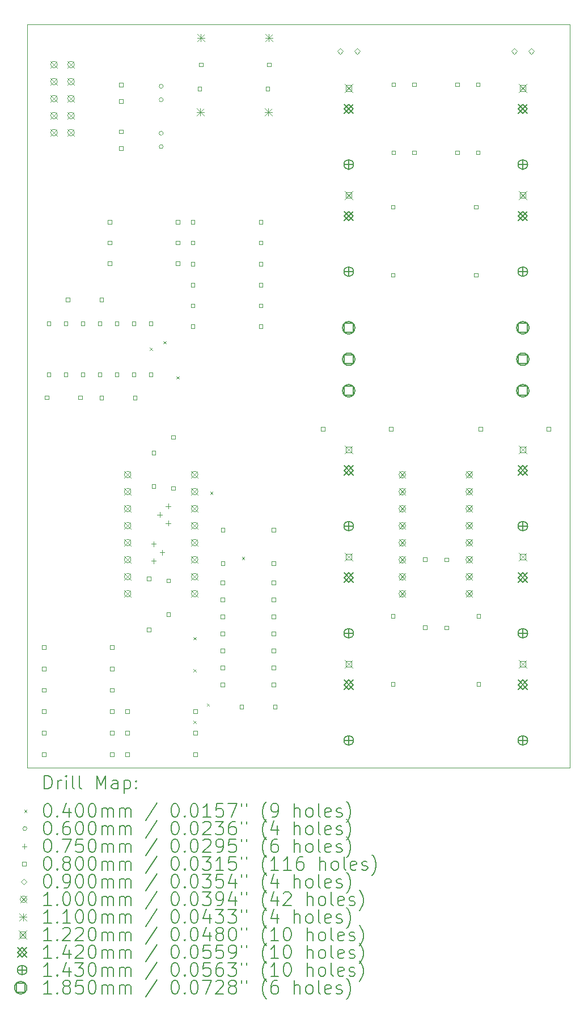
<source format=gbr>
%TF.GenerationSoftware,KiCad,Pcbnew,8.0.2-1*%
%TF.CreationDate,2024-06-17T10:29:00+02:00*%
%TF.ProjectId,active-mult,61637469-7665-42d6-9d75-6c742e6b6963,rev?*%
%TF.SameCoordinates,Original*%
%TF.FileFunction,Drillmap*%
%TF.FilePolarity,Positive*%
%FSLAX45Y45*%
G04 Gerber Fmt 4.5, Leading zero omitted, Abs format (unit mm)*
G04 Created by KiCad (PCBNEW 8.0.2-1) date 2024-06-17 10:29:00*
%MOMM*%
%LPD*%
G01*
G04 APERTURE LIST*
%ADD10C,0.100000*%
%ADD11C,0.200000*%
%ADD12C,0.110000*%
%ADD13C,0.122000*%
%ADD14C,0.142000*%
%ADD15C,0.143000*%
%ADD16C,0.185000*%
G04 APERTURE END LIST*
D10*
X5000000Y-5000000D02*
X13100000Y-5000000D01*
X13100000Y-16100000D01*
X5000000Y-16100000D01*
X5000000Y-5000000D01*
D11*
D10*
X6830000Y-9830000D02*
X6870000Y-9870000D01*
X6870000Y-9830000D02*
X6830000Y-9870000D01*
X7030000Y-9730000D02*
X7070000Y-9770000D01*
X7070000Y-9730000D02*
X7030000Y-9770000D01*
X7230000Y-10255000D02*
X7270000Y-10295000D01*
X7270000Y-10255000D02*
X7230000Y-10295000D01*
X7480000Y-14150000D02*
X7520000Y-14190000D01*
X7520000Y-14150000D02*
X7480000Y-14190000D01*
X7480000Y-14630000D02*
X7520000Y-14670000D01*
X7520000Y-14630000D02*
X7480000Y-14670000D01*
X7480000Y-15400000D02*
X7520000Y-15440000D01*
X7520000Y-15400000D02*
X7480000Y-15440000D01*
X7680000Y-15140000D02*
X7720000Y-15180000D01*
X7720000Y-15140000D02*
X7680000Y-15180000D01*
X7730000Y-11980000D02*
X7770000Y-12020000D01*
X7770000Y-11980000D02*
X7730000Y-12020000D01*
X8205000Y-12950000D02*
X8245000Y-12990000D01*
X8245000Y-12950000D02*
X8205000Y-12990000D01*
X7030000Y-5925000D02*
G75*
G02*
X6970000Y-5925000I-30000J0D01*
G01*
X6970000Y-5925000D02*
G75*
G02*
X7030000Y-5925000I30000J0D01*
G01*
X7030000Y-6125000D02*
G75*
G02*
X6970000Y-6125000I-30000J0D01*
G01*
X6970000Y-6125000D02*
G75*
G02*
X7030000Y-6125000I30000J0D01*
G01*
X7030000Y-6625000D02*
G75*
G02*
X6970000Y-6625000I-30000J0D01*
G01*
X6970000Y-6625000D02*
G75*
G02*
X7030000Y-6625000I30000J0D01*
G01*
X7030000Y-6825000D02*
G75*
G02*
X6970000Y-6825000I-30000J0D01*
G01*
X6970000Y-6825000D02*
G75*
G02*
X7030000Y-6825000I30000J0D01*
G01*
X6887000Y-12719500D02*
X6887000Y-12794500D01*
X6849500Y-12757000D02*
X6924500Y-12757000D01*
X6887000Y-12973500D02*
X6887000Y-13048500D01*
X6849500Y-13011000D02*
X6924500Y-13011000D01*
X6980000Y-12282500D02*
X6980000Y-12357500D01*
X6942500Y-12320000D02*
X7017500Y-12320000D01*
X7014000Y-12846500D02*
X7014000Y-12921500D01*
X6976500Y-12884000D02*
X7051500Y-12884000D01*
X7107000Y-12155500D02*
X7107000Y-12230500D01*
X7069500Y-12193000D02*
X7144500Y-12193000D01*
X7107000Y-12409500D02*
X7107000Y-12484500D01*
X7069500Y-12447000D02*
X7144500Y-12447000D01*
X5275285Y-14328284D02*
X5275285Y-14271715D01*
X5218716Y-14271715D01*
X5218716Y-14328284D01*
X5275285Y-14328284D01*
X5275285Y-14648284D02*
X5275285Y-14591715D01*
X5218716Y-14591715D01*
X5218716Y-14648284D01*
X5275285Y-14648284D01*
X5275285Y-14968284D02*
X5275285Y-14911715D01*
X5218716Y-14911715D01*
X5218716Y-14968284D01*
X5275285Y-14968284D01*
X5275285Y-15288284D02*
X5275285Y-15231715D01*
X5218716Y-15231715D01*
X5218716Y-15288284D01*
X5275285Y-15288284D01*
X5275285Y-15608284D02*
X5275285Y-15551715D01*
X5218716Y-15551715D01*
X5218716Y-15608284D01*
X5275285Y-15608284D01*
X5275285Y-15928284D02*
X5275285Y-15871715D01*
X5218716Y-15871715D01*
X5218716Y-15928284D01*
X5275285Y-15928284D01*
X5320785Y-10598285D02*
X5320785Y-10541716D01*
X5264216Y-10541716D01*
X5264216Y-10598285D01*
X5320785Y-10598285D01*
X5348285Y-9496285D02*
X5348285Y-9439716D01*
X5291716Y-9439716D01*
X5291716Y-9496285D01*
X5348285Y-9496285D01*
X5348285Y-10258285D02*
X5348285Y-10201716D01*
X5291716Y-10201716D01*
X5291716Y-10258285D01*
X5348285Y-10258285D01*
X5602284Y-9496285D02*
X5602284Y-9439716D01*
X5545716Y-9439716D01*
X5545716Y-9496285D01*
X5602284Y-9496285D01*
X5602284Y-10258285D02*
X5602284Y-10201716D01*
X5545716Y-10201716D01*
X5545716Y-10258285D01*
X5602284Y-10258285D01*
X5635784Y-9138285D02*
X5635784Y-9081716D01*
X5579216Y-9081716D01*
X5579216Y-9138285D01*
X5635784Y-9138285D01*
X5820784Y-10598285D02*
X5820784Y-10541716D01*
X5764215Y-10541716D01*
X5764215Y-10598285D01*
X5820784Y-10598285D01*
X5856284Y-9496285D02*
X5856284Y-9439716D01*
X5799715Y-9439716D01*
X5799715Y-9496285D01*
X5856284Y-9496285D01*
X5856284Y-10258285D02*
X5856284Y-10201716D01*
X5799715Y-10201716D01*
X5799715Y-10258285D01*
X5856284Y-10258285D01*
X6110284Y-9496285D02*
X6110284Y-9439716D01*
X6053715Y-9439716D01*
X6053715Y-9496285D01*
X6110284Y-9496285D01*
X6110284Y-10258285D02*
X6110284Y-10201716D01*
X6053715Y-10201716D01*
X6053715Y-10258285D01*
X6110284Y-10258285D01*
X6135784Y-9138285D02*
X6135784Y-9081716D01*
X6079215Y-9081716D01*
X6079215Y-9138285D01*
X6135784Y-9138285D01*
X6135784Y-10603285D02*
X6135784Y-10546716D01*
X6079215Y-10546716D01*
X6079215Y-10603285D01*
X6135784Y-10603285D01*
X6257284Y-7978284D02*
X6257284Y-7921715D01*
X6200715Y-7921715D01*
X6200715Y-7978284D01*
X6257284Y-7978284D01*
X6257284Y-8288284D02*
X6257284Y-8231715D01*
X6200715Y-8231715D01*
X6200715Y-8288284D01*
X6257284Y-8288284D01*
X6257284Y-8598285D02*
X6257284Y-8541716D01*
X6200715Y-8541716D01*
X6200715Y-8598285D01*
X6257284Y-8598285D01*
X6291284Y-14328284D02*
X6291284Y-14271715D01*
X6234715Y-14271715D01*
X6234715Y-14328284D01*
X6291284Y-14328284D01*
X6291284Y-14648284D02*
X6291284Y-14591715D01*
X6234715Y-14591715D01*
X6234715Y-14648284D01*
X6291284Y-14648284D01*
X6291284Y-14968284D02*
X6291284Y-14911715D01*
X6234715Y-14911715D01*
X6234715Y-14968284D01*
X6291284Y-14968284D01*
X6291284Y-15288284D02*
X6291284Y-15231715D01*
X6234715Y-15231715D01*
X6234715Y-15288284D01*
X6291284Y-15288284D01*
X6291284Y-15608284D02*
X6291284Y-15551715D01*
X6234715Y-15551715D01*
X6234715Y-15608284D01*
X6291284Y-15608284D01*
X6291284Y-15928284D02*
X6291284Y-15871715D01*
X6234715Y-15871715D01*
X6234715Y-15928284D01*
X6291284Y-15928284D01*
X6364284Y-9496285D02*
X6364284Y-9439716D01*
X6307715Y-9439716D01*
X6307715Y-9496285D01*
X6364284Y-9496285D01*
X6364284Y-10258285D02*
X6364284Y-10201716D01*
X6307715Y-10201716D01*
X6307715Y-10258285D01*
X6364284Y-10258285D01*
X6428284Y-5928284D02*
X6428284Y-5871715D01*
X6371715Y-5871715D01*
X6371715Y-5928284D01*
X6428284Y-5928284D01*
X6428284Y-6178284D02*
X6428284Y-6121715D01*
X6371715Y-6121715D01*
X6371715Y-6178284D01*
X6428284Y-6178284D01*
X6428284Y-6628284D02*
X6428284Y-6571715D01*
X6371715Y-6571715D01*
X6371715Y-6628284D01*
X6428284Y-6628284D01*
X6428284Y-6878284D02*
X6428284Y-6821715D01*
X6371715Y-6821715D01*
X6371715Y-6878284D01*
X6428284Y-6878284D01*
X6523284Y-15288284D02*
X6523284Y-15231715D01*
X6466715Y-15231715D01*
X6466715Y-15288284D01*
X6523284Y-15288284D01*
X6523284Y-15608284D02*
X6523284Y-15551715D01*
X6466715Y-15551715D01*
X6466715Y-15608284D01*
X6523284Y-15608284D01*
X6523284Y-15928284D02*
X6523284Y-15871715D01*
X6466715Y-15871715D01*
X6466715Y-15928284D01*
X6523284Y-15928284D01*
X6618284Y-9496285D02*
X6618284Y-9439716D01*
X6561715Y-9439716D01*
X6561715Y-9496285D01*
X6618284Y-9496285D01*
X6618284Y-10258285D02*
X6618284Y-10201716D01*
X6561715Y-10201716D01*
X6561715Y-10258285D01*
X6618284Y-10258285D01*
X6635784Y-10603285D02*
X6635784Y-10546716D01*
X6579215Y-10546716D01*
X6579215Y-10603285D01*
X6635784Y-10603285D01*
X6845284Y-13305284D02*
X6845284Y-13248715D01*
X6788715Y-13248715D01*
X6788715Y-13305284D01*
X6845284Y-13305284D01*
X6845284Y-14067284D02*
X6845284Y-14010715D01*
X6788715Y-14010715D01*
X6788715Y-14067284D01*
X6845284Y-14067284D01*
X6872284Y-9496285D02*
X6872284Y-9439716D01*
X6815715Y-9439716D01*
X6815715Y-9496285D01*
X6872284Y-9496285D01*
X6872284Y-10258285D02*
X6872284Y-10201716D01*
X6815715Y-10201716D01*
X6815715Y-10258285D01*
X6872284Y-10258285D01*
X6915284Y-11425284D02*
X6915284Y-11368715D01*
X6858715Y-11368715D01*
X6858715Y-11425284D01*
X6915284Y-11425284D01*
X6915284Y-11925284D02*
X6915284Y-11868715D01*
X6858715Y-11868715D01*
X6858715Y-11925284D01*
X6915284Y-11925284D01*
X7135284Y-13335284D02*
X7135284Y-13278715D01*
X7078715Y-13278715D01*
X7078715Y-13335284D01*
X7135284Y-13335284D01*
X7135284Y-13835284D02*
X7135284Y-13778715D01*
X7078715Y-13778715D01*
X7078715Y-13835284D01*
X7135284Y-13835284D01*
X7205284Y-11193284D02*
X7205284Y-11136716D01*
X7148715Y-11136716D01*
X7148715Y-11193284D01*
X7205284Y-11193284D01*
X7205284Y-11955284D02*
X7205284Y-11898715D01*
X7148715Y-11898715D01*
X7148715Y-11955284D01*
X7205284Y-11955284D01*
X7273284Y-7978284D02*
X7273284Y-7921715D01*
X7216715Y-7921715D01*
X7216715Y-7978284D01*
X7273284Y-7978284D01*
X7273284Y-8288284D02*
X7273284Y-8231715D01*
X7216715Y-8231715D01*
X7216715Y-8288284D01*
X7273284Y-8288284D01*
X7273284Y-8598285D02*
X7273284Y-8541716D01*
X7216715Y-8541716D01*
X7216715Y-8598285D01*
X7273284Y-8598285D01*
X7500284Y-7978284D02*
X7500284Y-7921715D01*
X7443715Y-7921715D01*
X7443715Y-7978284D01*
X7500284Y-7978284D01*
X7500284Y-8288284D02*
X7500284Y-8231715D01*
X7443715Y-8231715D01*
X7443715Y-8288284D01*
X7500284Y-8288284D01*
X7500284Y-8608285D02*
X7500284Y-8551716D01*
X7443715Y-8551716D01*
X7443715Y-8608285D01*
X7500284Y-8608285D01*
X7500284Y-8918285D02*
X7500284Y-8861716D01*
X7443715Y-8861716D01*
X7443715Y-8918285D01*
X7500284Y-8918285D01*
X7500284Y-9228285D02*
X7500284Y-9171716D01*
X7443715Y-9171716D01*
X7443715Y-9228285D01*
X7500284Y-9228285D01*
X7500284Y-9538285D02*
X7500284Y-9481716D01*
X7443715Y-9481716D01*
X7443715Y-9538285D01*
X7500284Y-9538285D01*
X7539284Y-15288284D02*
X7539284Y-15231715D01*
X7482715Y-15231715D01*
X7482715Y-15288284D01*
X7539284Y-15288284D01*
X7539284Y-15608284D02*
X7539284Y-15551715D01*
X7482715Y-15551715D01*
X7482715Y-15608284D01*
X7539284Y-15608284D01*
X7539284Y-15928284D02*
X7539284Y-15871715D01*
X7482715Y-15871715D01*
X7482715Y-15928284D01*
X7539284Y-15928284D01*
X7600284Y-5988284D02*
X7600284Y-5931715D01*
X7543715Y-5931715D01*
X7543715Y-5988284D01*
X7600284Y-5988284D01*
X7620284Y-5628284D02*
X7620284Y-5571716D01*
X7563715Y-5571716D01*
X7563715Y-5628284D01*
X7620284Y-5628284D01*
X7946284Y-13366784D02*
X7946284Y-13310215D01*
X7889715Y-13310215D01*
X7889715Y-13366784D01*
X7946284Y-13366784D01*
X7946284Y-13620784D02*
X7946284Y-13564215D01*
X7889715Y-13564215D01*
X7889715Y-13620784D01*
X7946284Y-13620784D01*
X7946284Y-13874784D02*
X7946284Y-13818215D01*
X7889715Y-13818215D01*
X7889715Y-13874784D01*
X7946284Y-13874784D01*
X7946284Y-14128784D02*
X7946284Y-14072215D01*
X7889715Y-14072215D01*
X7889715Y-14128784D01*
X7946284Y-14128784D01*
X7946284Y-14382784D02*
X7946284Y-14326215D01*
X7889715Y-14326215D01*
X7889715Y-14382784D01*
X7946284Y-14382784D01*
X7946284Y-14636784D02*
X7946284Y-14580215D01*
X7889715Y-14580215D01*
X7889715Y-14636784D01*
X7946284Y-14636784D01*
X7946284Y-14890784D02*
X7946284Y-14834215D01*
X7889715Y-14834215D01*
X7889715Y-14890784D01*
X7946284Y-14890784D01*
X7948284Y-12578284D02*
X7948284Y-12521715D01*
X7891715Y-12521715D01*
X7891715Y-12578284D01*
X7948284Y-12578284D01*
X7948284Y-13078284D02*
X7948284Y-13021715D01*
X7891715Y-13021715D01*
X7891715Y-13078284D01*
X7948284Y-13078284D01*
X8228284Y-15218284D02*
X8228284Y-15161715D01*
X8171715Y-15161715D01*
X8171715Y-15218284D01*
X8228284Y-15218284D01*
X8516285Y-7978284D02*
X8516285Y-7921715D01*
X8459716Y-7921715D01*
X8459716Y-7978284D01*
X8516285Y-7978284D01*
X8516285Y-8288284D02*
X8516285Y-8231715D01*
X8459716Y-8231715D01*
X8459716Y-8288284D01*
X8516285Y-8288284D01*
X8516285Y-8608285D02*
X8516285Y-8551716D01*
X8459716Y-8551716D01*
X8459716Y-8608285D01*
X8516285Y-8608285D01*
X8516285Y-8918285D02*
X8516285Y-8861716D01*
X8459716Y-8861716D01*
X8459716Y-8918285D01*
X8516285Y-8918285D01*
X8516285Y-9228285D02*
X8516285Y-9171716D01*
X8459716Y-9171716D01*
X8459716Y-9228285D01*
X8516285Y-9228285D01*
X8516285Y-9538285D02*
X8516285Y-9481716D01*
X8459716Y-9481716D01*
X8459716Y-9538285D01*
X8516285Y-9538285D01*
X8616285Y-5988284D02*
X8616285Y-5931715D01*
X8559716Y-5931715D01*
X8559716Y-5988284D01*
X8616285Y-5988284D01*
X8636285Y-5628284D02*
X8636285Y-5571716D01*
X8579716Y-5571716D01*
X8579716Y-5628284D01*
X8636285Y-5628284D01*
X8708285Y-12578284D02*
X8708285Y-12521715D01*
X8651716Y-12521715D01*
X8651716Y-12578284D01*
X8708285Y-12578284D01*
X8708285Y-13078284D02*
X8708285Y-13021715D01*
X8651716Y-13021715D01*
X8651716Y-13078284D01*
X8708285Y-13078284D01*
X8708285Y-13366784D02*
X8708285Y-13310215D01*
X8651716Y-13310215D01*
X8651716Y-13366784D01*
X8708285Y-13366784D01*
X8708285Y-13620784D02*
X8708285Y-13564215D01*
X8651716Y-13564215D01*
X8651716Y-13620784D01*
X8708285Y-13620784D01*
X8708285Y-13874784D02*
X8708285Y-13818215D01*
X8651716Y-13818215D01*
X8651716Y-13874784D01*
X8708285Y-13874784D01*
X8708285Y-14128784D02*
X8708285Y-14072215D01*
X8651716Y-14072215D01*
X8651716Y-14128784D01*
X8708285Y-14128784D01*
X8708285Y-14382784D02*
X8708285Y-14326215D01*
X8651716Y-14326215D01*
X8651716Y-14382784D01*
X8708285Y-14382784D01*
X8708285Y-14636784D02*
X8708285Y-14580215D01*
X8651716Y-14580215D01*
X8651716Y-14636784D01*
X8708285Y-14636784D01*
X8708285Y-14890784D02*
X8708285Y-14834215D01*
X8651716Y-14834215D01*
X8651716Y-14890784D01*
X8708285Y-14890784D01*
X8728285Y-15218284D02*
X8728285Y-15161715D01*
X8671716Y-15161715D01*
X8671716Y-15218284D01*
X8728285Y-15218284D01*
X9440285Y-11068285D02*
X9440285Y-11011716D01*
X9383716Y-11011716D01*
X9383716Y-11068285D01*
X9440285Y-11068285D01*
X10456285Y-11068285D02*
X10456285Y-11011716D01*
X10399716Y-11011716D01*
X10399716Y-11068285D01*
X10456285Y-11068285D01*
X10488285Y-7755284D02*
X10488285Y-7698715D01*
X10431716Y-7698715D01*
X10431716Y-7755284D01*
X10488285Y-7755284D01*
X10488285Y-8771285D02*
X10488285Y-8714716D01*
X10431716Y-8714716D01*
X10431716Y-8771285D01*
X10488285Y-8771285D01*
X10488285Y-13865284D02*
X10488285Y-13808715D01*
X10431716Y-13808715D01*
X10431716Y-13865284D01*
X10488285Y-13865284D01*
X10488285Y-14881284D02*
X10488285Y-14824715D01*
X10431716Y-14824715D01*
X10431716Y-14881284D01*
X10488285Y-14881284D01*
X10498285Y-5925284D02*
X10498285Y-5868715D01*
X10441716Y-5868715D01*
X10441716Y-5925284D01*
X10498285Y-5925284D01*
X10498285Y-6941284D02*
X10498285Y-6884715D01*
X10441716Y-6884715D01*
X10441716Y-6941284D01*
X10498285Y-6941284D01*
X10808285Y-5925284D02*
X10808285Y-5868715D01*
X10751716Y-5868715D01*
X10751716Y-5925284D01*
X10808285Y-5925284D01*
X10808285Y-6941284D02*
X10808285Y-6884715D01*
X10751716Y-6884715D01*
X10751716Y-6941284D01*
X10808285Y-6941284D01*
X10968285Y-13018284D02*
X10968285Y-12961715D01*
X10911716Y-12961715D01*
X10911716Y-13018284D01*
X10968285Y-13018284D01*
X10968285Y-14034284D02*
X10968285Y-13977715D01*
X10911716Y-13977715D01*
X10911716Y-14034284D01*
X10968285Y-14034284D01*
X11288284Y-13020284D02*
X11288284Y-12963715D01*
X11231715Y-12963715D01*
X11231715Y-13020284D01*
X11288284Y-13020284D01*
X11288284Y-14036284D02*
X11288284Y-13979715D01*
X11231715Y-13979715D01*
X11231715Y-14036284D01*
X11288284Y-14036284D01*
X11448284Y-5925284D02*
X11448284Y-5868715D01*
X11391715Y-5868715D01*
X11391715Y-5925284D01*
X11448284Y-5925284D01*
X11448284Y-6941284D02*
X11448284Y-6884715D01*
X11391715Y-6884715D01*
X11391715Y-6941284D01*
X11448284Y-6941284D01*
X11728284Y-7755284D02*
X11728284Y-7698715D01*
X11671715Y-7698715D01*
X11671715Y-7755284D01*
X11728284Y-7755284D01*
X11728284Y-8771285D02*
X11728284Y-8714716D01*
X11671715Y-8714716D01*
X11671715Y-8771285D01*
X11728284Y-8771285D01*
X11758284Y-5925284D02*
X11758284Y-5868715D01*
X11701715Y-5868715D01*
X11701715Y-5925284D01*
X11758284Y-5925284D01*
X11758284Y-6941284D02*
X11758284Y-6884715D01*
X11701715Y-6884715D01*
X11701715Y-6941284D01*
X11758284Y-6941284D01*
X11768284Y-13865284D02*
X11768284Y-13808715D01*
X11711715Y-13808715D01*
X11711715Y-13865284D01*
X11768284Y-13865284D01*
X11768284Y-14881284D02*
X11768284Y-14824715D01*
X11711715Y-14824715D01*
X11711715Y-14881284D01*
X11768284Y-14881284D01*
X11798284Y-11068285D02*
X11798284Y-11011716D01*
X11741715Y-11011716D01*
X11741715Y-11068285D01*
X11798284Y-11068285D01*
X12814284Y-11068285D02*
X12814284Y-11011716D01*
X12757715Y-11011716D01*
X12757715Y-11068285D01*
X12814284Y-11068285D01*
X9673000Y-5445000D02*
X9718000Y-5400000D01*
X9673000Y-5355000D01*
X9628000Y-5400000D01*
X9673000Y-5445000D01*
X9927000Y-5445000D02*
X9972000Y-5400000D01*
X9927000Y-5355000D01*
X9882000Y-5400000D01*
X9927000Y-5445000D01*
X12273000Y-5445000D02*
X12318000Y-5400000D01*
X12273000Y-5355000D01*
X12228000Y-5400000D01*
X12273000Y-5445000D01*
X12527000Y-5445000D02*
X12572000Y-5400000D01*
X12527000Y-5355000D01*
X12482000Y-5400000D01*
X12527000Y-5445000D01*
X5350000Y-5550000D02*
X5450000Y-5650000D01*
X5450000Y-5550000D02*
X5350000Y-5650000D01*
X5450000Y-5600000D02*
G75*
G02*
X5350000Y-5600000I-50000J0D01*
G01*
X5350000Y-5600000D02*
G75*
G02*
X5450000Y-5600000I50000J0D01*
G01*
X5350000Y-5804000D02*
X5450000Y-5904000D01*
X5450000Y-5804000D02*
X5350000Y-5904000D01*
X5450000Y-5854000D02*
G75*
G02*
X5350000Y-5854000I-50000J0D01*
G01*
X5350000Y-5854000D02*
G75*
G02*
X5450000Y-5854000I50000J0D01*
G01*
X5350000Y-6058000D02*
X5450000Y-6158000D01*
X5450000Y-6058000D02*
X5350000Y-6158000D01*
X5450000Y-6108000D02*
G75*
G02*
X5350000Y-6108000I-50000J0D01*
G01*
X5350000Y-6108000D02*
G75*
G02*
X5450000Y-6108000I50000J0D01*
G01*
X5350000Y-6312000D02*
X5450000Y-6412000D01*
X5450000Y-6312000D02*
X5350000Y-6412000D01*
X5450000Y-6362000D02*
G75*
G02*
X5350000Y-6362000I-50000J0D01*
G01*
X5350000Y-6362000D02*
G75*
G02*
X5450000Y-6362000I50000J0D01*
G01*
X5350000Y-6566000D02*
X5450000Y-6666000D01*
X5450000Y-6566000D02*
X5350000Y-6666000D01*
X5450000Y-6616000D02*
G75*
G02*
X5350000Y-6616000I-50000J0D01*
G01*
X5350000Y-6616000D02*
G75*
G02*
X5450000Y-6616000I50000J0D01*
G01*
X5604000Y-5550000D02*
X5704000Y-5650000D01*
X5704000Y-5550000D02*
X5604000Y-5650000D01*
X5704000Y-5600000D02*
G75*
G02*
X5604000Y-5600000I-50000J0D01*
G01*
X5604000Y-5600000D02*
G75*
G02*
X5704000Y-5600000I50000J0D01*
G01*
X5604000Y-5804000D02*
X5704000Y-5904000D01*
X5704000Y-5804000D02*
X5604000Y-5904000D01*
X5704000Y-5854000D02*
G75*
G02*
X5604000Y-5854000I-50000J0D01*
G01*
X5604000Y-5854000D02*
G75*
G02*
X5704000Y-5854000I50000J0D01*
G01*
X5604000Y-6058000D02*
X5704000Y-6158000D01*
X5704000Y-6058000D02*
X5604000Y-6158000D01*
X5704000Y-6108000D02*
G75*
G02*
X5604000Y-6108000I-50000J0D01*
G01*
X5604000Y-6108000D02*
G75*
G02*
X5704000Y-6108000I50000J0D01*
G01*
X5604000Y-6312000D02*
X5704000Y-6412000D01*
X5704000Y-6312000D02*
X5604000Y-6412000D01*
X5704000Y-6362000D02*
G75*
G02*
X5604000Y-6362000I-50000J0D01*
G01*
X5604000Y-6362000D02*
G75*
G02*
X5704000Y-6362000I50000J0D01*
G01*
X5604000Y-6566000D02*
X5704000Y-6666000D01*
X5704000Y-6566000D02*
X5604000Y-6666000D01*
X5704000Y-6616000D02*
G75*
G02*
X5604000Y-6616000I-50000J0D01*
G01*
X5604000Y-6616000D02*
G75*
G02*
X5704000Y-6616000I50000J0D01*
G01*
X6450000Y-11672000D02*
X6550000Y-11772000D01*
X6550000Y-11672000D02*
X6450000Y-11772000D01*
X6550000Y-11722000D02*
G75*
G02*
X6450000Y-11722000I-50000J0D01*
G01*
X6450000Y-11722000D02*
G75*
G02*
X6550000Y-11722000I50000J0D01*
G01*
X6450000Y-11926000D02*
X6550000Y-12026000D01*
X6550000Y-11926000D02*
X6450000Y-12026000D01*
X6550000Y-11976000D02*
G75*
G02*
X6450000Y-11976000I-50000J0D01*
G01*
X6450000Y-11976000D02*
G75*
G02*
X6550000Y-11976000I50000J0D01*
G01*
X6450000Y-12180000D02*
X6550000Y-12280000D01*
X6550000Y-12180000D02*
X6450000Y-12280000D01*
X6550000Y-12230000D02*
G75*
G02*
X6450000Y-12230000I-50000J0D01*
G01*
X6450000Y-12230000D02*
G75*
G02*
X6550000Y-12230000I50000J0D01*
G01*
X6450000Y-12434000D02*
X6550000Y-12534000D01*
X6550000Y-12434000D02*
X6450000Y-12534000D01*
X6550000Y-12484000D02*
G75*
G02*
X6450000Y-12484000I-50000J0D01*
G01*
X6450000Y-12484000D02*
G75*
G02*
X6550000Y-12484000I50000J0D01*
G01*
X6450000Y-12688000D02*
X6550000Y-12788000D01*
X6550000Y-12688000D02*
X6450000Y-12788000D01*
X6550000Y-12738000D02*
G75*
G02*
X6450000Y-12738000I-50000J0D01*
G01*
X6450000Y-12738000D02*
G75*
G02*
X6550000Y-12738000I50000J0D01*
G01*
X6450000Y-12942000D02*
X6550000Y-13042000D01*
X6550000Y-12942000D02*
X6450000Y-13042000D01*
X6550000Y-12992000D02*
G75*
G02*
X6450000Y-12992000I-50000J0D01*
G01*
X6450000Y-12992000D02*
G75*
G02*
X6550000Y-12992000I50000J0D01*
G01*
X6450000Y-13196000D02*
X6550000Y-13296000D01*
X6550000Y-13196000D02*
X6450000Y-13296000D01*
X6550000Y-13246000D02*
G75*
G02*
X6450000Y-13246000I-50000J0D01*
G01*
X6450000Y-13246000D02*
G75*
G02*
X6550000Y-13246000I50000J0D01*
G01*
X6450000Y-13450000D02*
X6550000Y-13550000D01*
X6550000Y-13450000D02*
X6450000Y-13550000D01*
X6550000Y-13500000D02*
G75*
G02*
X6450000Y-13500000I-50000J0D01*
G01*
X6450000Y-13500000D02*
G75*
G02*
X6550000Y-13500000I50000J0D01*
G01*
X7450000Y-11672000D02*
X7550000Y-11772000D01*
X7550000Y-11672000D02*
X7450000Y-11772000D01*
X7550000Y-11722000D02*
G75*
G02*
X7450000Y-11722000I-50000J0D01*
G01*
X7450000Y-11722000D02*
G75*
G02*
X7550000Y-11722000I50000J0D01*
G01*
X7450000Y-11926000D02*
X7550000Y-12026000D01*
X7550000Y-11926000D02*
X7450000Y-12026000D01*
X7550000Y-11976000D02*
G75*
G02*
X7450000Y-11976000I-50000J0D01*
G01*
X7450000Y-11976000D02*
G75*
G02*
X7550000Y-11976000I50000J0D01*
G01*
X7450000Y-12180000D02*
X7550000Y-12280000D01*
X7550000Y-12180000D02*
X7450000Y-12280000D01*
X7550000Y-12230000D02*
G75*
G02*
X7450000Y-12230000I-50000J0D01*
G01*
X7450000Y-12230000D02*
G75*
G02*
X7550000Y-12230000I50000J0D01*
G01*
X7450000Y-12434000D02*
X7550000Y-12534000D01*
X7550000Y-12434000D02*
X7450000Y-12534000D01*
X7550000Y-12484000D02*
G75*
G02*
X7450000Y-12484000I-50000J0D01*
G01*
X7450000Y-12484000D02*
G75*
G02*
X7550000Y-12484000I50000J0D01*
G01*
X7450000Y-12688000D02*
X7550000Y-12788000D01*
X7550000Y-12688000D02*
X7450000Y-12788000D01*
X7550000Y-12738000D02*
G75*
G02*
X7450000Y-12738000I-50000J0D01*
G01*
X7450000Y-12738000D02*
G75*
G02*
X7550000Y-12738000I50000J0D01*
G01*
X7450000Y-12942000D02*
X7550000Y-13042000D01*
X7550000Y-12942000D02*
X7450000Y-13042000D01*
X7550000Y-12992000D02*
G75*
G02*
X7450000Y-12992000I-50000J0D01*
G01*
X7450000Y-12992000D02*
G75*
G02*
X7550000Y-12992000I50000J0D01*
G01*
X7450000Y-13196000D02*
X7550000Y-13296000D01*
X7550000Y-13196000D02*
X7450000Y-13296000D01*
X7550000Y-13246000D02*
G75*
G02*
X7450000Y-13246000I-50000J0D01*
G01*
X7450000Y-13246000D02*
G75*
G02*
X7550000Y-13246000I50000J0D01*
G01*
X7450000Y-13450000D02*
X7550000Y-13550000D01*
X7550000Y-13450000D02*
X7450000Y-13550000D01*
X7550000Y-13500000D02*
G75*
G02*
X7450000Y-13500000I-50000J0D01*
G01*
X7450000Y-13500000D02*
G75*
G02*
X7550000Y-13500000I50000J0D01*
G01*
X10550000Y-11675000D02*
X10650000Y-11775000D01*
X10650000Y-11675000D02*
X10550000Y-11775000D01*
X10650000Y-11725000D02*
G75*
G02*
X10550000Y-11725000I-50000J0D01*
G01*
X10550000Y-11725000D02*
G75*
G02*
X10650000Y-11725000I50000J0D01*
G01*
X10550000Y-11929000D02*
X10650000Y-12029000D01*
X10650000Y-11929000D02*
X10550000Y-12029000D01*
X10650000Y-11979000D02*
G75*
G02*
X10550000Y-11979000I-50000J0D01*
G01*
X10550000Y-11979000D02*
G75*
G02*
X10650000Y-11979000I50000J0D01*
G01*
X10550000Y-12183000D02*
X10650000Y-12283000D01*
X10650000Y-12183000D02*
X10550000Y-12283000D01*
X10650000Y-12233000D02*
G75*
G02*
X10550000Y-12233000I-50000J0D01*
G01*
X10550000Y-12233000D02*
G75*
G02*
X10650000Y-12233000I50000J0D01*
G01*
X10550000Y-12437000D02*
X10650000Y-12537000D01*
X10650000Y-12437000D02*
X10550000Y-12537000D01*
X10650000Y-12487000D02*
G75*
G02*
X10550000Y-12487000I-50000J0D01*
G01*
X10550000Y-12487000D02*
G75*
G02*
X10650000Y-12487000I50000J0D01*
G01*
X10550000Y-12691000D02*
X10650000Y-12791000D01*
X10650000Y-12691000D02*
X10550000Y-12791000D01*
X10650000Y-12741000D02*
G75*
G02*
X10550000Y-12741000I-50000J0D01*
G01*
X10550000Y-12741000D02*
G75*
G02*
X10650000Y-12741000I50000J0D01*
G01*
X10550000Y-12945000D02*
X10650000Y-13045000D01*
X10650000Y-12945000D02*
X10550000Y-13045000D01*
X10650000Y-12995000D02*
G75*
G02*
X10550000Y-12995000I-50000J0D01*
G01*
X10550000Y-12995000D02*
G75*
G02*
X10650000Y-12995000I50000J0D01*
G01*
X10550000Y-13199000D02*
X10650000Y-13299000D01*
X10650000Y-13199000D02*
X10550000Y-13299000D01*
X10650000Y-13249000D02*
G75*
G02*
X10550000Y-13249000I-50000J0D01*
G01*
X10550000Y-13249000D02*
G75*
G02*
X10650000Y-13249000I50000J0D01*
G01*
X10550000Y-13453000D02*
X10650000Y-13553000D01*
X10650000Y-13453000D02*
X10550000Y-13553000D01*
X10650000Y-13503000D02*
G75*
G02*
X10550000Y-13503000I-50000J0D01*
G01*
X10550000Y-13503000D02*
G75*
G02*
X10650000Y-13503000I50000J0D01*
G01*
X11550000Y-11672000D02*
X11650000Y-11772000D01*
X11650000Y-11672000D02*
X11550000Y-11772000D01*
X11650000Y-11722000D02*
G75*
G02*
X11550000Y-11722000I-50000J0D01*
G01*
X11550000Y-11722000D02*
G75*
G02*
X11650000Y-11722000I50000J0D01*
G01*
X11550000Y-11926000D02*
X11650000Y-12026000D01*
X11650000Y-11926000D02*
X11550000Y-12026000D01*
X11650000Y-11976000D02*
G75*
G02*
X11550000Y-11976000I-50000J0D01*
G01*
X11550000Y-11976000D02*
G75*
G02*
X11650000Y-11976000I50000J0D01*
G01*
X11550000Y-12180000D02*
X11650000Y-12280000D01*
X11650000Y-12180000D02*
X11550000Y-12280000D01*
X11650000Y-12230000D02*
G75*
G02*
X11550000Y-12230000I-50000J0D01*
G01*
X11550000Y-12230000D02*
G75*
G02*
X11650000Y-12230000I50000J0D01*
G01*
X11550000Y-12434000D02*
X11650000Y-12534000D01*
X11650000Y-12434000D02*
X11550000Y-12534000D01*
X11650000Y-12484000D02*
G75*
G02*
X11550000Y-12484000I-50000J0D01*
G01*
X11550000Y-12484000D02*
G75*
G02*
X11650000Y-12484000I50000J0D01*
G01*
X11550000Y-12688000D02*
X11650000Y-12788000D01*
X11650000Y-12688000D02*
X11550000Y-12788000D01*
X11650000Y-12738000D02*
G75*
G02*
X11550000Y-12738000I-50000J0D01*
G01*
X11550000Y-12738000D02*
G75*
G02*
X11650000Y-12738000I50000J0D01*
G01*
X11550000Y-12942000D02*
X11650000Y-13042000D01*
X11650000Y-12942000D02*
X11550000Y-13042000D01*
X11650000Y-12992000D02*
G75*
G02*
X11550000Y-12992000I-50000J0D01*
G01*
X11550000Y-12992000D02*
G75*
G02*
X11650000Y-12992000I50000J0D01*
G01*
X11550000Y-13196000D02*
X11650000Y-13296000D01*
X11650000Y-13196000D02*
X11550000Y-13296000D01*
X11650000Y-13246000D02*
G75*
G02*
X11550000Y-13246000I-50000J0D01*
G01*
X11550000Y-13246000D02*
G75*
G02*
X11650000Y-13246000I50000J0D01*
G01*
X11550000Y-13450000D02*
X11650000Y-13550000D01*
X11650000Y-13450000D02*
X11550000Y-13550000D01*
X11650000Y-13500000D02*
G75*
G02*
X11550000Y-13500000I-50000J0D01*
G01*
X11550000Y-13500000D02*
G75*
G02*
X11650000Y-13500000I50000J0D01*
G01*
D12*
X7529000Y-6255000D02*
X7639000Y-6365000D01*
X7639000Y-6255000D02*
X7529000Y-6365000D01*
X7584000Y-6255000D02*
X7584000Y-6365000D01*
X7529000Y-6310000D02*
X7639000Y-6310000D01*
X7537000Y-5145000D02*
X7647000Y-5255000D01*
X7647000Y-5145000D02*
X7537000Y-5255000D01*
X7592000Y-5145000D02*
X7592000Y-5255000D01*
X7537000Y-5200000D02*
X7647000Y-5200000D01*
X8545000Y-6255000D02*
X8655000Y-6365000D01*
X8655000Y-6255000D02*
X8545000Y-6365000D01*
X8600000Y-6255000D02*
X8600000Y-6365000D01*
X8545000Y-6310000D02*
X8655000Y-6310000D01*
X8553000Y-5145000D02*
X8663000Y-5255000D01*
X8663000Y-5145000D02*
X8553000Y-5255000D01*
X8608000Y-5145000D02*
X8608000Y-5255000D01*
X8553000Y-5200000D02*
X8663000Y-5200000D01*
D13*
X9739000Y-5891000D02*
X9861000Y-6013000D01*
X9861000Y-5891000D02*
X9739000Y-6013000D01*
X9843134Y-5995134D02*
X9843134Y-5908866D01*
X9756866Y-5908866D01*
X9756866Y-5995134D01*
X9843134Y-5995134D01*
X9739000Y-7491000D02*
X9861000Y-7613000D01*
X9861000Y-7491000D02*
X9739000Y-7613000D01*
X9843134Y-7595134D02*
X9843134Y-7508866D01*
X9756866Y-7508866D01*
X9756866Y-7595134D01*
X9843134Y-7595134D01*
X9739000Y-11291000D02*
X9861000Y-11413000D01*
X9861000Y-11291000D02*
X9739000Y-11413000D01*
X9843134Y-11395134D02*
X9843134Y-11308866D01*
X9756866Y-11308866D01*
X9756866Y-11395134D01*
X9843134Y-11395134D01*
X9739000Y-12891000D02*
X9861000Y-13013000D01*
X9861000Y-12891000D02*
X9739000Y-13013000D01*
X9843134Y-12995134D02*
X9843134Y-12908866D01*
X9756866Y-12908866D01*
X9756866Y-12995134D01*
X9843134Y-12995134D01*
X9739000Y-14491000D02*
X9861000Y-14613000D01*
X9861000Y-14491000D02*
X9739000Y-14613000D01*
X9843134Y-14595134D02*
X9843134Y-14508866D01*
X9756866Y-14508866D01*
X9756866Y-14595134D01*
X9843134Y-14595134D01*
X12339000Y-5891000D02*
X12461000Y-6013000D01*
X12461000Y-5891000D02*
X12339000Y-6013000D01*
X12443134Y-5995134D02*
X12443134Y-5908866D01*
X12356866Y-5908866D01*
X12356866Y-5995134D01*
X12443134Y-5995134D01*
X12339000Y-7491000D02*
X12461000Y-7613000D01*
X12461000Y-7491000D02*
X12339000Y-7613000D01*
X12443134Y-7595134D02*
X12443134Y-7508866D01*
X12356866Y-7508866D01*
X12356866Y-7595134D01*
X12443134Y-7595134D01*
X12339000Y-11291000D02*
X12461000Y-11413000D01*
X12461000Y-11291000D02*
X12339000Y-11413000D01*
X12443134Y-11395134D02*
X12443134Y-11308866D01*
X12356866Y-11308866D01*
X12356866Y-11395134D01*
X12443134Y-11395134D01*
X12339000Y-12891000D02*
X12461000Y-13013000D01*
X12461000Y-12891000D02*
X12339000Y-13013000D01*
X12443134Y-12995134D02*
X12443134Y-12908866D01*
X12356866Y-12908866D01*
X12356866Y-12995134D01*
X12443134Y-12995134D01*
X12339000Y-14491000D02*
X12461000Y-14613000D01*
X12461000Y-14491000D02*
X12339000Y-14613000D01*
X12443134Y-14595134D02*
X12443134Y-14508866D01*
X12356866Y-14508866D01*
X12356866Y-14595134D01*
X12443134Y-14595134D01*
D14*
X9729000Y-6191000D02*
X9871000Y-6333000D01*
X9871000Y-6191000D02*
X9729000Y-6333000D01*
X9800000Y-6333000D02*
X9871000Y-6262000D01*
X9800000Y-6191000D01*
X9729000Y-6262000D01*
X9800000Y-6333000D01*
X9729000Y-7791000D02*
X9871000Y-7933000D01*
X9871000Y-7791000D02*
X9729000Y-7933000D01*
X9800000Y-7933000D02*
X9871000Y-7862000D01*
X9800000Y-7791000D01*
X9729000Y-7862000D01*
X9800000Y-7933000D01*
X9729000Y-11591000D02*
X9871000Y-11733000D01*
X9871000Y-11591000D02*
X9729000Y-11733000D01*
X9800000Y-11733000D02*
X9871000Y-11662000D01*
X9800000Y-11591000D01*
X9729000Y-11662000D01*
X9800000Y-11733000D01*
X9729000Y-13191000D02*
X9871000Y-13333000D01*
X9871000Y-13191000D02*
X9729000Y-13333000D01*
X9800000Y-13333000D02*
X9871000Y-13262000D01*
X9800000Y-13191000D01*
X9729000Y-13262000D01*
X9800000Y-13333000D01*
X9729000Y-14791000D02*
X9871000Y-14933000D01*
X9871000Y-14791000D02*
X9729000Y-14933000D01*
X9800000Y-14933000D02*
X9871000Y-14862000D01*
X9800000Y-14791000D01*
X9729000Y-14862000D01*
X9800000Y-14933000D01*
X12329000Y-6191000D02*
X12471000Y-6333000D01*
X12471000Y-6191000D02*
X12329000Y-6333000D01*
X12400000Y-6333000D02*
X12471000Y-6262000D01*
X12400000Y-6191000D01*
X12329000Y-6262000D01*
X12400000Y-6333000D01*
X12329000Y-7791000D02*
X12471000Y-7933000D01*
X12471000Y-7791000D02*
X12329000Y-7933000D01*
X12400000Y-7933000D02*
X12471000Y-7862000D01*
X12400000Y-7791000D01*
X12329000Y-7862000D01*
X12400000Y-7933000D01*
X12329000Y-11591000D02*
X12471000Y-11733000D01*
X12471000Y-11591000D02*
X12329000Y-11733000D01*
X12400000Y-11733000D02*
X12471000Y-11662000D01*
X12400000Y-11591000D01*
X12329000Y-11662000D01*
X12400000Y-11733000D01*
X12329000Y-13191000D02*
X12471000Y-13333000D01*
X12471000Y-13191000D02*
X12329000Y-13333000D01*
X12400000Y-13333000D02*
X12471000Y-13262000D01*
X12400000Y-13191000D01*
X12329000Y-13262000D01*
X12400000Y-13333000D01*
X12329000Y-14791000D02*
X12471000Y-14933000D01*
X12471000Y-14791000D02*
X12329000Y-14933000D01*
X12400000Y-14933000D02*
X12471000Y-14862000D01*
X12400000Y-14791000D01*
X12329000Y-14862000D01*
X12400000Y-14933000D01*
D15*
X9800000Y-7020500D02*
X9800000Y-7163500D01*
X9728500Y-7092000D02*
X9871500Y-7092000D01*
X9871500Y-7092000D02*
G75*
G02*
X9728500Y-7092000I-71500J0D01*
G01*
X9728500Y-7092000D02*
G75*
G02*
X9871500Y-7092000I71500J0D01*
G01*
X9800000Y-8620500D02*
X9800000Y-8763500D01*
X9728500Y-8692000D02*
X9871500Y-8692000D01*
X9871500Y-8692000D02*
G75*
G02*
X9728500Y-8692000I-71500J0D01*
G01*
X9728500Y-8692000D02*
G75*
G02*
X9871500Y-8692000I71500J0D01*
G01*
X9800000Y-12420500D02*
X9800000Y-12563500D01*
X9728500Y-12492000D02*
X9871500Y-12492000D01*
X9871500Y-12492000D02*
G75*
G02*
X9728500Y-12492000I-71500J0D01*
G01*
X9728500Y-12492000D02*
G75*
G02*
X9871500Y-12492000I71500J0D01*
G01*
X9800000Y-14020500D02*
X9800000Y-14163500D01*
X9728500Y-14092000D02*
X9871500Y-14092000D01*
X9871500Y-14092000D02*
G75*
G02*
X9728500Y-14092000I-71500J0D01*
G01*
X9728500Y-14092000D02*
G75*
G02*
X9871500Y-14092000I71500J0D01*
G01*
X9800000Y-15620500D02*
X9800000Y-15763500D01*
X9728500Y-15692000D02*
X9871500Y-15692000D01*
X9871500Y-15692000D02*
G75*
G02*
X9728500Y-15692000I-71500J0D01*
G01*
X9728500Y-15692000D02*
G75*
G02*
X9871500Y-15692000I71500J0D01*
G01*
X12400000Y-7020500D02*
X12400000Y-7163500D01*
X12328500Y-7092000D02*
X12471500Y-7092000D01*
X12471500Y-7092000D02*
G75*
G02*
X12328500Y-7092000I-71500J0D01*
G01*
X12328500Y-7092000D02*
G75*
G02*
X12471500Y-7092000I71500J0D01*
G01*
X12400000Y-8620500D02*
X12400000Y-8763500D01*
X12328500Y-8692000D02*
X12471500Y-8692000D01*
X12471500Y-8692000D02*
G75*
G02*
X12328500Y-8692000I-71500J0D01*
G01*
X12328500Y-8692000D02*
G75*
G02*
X12471500Y-8692000I71500J0D01*
G01*
X12400000Y-12420500D02*
X12400000Y-12563500D01*
X12328500Y-12492000D02*
X12471500Y-12492000D01*
X12471500Y-12492000D02*
G75*
G02*
X12328500Y-12492000I-71500J0D01*
G01*
X12328500Y-12492000D02*
G75*
G02*
X12471500Y-12492000I71500J0D01*
G01*
X12400000Y-14020500D02*
X12400000Y-14163500D01*
X12328500Y-14092000D02*
X12471500Y-14092000D01*
X12471500Y-14092000D02*
G75*
G02*
X12328500Y-14092000I-71500J0D01*
G01*
X12328500Y-14092000D02*
G75*
G02*
X12471500Y-14092000I71500J0D01*
G01*
X12400000Y-15620500D02*
X12400000Y-15763500D01*
X12328500Y-15692000D02*
X12471500Y-15692000D01*
X12471500Y-15692000D02*
G75*
G02*
X12328500Y-15692000I-71500J0D01*
G01*
X12328500Y-15692000D02*
G75*
G02*
X12471500Y-15692000I71500J0D01*
G01*
D16*
X9865408Y-9595408D02*
X9865408Y-9464592D01*
X9734592Y-9464592D01*
X9734592Y-9595408D01*
X9865408Y-9595408D01*
X9892500Y-9530000D02*
G75*
G02*
X9707500Y-9530000I-92500J0D01*
G01*
X9707500Y-9530000D02*
G75*
G02*
X9892500Y-9530000I92500J0D01*
G01*
X9865408Y-10065408D02*
X9865408Y-9934592D01*
X9734592Y-9934592D01*
X9734592Y-10065408D01*
X9865408Y-10065408D01*
X9892500Y-10000000D02*
G75*
G02*
X9707500Y-10000000I-92500J0D01*
G01*
X9707500Y-10000000D02*
G75*
G02*
X9892500Y-10000000I92500J0D01*
G01*
X9865408Y-10535408D02*
X9865408Y-10404592D01*
X9734592Y-10404592D01*
X9734592Y-10535408D01*
X9865408Y-10535408D01*
X9892500Y-10470000D02*
G75*
G02*
X9707500Y-10470000I-92500J0D01*
G01*
X9707500Y-10470000D02*
G75*
G02*
X9892500Y-10470000I92500J0D01*
G01*
X12465408Y-9595408D02*
X12465408Y-9464592D01*
X12334592Y-9464592D01*
X12334592Y-9595408D01*
X12465408Y-9595408D01*
X12492500Y-9530000D02*
G75*
G02*
X12307500Y-9530000I-92500J0D01*
G01*
X12307500Y-9530000D02*
G75*
G02*
X12492500Y-9530000I92500J0D01*
G01*
X12465408Y-10065408D02*
X12465408Y-9934592D01*
X12334592Y-9934592D01*
X12334592Y-10065408D01*
X12465408Y-10065408D01*
X12492500Y-10000000D02*
G75*
G02*
X12307500Y-10000000I-92500J0D01*
G01*
X12307500Y-10000000D02*
G75*
G02*
X12492500Y-10000000I92500J0D01*
G01*
X12465408Y-10535408D02*
X12465408Y-10404592D01*
X12334592Y-10404592D01*
X12334592Y-10535408D01*
X12465408Y-10535408D01*
X12492500Y-10470000D02*
G75*
G02*
X12307500Y-10470000I-92500J0D01*
G01*
X12307500Y-10470000D02*
G75*
G02*
X12492500Y-10470000I92500J0D01*
G01*
D11*
X5255777Y-16416484D02*
X5255777Y-16216484D01*
X5255777Y-16216484D02*
X5303396Y-16216484D01*
X5303396Y-16216484D02*
X5331967Y-16226008D01*
X5331967Y-16226008D02*
X5351015Y-16245055D01*
X5351015Y-16245055D02*
X5360539Y-16264103D01*
X5360539Y-16264103D02*
X5370063Y-16302198D01*
X5370063Y-16302198D02*
X5370063Y-16330769D01*
X5370063Y-16330769D02*
X5360539Y-16368865D01*
X5360539Y-16368865D02*
X5351015Y-16387912D01*
X5351015Y-16387912D02*
X5331967Y-16406960D01*
X5331967Y-16406960D02*
X5303396Y-16416484D01*
X5303396Y-16416484D02*
X5255777Y-16416484D01*
X5455777Y-16416484D02*
X5455777Y-16283150D01*
X5455777Y-16321246D02*
X5465301Y-16302198D01*
X5465301Y-16302198D02*
X5474824Y-16292674D01*
X5474824Y-16292674D02*
X5493872Y-16283150D01*
X5493872Y-16283150D02*
X5512920Y-16283150D01*
X5579586Y-16416484D02*
X5579586Y-16283150D01*
X5579586Y-16216484D02*
X5570063Y-16226008D01*
X5570063Y-16226008D02*
X5579586Y-16235531D01*
X5579586Y-16235531D02*
X5589110Y-16226008D01*
X5589110Y-16226008D02*
X5579586Y-16216484D01*
X5579586Y-16216484D02*
X5579586Y-16235531D01*
X5703396Y-16416484D02*
X5684348Y-16406960D01*
X5684348Y-16406960D02*
X5674824Y-16387912D01*
X5674824Y-16387912D02*
X5674824Y-16216484D01*
X5808158Y-16416484D02*
X5789110Y-16406960D01*
X5789110Y-16406960D02*
X5779586Y-16387912D01*
X5779586Y-16387912D02*
X5779586Y-16216484D01*
X6036729Y-16416484D02*
X6036729Y-16216484D01*
X6036729Y-16216484D02*
X6103396Y-16359341D01*
X6103396Y-16359341D02*
X6170062Y-16216484D01*
X6170062Y-16216484D02*
X6170062Y-16416484D01*
X6351015Y-16416484D02*
X6351015Y-16311722D01*
X6351015Y-16311722D02*
X6341491Y-16292674D01*
X6341491Y-16292674D02*
X6322443Y-16283150D01*
X6322443Y-16283150D02*
X6284348Y-16283150D01*
X6284348Y-16283150D02*
X6265301Y-16292674D01*
X6351015Y-16406960D02*
X6331967Y-16416484D01*
X6331967Y-16416484D02*
X6284348Y-16416484D01*
X6284348Y-16416484D02*
X6265301Y-16406960D01*
X6265301Y-16406960D02*
X6255777Y-16387912D01*
X6255777Y-16387912D02*
X6255777Y-16368865D01*
X6255777Y-16368865D02*
X6265301Y-16349817D01*
X6265301Y-16349817D02*
X6284348Y-16340293D01*
X6284348Y-16340293D02*
X6331967Y-16340293D01*
X6331967Y-16340293D02*
X6351015Y-16330769D01*
X6446253Y-16283150D02*
X6446253Y-16483150D01*
X6446253Y-16292674D02*
X6465301Y-16283150D01*
X6465301Y-16283150D02*
X6503396Y-16283150D01*
X6503396Y-16283150D02*
X6522443Y-16292674D01*
X6522443Y-16292674D02*
X6531967Y-16302198D01*
X6531967Y-16302198D02*
X6541491Y-16321246D01*
X6541491Y-16321246D02*
X6541491Y-16378388D01*
X6541491Y-16378388D02*
X6531967Y-16397436D01*
X6531967Y-16397436D02*
X6522443Y-16406960D01*
X6522443Y-16406960D02*
X6503396Y-16416484D01*
X6503396Y-16416484D02*
X6465301Y-16416484D01*
X6465301Y-16416484D02*
X6446253Y-16406960D01*
X6627205Y-16397436D02*
X6636729Y-16406960D01*
X6636729Y-16406960D02*
X6627205Y-16416484D01*
X6627205Y-16416484D02*
X6617682Y-16406960D01*
X6617682Y-16406960D02*
X6627205Y-16397436D01*
X6627205Y-16397436D02*
X6627205Y-16416484D01*
X6627205Y-16292674D02*
X6636729Y-16302198D01*
X6636729Y-16302198D02*
X6627205Y-16311722D01*
X6627205Y-16311722D02*
X6617682Y-16302198D01*
X6617682Y-16302198D02*
X6627205Y-16292674D01*
X6627205Y-16292674D02*
X6627205Y-16311722D01*
D10*
X4955000Y-16725000D02*
X4995000Y-16765000D01*
X4995000Y-16725000D02*
X4955000Y-16765000D01*
D11*
X5293872Y-16636484D02*
X5312920Y-16636484D01*
X5312920Y-16636484D02*
X5331967Y-16646008D01*
X5331967Y-16646008D02*
X5341491Y-16655531D01*
X5341491Y-16655531D02*
X5351015Y-16674579D01*
X5351015Y-16674579D02*
X5360539Y-16712674D01*
X5360539Y-16712674D02*
X5360539Y-16760293D01*
X5360539Y-16760293D02*
X5351015Y-16798389D01*
X5351015Y-16798389D02*
X5341491Y-16817436D01*
X5341491Y-16817436D02*
X5331967Y-16826960D01*
X5331967Y-16826960D02*
X5312920Y-16836484D01*
X5312920Y-16836484D02*
X5293872Y-16836484D01*
X5293872Y-16836484D02*
X5274824Y-16826960D01*
X5274824Y-16826960D02*
X5265301Y-16817436D01*
X5265301Y-16817436D02*
X5255777Y-16798389D01*
X5255777Y-16798389D02*
X5246253Y-16760293D01*
X5246253Y-16760293D02*
X5246253Y-16712674D01*
X5246253Y-16712674D02*
X5255777Y-16674579D01*
X5255777Y-16674579D02*
X5265301Y-16655531D01*
X5265301Y-16655531D02*
X5274824Y-16646008D01*
X5274824Y-16646008D02*
X5293872Y-16636484D01*
X5446253Y-16817436D02*
X5455777Y-16826960D01*
X5455777Y-16826960D02*
X5446253Y-16836484D01*
X5446253Y-16836484D02*
X5436729Y-16826960D01*
X5436729Y-16826960D02*
X5446253Y-16817436D01*
X5446253Y-16817436D02*
X5446253Y-16836484D01*
X5627205Y-16703150D02*
X5627205Y-16836484D01*
X5579586Y-16626960D02*
X5531967Y-16769817D01*
X5531967Y-16769817D02*
X5655777Y-16769817D01*
X5770062Y-16636484D02*
X5789110Y-16636484D01*
X5789110Y-16636484D02*
X5808158Y-16646008D01*
X5808158Y-16646008D02*
X5817682Y-16655531D01*
X5817682Y-16655531D02*
X5827205Y-16674579D01*
X5827205Y-16674579D02*
X5836729Y-16712674D01*
X5836729Y-16712674D02*
X5836729Y-16760293D01*
X5836729Y-16760293D02*
X5827205Y-16798389D01*
X5827205Y-16798389D02*
X5817682Y-16817436D01*
X5817682Y-16817436D02*
X5808158Y-16826960D01*
X5808158Y-16826960D02*
X5789110Y-16836484D01*
X5789110Y-16836484D02*
X5770062Y-16836484D01*
X5770062Y-16836484D02*
X5751015Y-16826960D01*
X5751015Y-16826960D02*
X5741491Y-16817436D01*
X5741491Y-16817436D02*
X5731967Y-16798389D01*
X5731967Y-16798389D02*
X5722443Y-16760293D01*
X5722443Y-16760293D02*
X5722443Y-16712674D01*
X5722443Y-16712674D02*
X5731967Y-16674579D01*
X5731967Y-16674579D02*
X5741491Y-16655531D01*
X5741491Y-16655531D02*
X5751015Y-16646008D01*
X5751015Y-16646008D02*
X5770062Y-16636484D01*
X5960539Y-16636484D02*
X5979586Y-16636484D01*
X5979586Y-16636484D02*
X5998634Y-16646008D01*
X5998634Y-16646008D02*
X6008158Y-16655531D01*
X6008158Y-16655531D02*
X6017682Y-16674579D01*
X6017682Y-16674579D02*
X6027205Y-16712674D01*
X6027205Y-16712674D02*
X6027205Y-16760293D01*
X6027205Y-16760293D02*
X6017682Y-16798389D01*
X6017682Y-16798389D02*
X6008158Y-16817436D01*
X6008158Y-16817436D02*
X5998634Y-16826960D01*
X5998634Y-16826960D02*
X5979586Y-16836484D01*
X5979586Y-16836484D02*
X5960539Y-16836484D01*
X5960539Y-16836484D02*
X5941491Y-16826960D01*
X5941491Y-16826960D02*
X5931967Y-16817436D01*
X5931967Y-16817436D02*
X5922443Y-16798389D01*
X5922443Y-16798389D02*
X5912920Y-16760293D01*
X5912920Y-16760293D02*
X5912920Y-16712674D01*
X5912920Y-16712674D02*
X5922443Y-16674579D01*
X5922443Y-16674579D02*
X5931967Y-16655531D01*
X5931967Y-16655531D02*
X5941491Y-16646008D01*
X5941491Y-16646008D02*
X5960539Y-16636484D01*
X6112920Y-16836484D02*
X6112920Y-16703150D01*
X6112920Y-16722198D02*
X6122443Y-16712674D01*
X6122443Y-16712674D02*
X6141491Y-16703150D01*
X6141491Y-16703150D02*
X6170063Y-16703150D01*
X6170063Y-16703150D02*
X6189110Y-16712674D01*
X6189110Y-16712674D02*
X6198634Y-16731722D01*
X6198634Y-16731722D02*
X6198634Y-16836484D01*
X6198634Y-16731722D02*
X6208158Y-16712674D01*
X6208158Y-16712674D02*
X6227205Y-16703150D01*
X6227205Y-16703150D02*
X6255777Y-16703150D01*
X6255777Y-16703150D02*
X6274824Y-16712674D01*
X6274824Y-16712674D02*
X6284348Y-16731722D01*
X6284348Y-16731722D02*
X6284348Y-16836484D01*
X6379586Y-16836484D02*
X6379586Y-16703150D01*
X6379586Y-16722198D02*
X6389110Y-16712674D01*
X6389110Y-16712674D02*
X6408158Y-16703150D01*
X6408158Y-16703150D02*
X6436729Y-16703150D01*
X6436729Y-16703150D02*
X6455777Y-16712674D01*
X6455777Y-16712674D02*
X6465301Y-16731722D01*
X6465301Y-16731722D02*
X6465301Y-16836484D01*
X6465301Y-16731722D02*
X6474824Y-16712674D01*
X6474824Y-16712674D02*
X6493872Y-16703150D01*
X6493872Y-16703150D02*
X6522443Y-16703150D01*
X6522443Y-16703150D02*
X6541491Y-16712674D01*
X6541491Y-16712674D02*
X6551015Y-16731722D01*
X6551015Y-16731722D02*
X6551015Y-16836484D01*
X6941491Y-16626960D02*
X6770063Y-16884103D01*
X7198634Y-16636484D02*
X7217682Y-16636484D01*
X7217682Y-16636484D02*
X7236729Y-16646008D01*
X7236729Y-16646008D02*
X7246253Y-16655531D01*
X7246253Y-16655531D02*
X7255777Y-16674579D01*
X7255777Y-16674579D02*
X7265301Y-16712674D01*
X7265301Y-16712674D02*
X7265301Y-16760293D01*
X7265301Y-16760293D02*
X7255777Y-16798389D01*
X7255777Y-16798389D02*
X7246253Y-16817436D01*
X7246253Y-16817436D02*
X7236729Y-16826960D01*
X7236729Y-16826960D02*
X7217682Y-16836484D01*
X7217682Y-16836484D02*
X7198634Y-16836484D01*
X7198634Y-16836484D02*
X7179586Y-16826960D01*
X7179586Y-16826960D02*
X7170063Y-16817436D01*
X7170063Y-16817436D02*
X7160539Y-16798389D01*
X7160539Y-16798389D02*
X7151015Y-16760293D01*
X7151015Y-16760293D02*
X7151015Y-16712674D01*
X7151015Y-16712674D02*
X7160539Y-16674579D01*
X7160539Y-16674579D02*
X7170063Y-16655531D01*
X7170063Y-16655531D02*
X7179586Y-16646008D01*
X7179586Y-16646008D02*
X7198634Y-16636484D01*
X7351015Y-16817436D02*
X7360539Y-16826960D01*
X7360539Y-16826960D02*
X7351015Y-16836484D01*
X7351015Y-16836484D02*
X7341491Y-16826960D01*
X7341491Y-16826960D02*
X7351015Y-16817436D01*
X7351015Y-16817436D02*
X7351015Y-16836484D01*
X7484348Y-16636484D02*
X7503396Y-16636484D01*
X7503396Y-16636484D02*
X7522444Y-16646008D01*
X7522444Y-16646008D02*
X7531967Y-16655531D01*
X7531967Y-16655531D02*
X7541491Y-16674579D01*
X7541491Y-16674579D02*
X7551015Y-16712674D01*
X7551015Y-16712674D02*
X7551015Y-16760293D01*
X7551015Y-16760293D02*
X7541491Y-16798389D01*
X7541491Y-16798389D02*
X7531967Y-16817436D01*
X7531967Y-16817436D02*
X7522444Y-16826960D01*
X7522444Y-16826960D02*
X7503396Y-16836484D01*
X7503396Y-16836484D02*
X7484348Y-16836484D01*
X7484348Y-16836484D02*
X7465301Y-16826960D01*
X7465301Y-16826960D02*
X7455777Y-16817436D01*
X7455777Y-16817436D02*
X7446253Y-16798389D01*
X7446253Y-16798389D02*
X7436729Y-16760293D01*
X7436729Y-16760293D02*
X7436729Y-16712674D01*
X7436729Y-16712674D02*
X7446253Y-16674579D01*
X7446253Y-16674579D02*
X7455777Y-16655531D01*
X7455777Y-16655531D02*
X7465301Y-16646008D01*
X7465301Y-16646008D02*
X7484348Y-16636484D01*
X7741491Y-16836484D02*
X7627206Y-16836484D01*
X7684348Y-16836484D02*
X7684348Y-16636484D01*
X7684348Y-16636484D02*
X7665301Y-16665055D01*
X7665301Y-16665055D02*
X7646253Y-16684103D01*
X7646253Y-16684103D02*
X7627206Y-16693627D01*
X7922444Y-16636484D02*
X7827206Y-16636484D01*
X7827206Y-16636484D02*
X7817682Y-16731722D01*
X7817682Y-16731722D02*
X7827206Y-16722198D01*
X7827206Y-16722198D02*
X7846253Y-16712674D01*
X7846253Y-16712674D02*
X7893872Y-16712674D01*
X7893872Y-16712674D02*
X7912920Y-16722198D01*
X7912920Y-16722198D02*
X7922444Y-16731722D01*
X7922444Y-16731722D02*
X7931967Y-16750769D01*
X7931967Y-16750769D02*
X7931967Y-16798389D01*
X7931967Y-16798389D02*
X7922444Y-16817436D01*
X7922444Y-16817436D02*
X7912920Y-16826960D01*
X7912920Y-16826960D02*
X7893872Y-16836484D01*
X7893872Y-16836484D02*
X7846253Y-16836484D01*
X7846253Y-16836484D02*
X7827206Y-16826960D01*
X7827206Y-16826960D02*
X7817682Y-16817436D01*
X7998634Y-16636484D02*
X8131967Y-16636484D01*
X8131967Y-16636484D02*
X8046253Y-16836484D01*
X8198634Y-16636484D02*
X8198634Y-16674579D01*
X8274825Y-16636484D02*
X8274825Y-16674579D01*
X8570063Y-16912674D02*
X8560539Y-16903150D01*
X8560539Y-16903150D02*
X8541491Y-16874579D01*
X8541491Y-16874579D02*
X8531968Y-16855531D01*
X8531968Y-16855531D02*
X8522444Y-16826960D01*
X8522444Y-16826960D02*
X8512920Y-16779341D01*
X8512920Y-16779341D02*
X8512920Y-16741246D01*
X8512920Y-16741246D02*
X8522444Y-16693627D01*
X8522444Y-16693627D02*
X8531968Y-16665055D01*
X8531968Y-16665055D02*
X8541491Y-16646008D01*
X8541491Y-16646008D02*
X8560539Y-16617436D01*
X8560539Y-16617436D02*
X8570063Y-16607912D01*
X8655777Y-16836484D02*
X8693872Y-16836484D01*
X8693872Y-16836484D02*
X8712920Y-16826960D01*
X8712920Y-16826960D02*
X8722444Y-16817436D01*
X8722444Y-16817436D02*
X8741491Y-16788865D01*
X8741491Y-16788865D02*
X8751015Y-16750769D01*
X8751015Y-16750769D02*
X8751015Y-16674579D01*
X8751015Y-16674579D02*
X8741491Y-16655531D01*
X8741491Y-16655531D02*
X8731968Y-16646008D01*
X8731968Y-16646008D02*
X8712920Y-16636484D01*
X8712920Y-16636484D02*
X8674825Y-16636484D01*
X8674825Y-16636484D02*
X8655777Y-16646008D01*
X8655777Y-16646008D02*
X8646253Y-16655531D01*
X8646253Y-16655531D02*
X8636730Y-16674579D01*
X8636730Y-16674579D02*
X8636730Y-16722198D01*
X8636730Y-16722198D02*
X8646253Y-16741246D01*
X8646253Y-16741246D02*
X8655777Y-16750769D01*
X8655777Y-16750769D02*
X8674825Y-16760293D01*
X8674825Y-16760293D02*
X8712920Y-16760293D01*
X8712920Y-16760293D02*
X8731968Y-16750769D01*
X8731968Y-16750769D02*
X8741491Y-16741246D01*
X8741491Y-16741246D02*
X8751015Y-16722198D01*
X8989111Y-16836484D02*
X8989111Y-16636484D01*
X9074825Y-16836484D02*
X9074825Y-16731722D01*
X9074825Y-16731722D02*
X9065301Y-16712674D01*
X9065301Y-16712674D02*
X9046253Y-16703150D01*
X9046253Y-16703150D02*
X9017682Y-16703150D01*
X9017682Y-16703150D02*
X8998634Y-16712674D01*
X8998634Y-16712674D02*
X8989111Y-16722198D01*
X9198634Y-16836484D02*
X9179587Y-16826960D01*
X9179587Y-16826960D02*
X9170063Y-16817436D01*
X9170063Y-16817436D02*
X9160539Y-16798389D01*
X9160539Y-16798389D02*
X9160539Y-16741246D01*
X9160539Y-16741246D02*
X9170063Y-16722198D01*
X9170063Y-16722198D02*
X9179587Y-16712674D01*
X9179587Y-16712674D02*
X9198634Y-16703150D01*
X9198634Y-16703150D02*
X9227206Y-16703150D01*
X9227206Y-16703150D02*
X9246253Y-16712674D01*
X9246253Y-16712674D02*
X9255777Y-16722198D01*
X9255777Y-16722198D02*
X9265301Y-16741246D01*
X9265301Y-16741246D02*
X9265301Y-16798389D01*
X9265301Y-16798389D02*
X9255777Y-16817436D01*
X9255777Y-16817436D02*
X9246253Y-16826960D01*
X9246253Y-16826960D02*
X9227206Y-16836484D01*
X9227206Y-16836484D02*
X9198634Y-16836484D01*
X9379587Y-16836484D02*
X9360539Y-16826960D01*
X9360539Y-16826960D02*
X9351015Y-16807912D01*
X9351015Y-16807912D02*
X9351015Y-16636484D01*
X9531968Y-16826960D02*
X9512920Y-16836484D01*
X9512920Y-16836484D02*
X9474825Y-16836484D01*
X9474825Y-16836484D02*
X9455777Y-16826960D01*
X9455777Y-16826960D02*
X9446253Y-16807912D01*
X9446253Y-16807912D02*
X9446253Y-16731722D01*
X9446253Y-16731722D02*
X9455777Y-16712674D01*
X9455777Y-16712674D02*
X9474825Y-16703150D01*
X9474825Y-16703150D02*
X9512920Y-16703150D01*
X9512920Y-16703150D02*
X9531968Y-16712674D01*
X9531968Y-16712674D02*
X9541492Y-16731722D01*
X9541492Y-16731722D02*
X9541492Y-16750769D01*
X9541492Y-16750769D02*
X9446253Y-16769817D01*
X9617682Y-16826960D02*
X9636730Y-16836484D01*
X9636730Y-16836484D02*
X9674825Y-16836484D01*
X9674825Y-16836484D02*
X9693873Y-16826960D01*
X9693873Y-16826960D02*
X9703396Y-16807912D01*
X9703396Y-16807912D02*
X9703396Y-16798389D01*
X9703396Y-16798389D02*
X9693873Y-16779341D01*
X9693873Y-16779341D02*
X9674825Y-16769817D01*
X9674825Y-16769817D02*
X9646253Y-16769817D01*
X9646253Y-16769817D02*
X9627206Y-16760293D01*
X9627206Y-16760293D02*
X9617682Y-16741246D01*
X9617682Y-16741246D02*
X9617682Y-16731722D01*
X9617682Y-16731722D02*
X9627206Y-16712674D01*
X9627206Y-16712674D02*
X9646253Y-16703150D01*
X9646253Y-16703150D02*
X9674825Y-16703150D01*
X9674825Y-16703150D02*
X9693873Y-16712674D01*
X9770063Y-16912674D02*
X9779587Y-16903150D01*
X9779587Y-16903150D02*
X9798634Y-16874579D01*
X9798634Y-16874579D02*
X9808158Y-16855531D01*
X9808158Y-16855531D02*
X9817682Y-16826960D01*
X9817682Y-16826960D02*
X9827206Y-16779341D01*
X9827206Y-16779341D02*
X9827206Y-16741246D01*
X9827206Y-16741246D02*
X9817682Y-16693627D01*
X9817682Y-16693627D02*
X9808158Y-16665055D01*
X9808158Y-16665055D02*
X9798634Y-16646008D01*
X9798634Y-16646008D02*
X9779587Y-16617436D01*
X9779587Y-16617436D02*
X9770063Y-16607912D01*
D10*
X4995000Y-17009000D02*
G75*
G02*
X4935000Y-17009000I-30000J0D01*
G01*
X4935000Y-17009000D02*
G75*
G02*
X4995000Y-17009000I30000J0D01*
G01*
D11*
X5293872Y-16900484D02*
X5312920Y-16900484D01*
X5312920Y-16900484D02*
X5331967Y-16910008D01*
X5331967Y-16910008D02*
X5341491Y-16919531D01*
X5341491Y-16919531D02*
X5351015Y-16938579D01*
X5351015Y-16938579D02*
X5360539Y-16976674D01*
X5360539Y-16976674D02*
X5360539Y-17024293D01*
X5360539Y-17024293D02*
X5351015Y-17062389D01*
X5351015Y-17062389D02*
X5341491Y-17081436D01*
X5341491Y-17081436D02*
X5331967Y-17090960D01*
X5331967Y-17090960D02*
X5312920Y-17100484D01*
X5312920Y-17100484D02*
X5293872Y-17100484D01*
X5293872Y-17100484D02*
X5274824Y-17090960D01*
X5274824Y-17090960D02*
X5265301Y-17081436D01*
X5265301Y-17081436D02*
X5255777Y-17062389D01*
X5255777Y-17062389D02*
X5246253Y-17024293D01*
X5246253Y-17024293D02*
X5246253Y-16976674D01*
X5246253Y-16976674D02*
X5255777Y-16938579D01*
X5255777Y-16938579D02*
X5265301Y-16919531D01*
X5265301Y-16919531D02*
X5274824Y-16910008D01*
X5274824Y-16910008D02*
X5293872Y-16900484D01*
X5446253Y-17081436D02*
X5455777Y-17090960D01*
X5455777Y-17090960D02*
X5446253Y-17100484D01*
X5446253Y-17100484D02*
X5436729Y-17090960D01*
X5436729Y-17090960D02*
X5446253Y-17081436D01*
X5446253Y-17081436D02*
X5446253Y-17100484D01*
X5627205Y-16900484D02*
X5589110Y-16900484D01*
X5589110Y-16900484D02*
X5570063Y-16910008D01*
X5570063Y-16910008D02*
X5560539Y-16919531D01*
X5560539Y-16919531D02*
X5541491Y-16948103D01*
X5541491Y-16948103D02*
X5531967Y-16986198D01*
X5531967Y-16986198D02*
X5531967Y-17062389D01*
X5531967Y-17062389D02*
X5541491Y-17081436D01*
X5541491Y-17081436D02*
X5551015Y-17090960D01*
X5551015Y-17090960D02*
X5570063Y-17100484D01*
X5570063Y-17100484D02*
X5608158Y-17100484D01*
X5608158Y-17100484D02*
X5627205Y-17090960D01*
X5627205Y-17090960D02*
X5636729Y-17081436D01*
X5636729Y-17081436D02*
X5646253Y-17062389D01*
X5646253Y-17062389D02*
X5646253Y-17014770D01*
X5646253Y-17014770D02*
X5636729Y-16995722D01*
X5636729Y-16995722D02*
X5627205Y-16986198D01*
X5627205Y-16986198D02*
X5608158Y-16976674D01*
X5608158Y-16976674D02*
X5570063Y-16976674D01*
X5570063Y-16976674D02*
X5551015Y-16986198D01*
X5551015Y-16986198D02*
X5541491Y-16995722D01*
X5541491Y-16995722D02*
X5531967Y-17014770D01*
X5770062Y-16900484D02*
X5789110Y-16900484D01*
X5789110Y-16900484D02*
X5808158Y-16910008D01*
X5808158Y-16910008D02*
X5817682Y-16919531D01*
X5817682Y-16919531D02*
X5827205Y-16938579D01*
X5827205Y-16938579D02*
X5836729Y-16976674D01*
X5836729Y-16976674D02*
X5836729Y-17024293D01*
X5836729Y-17024293D02*
X5827205Y-17062389D01*
X5827205Y-17062389D02*
X5817682Y-17081436D01*
X5817682Y-17081436D02*
X5808158Y-17090960D01*
X5808158Y-17090960D02*
X5789110Y-17100484D01*
X5789110Y-17100484D02*
X5770062Y-17100484D01*
X5770062Y-17100484D02*
X5751015Y-17090960D01*
X5751015Y-17090960D02*
X5741491Y-17081436D01*
X5741491Y-17081436D02*
X5731967Y-17062389D01*
X5731967Y-17062389D02*
X5722443Y-17024293D01*
X5722443Y-17024293D02*
X5722443Y-16976674D01*
X5722443Y-16976674D02*
X5731967Y-16938579D01*
X5731967Y-16938579D02*
X5741491Y-16919531D01*
X5741491Y-16919531D02*
X5751015Y-16910008D01*
X5751015Y-16910008D02*
X5770062Y-16900484D01*
X5960539Y-16900484D02*
X5979586Y-16900484D01*
X5979586Y-16900484D02*
X5998634Y-16910008D01*
X5998634Y-16910008D02*
X6008158Y-16919531D01*
X6008158Y-16919531D02*
X6017682Y-16938579D01*
X6017682Y-16938579D02*
X6027205Y-16976674D01*
X6027205Y-16976674D02*
X6027205Y-17024293D01*
X6027205Y-17024293D02*
X6017682Y-17062389D01*
X6017682Y-17062389D02*
X6008158Y-17081436D01*
X6008158Y-17081436D02*
X5998634Y-17090960D01*
X5998634Y-17090960D02*
X5979586Y-17100484D01*
X5979586Y-17100484D02*
X5960539Y-17100484D01*
X5960539Y-17100484D02*
X5941491Y-17090960D01*
X5941491Y-17090960D02*
X5931967Y-17081436D01*
X5931967Y-17081436D02*
X5922443Y-17062389D01*
X5922443Y-17062389D02*
X5912920Y-17024293D01*
X5912920Y-17024293D02*
X5912920Y-16976674D01*
X5912920Y-16976674D02*
X5922443Y-16938579D01*
X5922443Y-16938579D02*
X5931967Y-16919531D01*
X5931967Y-16919531D02*
X5941491Y-16910008D01*
X5941491Y-16910008D02*
X5960539Y-16900484D01*
X6112920Y-17100484D02*
X6112920Y-16967150D01*
X6112920Y-16986198D02*
X6122443Y-16976674D01*
X6122443Y-16976674D02*
X6141491Y-16967150D01*
X6141491Y-16967150D02*
X6170063Y-16967150D01*
X6170063Y-16967150D02*
X6189110Y-16976674D01*
X6189110Y-16976674D02*
X6198634Y-16995722D01*
X6198634Y-16995722D02*
X6198634Y-17100484D01*
X6198634Y-16995722D02*
X6208158Y-16976674D01*
X6208158Y-16976674D02*
X6227205Y-16967150D01*
X6227205Y-16967150D02*
X6255777Y-16967150D01*
X6255777Y-16967150D02*
X6274824Y-16976674D01*
X6274824Y-16976674D02*
X6284348Y-16995722D01*
X6284348Y-16995722D02*
X6284348Y-17100484D01*
X6379586Y-17100484D02*
X6379586Y-16967150D01*
X6379586Y-16986198D02*
X6389110Y-16976674D01*
X6389110Y-16976674D02*
X6408158Y-16967150D01*
X6408158Y-16967150D02*
X6436729Y-16967150D01*
X6436729Y-16967150D02*
X6455777Y-16976674D01*
X6455777Y-16976674D02*
X6465301Y-16995722D01*
X6465301Y-16995722D02*
X6465301Y-17100484D01*
X6465301Y-16995722D02*
X6474824Y-16976674D01*
X6474824Y-16976674D02*
X6493872Y-16967150D01*
X6493872Y-16967150D02*
X6522443Y-16967150D01*
X6522443Y-16967150D02*
X6541491Y-16976674D01*
X6541491Y-16976674D02*
X6551015Y-16995722D01*
X6551015Y-16995722D02*
X6551015Y-17100484D01*
X6941491Y-16890960D02*
X6770063Y-17148103D01*
X7198634Y-16900484D02*
X7217682Y-16900484D01*
X7217682Y-16900484D02*
X7236729Y-16910008D01*
X7236729Y-16910008D02*
X7246253Y-16919531D01*
X7246253Y-16919531D02*
X7255777Y-16938579D01*
X7255777Y-16938579D02*
X7265301Y-16976674D01*
X7265301Y-16976674D02*
X7265301Y-17024293D01*
X7265301Y-17024293D02*
X7255777Y-17062389D01*
X7255777Y-17062389D02*
X7246253Y-17081436D01*
X7246253Y-17081436D02*
X7236729Y-17090960D01*
X7236729Y-17090960D02*
X7217682Y-17100484D01*
X7217682Y-17100484D02*
X7198634Y-17100484D01*
X7198634Y-17100484D02*
X7179586Y-17090960D01*
X7179586Y-17090960D02*
X7170063Y-17081436D01*
X7170063Y-17081436D02*
X7160539Y-17062389D01*
X7160539Y-17062389D02*
X7151015Y-17024293D01*
X7151015Y-17024293D02*
X7151015Y-16976674D01*
X7151015Y-16976674D02*
X7160539Y-16938579D01*
X7160539Y-16938579D02*
X7170063Y-16919531D01*
X7170063Y-16919531D02*
X7179586Y-16910008D01*
X7179586Y-16910008D02*
X7198634Y-16900484D01*
X7351015Y-17081436D02*
X7360539Y-17090960D01*
X7360539Y-17090960D02*
X7351015Y-17100484D01*
X7351015Y-17100484D02*
X7341491Y-17090960D01*
X7341491Y-17090960D02*
X7351015Y-17081436D01*
X7351015Y-17081436D02*
X7351015Y-17100484D01*
X7484348Y-16900484D02*
X7503396Y-16900484D01*
X7503396Y-16900484D02*
X7522444Y-16910008D01*
X7522444Y-16910008D02*
X7531967Y-16919531D01*
X7531967Y-16919531D02*
X7541491Y-16938579D01*
X7541491Y-16938579D02*
X7551015Y-16976674D01*
X7551015Y-16976674D02*
X7551015Y-17024293D01*
X7551015Y-17024293D02*
X7541491Y-17062389D01*
X7541491Y-17062389D02*
X7531967Y-17081436D01*
X7531967Y-17081436D02*
X7522444Y-17090960D01*
X7522444Y-17090960D02*
X7503396Y-17100484D01*
X7503396Y-17100484D02*
X7484348Y-17100484D01*
X7484348Y-17100484D02*
X7465301Y-17090960D01*
X7465301Y-17090960D02*
X7455777Y-17081436D01*
X7455777Y-17081436D02*
X7446253Y-17062389D01*
X7446253Y-17062389D02*
X7436729Y-17024293D01*
X7436729Y-17024293D02*
X7436729Y-16976674D01*
X7436729Y-16976674D02*
X7446253Y-16938579D01*
X7446253Y-16938579D02*
X7455777Y-16919531D01*
X7455777Y-16919531D02*
X7465301Y-16910008D01*
X7465301Y-16910008D02*
X7484348Y-16900484D01*
X7627206Y-16919531D02*
X7636729Y-16910008D01*
X7636729Y-16910008D02*
X7655777Y-16900484D01*
X7655777Y-16900484D02*
X7703396Y-16900484D01*
X7703396Y-16900484D02*
X7722444Y-16910008D01*
X7722444Y-16910008D02*
X7731967Y-16919531D01*
X7731967Y-16919531D02*
X7741491Y-16938579D01*
X7741491Y-16938579D02*
X7741491Y-16957627D01*
X7741491Y-16957627D02*
X7731967Y-16986198D01*
X7731967Y-16986198D02*
X7617682Y-17100484D01*
X7617682Y-17100484D02*
X7741491Y-17100484D01*
X7808158Y-16900484D02*
X7931967Y-16900484D01*
X7931967Y-16900484D02*
X7865301Y-16976674D01*
X7865301Y-16976674D02*
X7893872Y-16976674D01*
X7893872Y-16976674D02*
X7912920Y-16986198D01*
X7912920Y-16986198D02*
X7922444Y-16995722D01*
X7922444Y-16995722D02*
X7931967Y-17014770D01*
X7931967Y-17014770D02*
X7931967Y-17062389D01*
X7931967Y-17062389D02*
X7922444Y-17081436D01*
X7922444Y-17081436D02*
X7912920Y-17090960D01*
X7912920Y-17090960D02*
X7893872Y-17100484D01*
X7893872Y-17100484D02*
X7836729Y-17100484D01*
X7836729Y-17100484D02*
X7817682Y-17090960D01*
X7817682Y-17090960D02*
X7808158Y-17081436D01*
X8103396Y-16900484D02*
X8065301Y-16900484D01*
X8065301Y-16900484D02*
X8046253Y-16910008D01*
X8046253Y-16910008D02*
X8036729Y-16919531D01*
X8036729Y-16919531D02*
X8017682Y-16948103D01*
X8017682Y-16948103D02*
X8008158Y-16986198D01*
X8008158Y-16986198D02*
X8008158Y-17062389D01*
X8008158Y-17062389D02*
X8017682Y-17081436D01*
X8017682Y-17081436D02*
X8027206Y-17090960D01*
X8027206Y-17090960D02*
X8046253Y-17100484D01*
X8046253Y-17100484D02*
X8084348Y-17100484D01*
X8084348Y-17100484D02*
X8103396Y-17090960D01*
X8103396Y-17090960D02*
X8112920Y-17081436D01*
X8112920Y-17081436D02*
X8122444Y-17062389D01*
X8122444Y-17062389D02*
X8122444Y-17014770D01*
X8122444Y-17014770D02*
X8112920Y-16995722D01*
X8112920Y-16995722D02*
X8103396Y-16986198D01*
X8103396Y-16986198D02*
X8084348Y-16976674D01*
X8084348Y-16976674D02*
X8046253Y-16976674D01*
X8046253Y-16976674D02*
X8027206Y-16986198D01*
X8027206Y-16986198D02*
X8017682Y-16995722D01*
X8017682Y-16995722D02*
X8008158Y-17014770D01*
X8198634Y-16900484D02*
X8198634Y-16938579D01*
X8274825Y-16900484D02*
X8274825Y-16938579D01*
X8570063Y-17176674D02*
X8560539Y-17167150D01*
X8560539Y-17167150D02*
X8541491Y-17138579D01*
X8541491Y-17138579D02*
X8531968Y-17119531D01*
X8531968Y-17119531D02*
X8522444Y-17090960D01*
X8522444Y-17090960D02*
X8512920Y-17043341D01*
X8512920Y-17043341D02*
X8512920Y-17005246D01*
X8512920Y-17005246D02*
X8522444Y-16957627D01*
X8522444Y-16957627D02*
X8531968Y-16929055D01*
X8531968Y-16929055D02*
X8541491Y-16910008D01*
X8541491Y-16910008D02*
X8560539Y-16881436D01*
X8560539Y-16881436D02*
X8570063Y-16871912D01*
X8731968Y-16967150D02*
X8731968Y-17100484D01*
X8684349Y-16890960D02*
X8636730Y-17033817D01*
X8636730Y-17033817D02*
X8760539Y-17033817D01*
X8989111Y-17100484D02*
X8989111Y-16900484D01*
X9074825Y-17100484D02*
X9074825Y-16995722D01*
X9074825Y-16995722D02*
X9065301Y-16976674D01*
X9065301Y-16976674D02*
X9046253Y-16967150D01*
X9046253Y-16967150D02*
X9017682Y-16967150D01*
X9017682Y-16967150D02*
X8998634Y-16976674D01*
X8998634Y-16976674D02*
X8989111Y-16986198D01*
X9198634Y-17100484D02*
X9179587Y-17090960D01*
X9179587Y-17090960D02*
X9170063Y-17081436D01*
X9170063Y-17081436D02*
X9160539Y-17062389D01*
X9160539Y-17062389D02*
X9160539Y-17005246D01*
X9160539Y-17005246D02*
X9170063Y-16986198D01*
X9170063Y-16986198D02*
X9179587Y-16976674D01*
X9179587Y-16976674D02*
X9198634Y-16967150D01*
X9198634Y-16967150D02*
X9227206Y-16967150D01*
X9227206Y-16967150D02*
X9246253Y-16976674D01*
X9246253Y-16976674D02*
X9255777Y-16986198D01*
X9255777Y-16986198D02*
X9265301Y-17005246D01*
X9265301Y-17005246D02*
X9265301Y-17062389D01*
X9265301Y-17062389D02*
X9255777Y-17081436D01*
X9255777Y-17081436D02*
X9246253Y-17090960D01*
X9246253Y-17090960D02*
X9227206Y-17100484D01*
X9227206Y-17100484D02*
X9198634Y-17100484D01*
X9379587Y-17100484D02*
X9360539Y-17090960D01*
X9360539Y-17090960D02*
X9351015Y-17071912D01*
X9351015Y-17071912D02*
X9351015Y-16900484D01*
X9531968Y-17090960D02*
X9512920Y-17100484D01*
X9512920Y-17100484D02*
X9474825Y-17100484D01*
X9474825Y-17100484D02*
X9455777Y-17090960D01*
X9455777Y-17090960D02*
X9446253Y-17071912D01*
X9446253Y-17071912D02*
X9446253Y-16995722D01*
X9446253Y-16995722D02*
X9455777Y-16976674D01*
X9455777Y-16976674D02*
X9474825Y-16967150D01*
X9474825Y-16967150D02*
X9512920Y-16967150D01*
X9512920Y-16967150D02*
X9531968Y-16976674D01*
X9531968Y-16976674D02*
X9541492Y-16995722D01*
X9541492Y-16995722D02*
X9541492Y-17014770D01*
X9541492Y-17014770D02*
X9446253Y-17033817D01*
X9617682Y-17090960D02*
X9636730Y-17100484D01*
X9636730Y-17100484D02*
X9674825Y-17100484D01*
X9674825Y-17100484D02*
X9693873Y-17090960D01*
X9693873Y-17090960D02*
X9703396Y-17071912D01*
X9703396Y-17071912D02*
X9703396Y-17062389D01*
X9703396Y-17062389D02*
X9693873Y-17043341D01*
X9693873Y-17043341D02*
X9674825Y-17033817D01*
X9674825Y-17033817D02*
X9646253Y-17033817D01*
X9646253Y-17033817D02*
X9627206Y-17024293D01*
X9627206Y-17024293D02*
X9617682Y-17005246D01*
X9617682Y-17005246D02*
X9617682Y-16995722D01*
X9617682Y-16995722D02*
X9627206Y-16976674D01*
X9627206Y-16976674D02*
X9646253Y-16967150D01*
X9646253Y-16967150D02*
X9674825Y-16967150D01*
X9674825Y-16967150D02*
X9693873Y-16976674D01*
X9770063Y-17176674D02*
X9779587Y-17167150D01*
X9779587Y-17167150D02*
X9798634Y-17138579D01*
X9798634Y-17138579D02*
X9808158Y-17119531D01*
X9808158Y-17119531D02*
X9817682Y-17090960D01*
X9817682Y-17090960D02*
X9827206Y-17043341D01*
X9827206Y-17043341D02*
X9827206Y-17005246D01*
X9827206Y-17005246D02*
X9817682Y-16957627D01*
X9817682Y-16957627D02*
X9808158Y-16929055D01*
X9808158Y-16929055D02*
X9798634Y-16910008D01*
X9798634Y-16910008D02*
X9779587Y-16881436D01*
X9779587Y-16881436D02*
X9770063Y-16871912D01*
D10*
X4957500Y-17235500D02*
X4957500Y-17310500D01*
X4920000Y-17273000D02*
X4995000Y-17273000D01*
D11*
X5293872Y-17164484D02*
X5312920Y-17164484D01*
X5312920Y-17164484D02*
X5331967Y-17174008D01*
X5331967Y-17174008D02*
X5341491Y-17183531D01*
X5341491Y-17183531D02*
X5351015Y-17202579D01*
X5351015Y-17202579D02*
X5360539Y-17240674D01*
X5360539Y-17240674D02*
X5360539Y-17288293D01*
X5360539Y-17288293D02*
X5351015Y-17326389D01*
X5351015Y-17326389D02*
X5341491Y-17345436D01*
X5341491Y-17345436D02*
X5331967Y-17354960D01*
X5331967Y-17354960D02*
X5312920Y-17364484D01*
X5312920Y-17364484D02*
X5293872Y-17364484D01*
X5293872Y-17364484D02*
X5274824Y-17354960D01*
X5274824Y-17354960D02*
X5265301Y-17345436D01*
X5265301Y-17345436D02*
X5255777Y-17326389D01*
X5255777Y-17326389D02*
X5246253Y-17288293D01*
X5246253Y-17288293D02*
X5246253Y-17240674D01*
X5246253Y-17240674D02*
X5255777Y-17202579D01*
X5255777Y-17202579D02*
X5265301Y-17183531D01*
X5265301Y-17183531D02*
X5274824Y-17174008D01*
X5274824Y-17174008D02*
X5293872Y-17164484D01*
X5446253Y-17345436D02*
X5455777Y-17354960D01*
X5455777Y-17354960D02*
X5446253Y-17364484D01*
X5446253Y-17364484D02*
X5436729Y-17354960D01*
X5436729Y-17354960D02*
X5446253Y-17345436D01*
X5446253Y-17345436D02*
X5446253Y-17364484D01*
X5522444Y-17164484D02*
X5655777Y-17164484D01*
X5655777Y-17164484D02*
X5570063Y-17364484D01*
X5827205Y-17164484D02*
X5731967Y-17164484D01*
X5731967Y-17164484D02*
X5722443Y-17259722D01*
X5722443Y-17259722D02*
X5731967Y-17250198D01*
X5731967Y-17250198D02*
X5751015Y-17240674D01*
X5751015Y-17240674D02*
X5798634Y-17240674D01*
X5798634Y-17240674D02*
X5817682Y-17250198D01*
X5817682Y-17250198D02*
X5827205Y-17259722D01*
X5827205Y-17259722D02*
X5836729Y-17278770D01*
X5836729Y-17278770D02*
X5836729Y-17326389D01*
X5836729Y-17326389D02*
X5827205Y-17345436D01*
X5827205Y-17345436D02*
X5817682Y-17354960D01*
X5817682Y-17354960D02*
X5798634Y-17364484D01*
X5798634Y-17364484D02*
X5751015Y-17364484D01*
X5751015Y-17364484D02*
X5731967Y-17354960D01*
X5731967Y-17354960D02*
X5722443Y-17345436D01*
X5960539Y-17164484D02*
X5979586Y-17164484D01*
X5979586Y-17164484D02*
X5998634Y-17174008D01*
X5998634Y-17174008D02*
X6008158Y-17183531D01*
X6008158Y-17183531D02*
X6017682Y-17202579D01*
X6017682Y-17202579D02*
X6027205Y-17240674D01*
X6027205Y-17240674D02*
X6027205Y-17288293D01*
X6027205Y-17288293D02*
X6017682Y-17326389D01*
X6017682Y-17326389D02*
X6008158Y-17345436D01*
X6008158Y-17345436D02*
X5998634Y-17354960D01*
X5998634Y-17354960D02*
X5979586Y-17364484D01*
X5979586Y-17364484D02*
X5960539Y-17364484D01*
X5960539Y-17364484D02*
X5941491Y-17354960D01*
X5941491Y-17354960D02*
X5931967Y-17345436D01*
X5931967Y-17345436D02*
X5922443Y-17326389D01*
X5922443Y-17326389D02*
X5912920Y-17288293D01*
X5912920Y-17288293D02*
X5912920Y-17240674D01*
X5912920Y-17240674D02*
X5922443Y-17202579D01*
X5922443Y-17202579D02*
X5931967Y-17183531D01*
X5931967Y-17183531D02*
X5941491Y-17174008D01*
X5941491Y-17174008D02*
X5960539Y-17164484D01*
X6112920Y-17364484D02*
X6112920Y-17231150D01*
X6112920Y-17250198D02*
X6122443Y-17240674D01*
X6122443Y-17240674D02*
X6141491Y-17231150D01*
X6141491Y-17231150D02*
X6170063Y-17231150D01*
X6170063Y-17231150D02*
X6189110Y-17240674D01*
X6189110Y-17240674D02*
X6198634Y-17259722D01*
X6198634Y-17259722D02*
X6198634Y-17364484D01*
X6198634Y-17259722D02*
X6208158Y-17240674D01*
X6208158Y-17240674D02*
X6227205Y-17231150D01*
X6227205Y-17231150D02*
X6255777Y-17231150D01*
X6255777Y-17231150D02*
X6274824Y-17240674D01*
X6274824Y-17240674D02*
X6284348Y-17259722D01*
X6284348Y-17259722D02*
X6284348Y-17364484D01*
X6379586Y-17364484D02*
X6379586Y-17231150D01*
X6379586Y-17250198D02*
X6389110Y-17240674D01*
X6389110Y-17240674D02*
X6408158Y-17231150D01*
X6408158Y-17231150D02*
X6436729Y-17231150D01*
X6436729Y-17231150D02*
X6455777Y-17240674D01*
X6455777Y-17240674D02*
X6465301Y-17259722D01*
X6465301Y-17259722D02*
X6465301Y-17364484D01*
X6465301Y-17259722D02*
X6474824Y-17240674D01*
X6474824Y-17240674D02*
X6493872Y-17231150D01*
X6493872Y-17231150D02*
X6522443Y-17231150D01*
X6522443Y-17231150D02*
X6541491Y-17240674D01*
X6541491Y-17240674D02*
X6551015Y-17259722D01*
X6551015Y-17259722D02*
X6551015Y-17364484D01*
X6941491Y-17154960D02*
X6770063Y-17412103D01*
X7198634Y-17164484D02*
X7217682Y-17164484D01*
X7217682Y-17164484D02*
X7236729Y-17174008D01*
X7236729Y-17174008D02*
X7246253Y-17183531D01*
X7246253Y-17183531D02*
X7255777Y-17202579D01*
X7255777Y-17202579D02*
X7265301Y-17240674D01*
X7265301Y-17240674D02*
X7265301Y-17288293D01*
X7265301Y-17288293D02*
X7255777Y-17326389D01*
X7255777Y-17326389D02*
X7246253Y-17345436D01*
X7246253Y-17345436D02*
X7236729Y-17354960D01*
X7236729Y-17354960D02*
X7217682Y-17364484D01*
X7217682Y-17364484D02*
X7198634Y-17364484D01*
X7198634Y-17364484D02*
X7179586Y-17354960D01*
X7179586Y-17354960D02*
X7170063Y-17345436D01*
X7170063Y-17345436D02*
X7160539Y-17326389D01*
X7160539Y-17326389D02*
X7151015Y-17288293D01*
X7151015Y-17288293D02*
X7151015Y-17240674D01*
X7151015Y-17240674D02*
X7160539Y-17202579D01*
X7160539Y-17202579D02*
X7170063Y-17183531D01*
X7170063Y-17183531D02*
X7179586Y-17174008D01*
X7179586Y-17174008D02*
X7198634Y-17164484D01*
X7351015Y-17345436D02*
X7360539Y-17354960D01*
X7360539Y-17354960D02*
X7351015Y-17364484D01*
X7351015Y-17364484D02*
X7341491Y-17354960D01*
X7341491Y-17354960D02*
X7351015Y-17345436D01*
X7351015Y-17345436D02*
X7351015Y-17364484D01*
X7484348Y-17164484D02*
X7503396Y-17164484D01*
X7503396Y-17164484D02*
X7522444Y-17174008D01*
X7522444Y-17174008D02*
X7531967Y-17183531D01*
X7531967Y-17183531D02*
X7541491Y-17202579D01*
X7541491Y-17202579D02*
X7551015Y-17240674D01*
X7551015Y-17240674D02*
X7551015Y-17288293D01*
X7551015Y-17288293D02*
X7541491Y-17326389D01*
X7541491Y-17326389D02*
X7531967Y-17345436D01*
X7531967Y-17345436D02*
X7522444Y-17354960D01*
X7522444Y-17354960D02*
X7503396Y-17364484D01*
X7503396Y-17364484D02*
X7484348Y-17364484D01*
X7484348Y-17364484D02*
X7465301Y-17354960D01*
X7465301Y-17354960D02*
X7455777Y-17345436D01*
X7455777Y-17345436D02*
X7446253Y-17326389D01*
X7446253Y-17326389D02*
X7436729Y-17288293D01*
X7436729Y-17288293D02*
X7436729Y-17240674D01*
X7436729Y-17240674D02*
X7446253Y-17202579D01*
X7446253Y-17202579D02*
X7455777Y-17183531D01*
X7455777Y-17183531D02*
X7465301Y-17174008D01*
X7465301Y-17174008D02*
X7484348Y-17164484D01*
X7627206Y-17183531D02*
X7636729Y-17174008D01*
X7636729Y-17174008D02*
X7655777Y-17164484D01*
X7655777Y-17164484D02*
X7703396Y-17164484D01*
X7703396Y-17164484D02*
X7722444Y-17174008D01*
X7722444Y-17174008D02*
X7731967Y-17183531D01*
X7731967Y-17183531D02*
X7741491Y-17202579D01*
X7741491Y-17202579D02*
X7741491Y-17221627D01*
X7741491Y-17221627D02*
X7731967Y-17250198D01*
X7731967Y-17250198D02*
X7617682Y-17364484D01*
X7617682Y-17364484D02*
X7741491Y-17364484D01*
X7836729Y-17364484D02*
X7874825Y-17364484D01*
X7874825Y-17364484D02*
X7893872Y-17354960D01*
X7893872Y-17354960D02*
X7903396Y-17345436D01*
X7903396Y-17345436D02*
X7922444Y-17316865D01*
X7922444Y-17316865D02*
X7931967Y-17278770D01*
X7931967Y-17278770D02*
X7931967Y-17202579D01*
X7931967Y-17202579D02*
X7922444Y-17183531D01*
X7922444Y-17183531D02*
X7912920Y-17174008D01*
X7912920Y-17174008D02*
X7893872Y-17164484D01*
X7893872Y-17164484D02*
X7855777Y-17164484D01*
X7855777Y-17164484D02*
X7836729Y-17174008D01*
X7836729Y-17174008D02*
X7827206Y-17183531D01*
X7827206Y-17183531D02*
X7817682Y-17202579D01*
X7817682Y-17202579D02*
X7817682Y-17250198D01*
X7817682Y-17250198D02*
X7827206Y-17269246D01*
X7827206Y-17269246D02*
X7836729Y-17278770D01*
X7836729Y-17278770D02*
X7855777Y-17288293D01*
X7855777Y-17288293D02*
X7893872Y-17288293D01*
X7893872Y-17288293D02*
X7912920Y-17278770D01*
X7912920Y-17278770D02*
X7922444Y-17269246D01*
X7922444Y-17269246D02*
X7931967Y-17250198D01*
X8112920Y-17164484D02*
X8017682Y-17164484D01*
X8017682Y-17164484D02*
X8008158Y-17259722D01*
X8008158Y-17259722D02*
X8017682Y-17250198D01*
X8017682Y-17250198D02*
X8036729Y-17240674D01*
X8036729Y-17240674D02*
X8084348Y-17240674D01*
X8084348Y-17240674D02*
X8103396Y-17250198D01*
X8103396Y-17250198D02*
X8112920Y-17259722D01*
X8112920Y-17259722D02*
X8122444Y-17278770D01*
X8122444Y-17278770D02*
X8122444Y-17326389D01*
X8122444Y-17326389D02*
X8112920Y-17345436D01*
X8112920Y-17345436D02*
X8103396Y-17354960D01*
X8103396Y-17354960D02*
X8084348Y-17364484D01*
X8084348Y-17364484D02*
X8036729Y-17364484D01*
X8036729Y-17364484D02*
X8017682Y-17354960D01*
X8017682Y-17354960D02*
X8008158Y-17345436D01*
X8198634Y-17164484D02*
X8198634Y-17202579D01*
X8274825Y-17164484D02*
X8274825Y-17202579D01*
X8570063Y-17440674D02*
X8560539Y-17431150D01*
X8560539Y-17431150D02*
X8541491Y-17402579D01*
X8541491Y-17402579D02*
X8531968Y-17383531D01*
X8531968Y-17383531D02*
X8522444Y-17354960D01*
X8522444Y-17354960D02*
X8512920Y-17307341D01*
X8512920Y-17307341D02*
X8512920Y-17269246D01*
X8512920Y-17269246D02*
X8522444Y-17221627D01*
X8522444Y-17221627D02*
X8531968Y-17193055D01*
X8531968Y-17193055D02*
X8541491Y-17174008D01*
X8541491Y-17174008D02*
X8560539Y-17145436D01*
X8560539Y-17145436D02*
X8570063Y-17135912D01*
X8731968Y-17164484D02*
X8693872Y-17164484D01*
X8693872Y-17164484D02*
X8674825Y-17174008D01*
X8674825Y-17174008D02*
X8665301Y-17183531D01*
X8665301Y-17183531D02*
X8646253Y-17212103D01*
X8646253Y-17212103D02*
X8636730Y-17250198D01*
X8636730Y-17250198D02*
X8636730Y-17326389D01*
X8636730Y-17326389D02*
X8646253Y-17345436D01*
X8646253Y-17345436D02*
X8655777Y-17354960D01*
X8655777Y-17354960D02*
X8674825Y-17364484D01*
X8674825Y-17364484D02*
X8712920Y-17364484D01*
X8712920Y-17364484D02*
X8731968Y-17354960D01*
X8731968Y-17354960D02*
X8741491Y-17345436D01*
X8741491Y-17345436D02*
X8751015Y-17326389D01*
X8751015Y-17326389D02*
X8751015Y-17278770D01*
X8751015Y-17278770D02*
X8741491Y-17259722D01*
X8741491Y-17259722D02*
X8731968Y-17250198D01*
X8731968Y-17250198D02*
X8712920Y-17240674D01*
X8712920Y-17240674D02*
X8674825Y-17240674D01*
X8674825Y-17240674D02*
X8655777Y-17250198D01*
X8655777Y-17250198D02*
X8646253Y-17259722D01*
X8646253Y-17259722D02*
X8636730Y-17278770D01*
X8989111Y-17364484D02*
X8989111Y-17164484D01*
X9074825Y-17364484D02*
X9074825Y-17259722D01*
X9074825Y-17259722D02*
X9065301Y-17240674D01*
X9065301Y-17240674D02*
X9046253Y-17231150D01*
X9046253Y-17231150D02*
X9017682Y-17231150D01*
X9017682Y-17231150D02*
X8998634Y-17240674D01*
X8998634Y-17240674D02*
X8989111Y-17250198D01*
X9198634Y-17364484D02*
X9179587Y-17354960D01*
X9179587Y-17354960D02*
X9170063Y-17345436D01*
X9170063Y-17345436D02*
X9160539Y-17326389D01*
X9160539Y-17326389D02*
X9160539Y-17269246D01*
X9160539Y-17269246D02*
X9170063Y-17250198D01*
X9170063Y-17250198D02*
X9179587Y-17240674D01*
X9179587Y-17240674D02*
X9198634Y-17231150D01*
X9198634Y-17231150D02*
X9227206Y-17231150D01*
X9227206Y-17231150D02*
X9246253Y-17240674D01*
X9246253Y-17240674D02*
X9255777Y-17250198D01*
X9255777Y-17250198D02*
X9265301Y-17269246D01*
X9265301Y-17269246D02*
X9265301Y-17326389D01*
X9265301Y-17326389D02*
X9255777Y-17345436D01*
X9255777Y-17345436D02*
X9246253Y-17354960D01*
X9246253Y-17354960D02*
X9227206Y-17364484D01*
X9227206Y-17364484D02*
X9198634Y-17364484D01*
X9379587Y-17364484D02*
X9360539Y-17354960D01*
X9360539Y-17354960D02*
X9351015Y-17335912D01*
X9351015Y-17335912D02*
X9351015Y-17164484D01*
X9531968Y-17354960D02*
X9512920Y-17364484D01*
X9512920Y-17364484D02*
X9474825Y-17364484D01*
X9474825Y-17364484D02*
X9455777Y-17354960D01*
X9455777Y-17354960D02*
X9446253Y-17335912D01*
X9446253Y-17335912D02*
X9446253Y-17259722D01*
X9446253Y-17259722D02*
X9455777Y-17240674D01*
X9455777Y-17240674D02*
X9474825Y-17231150D01*
X9474825Y-17231150D02*
X9512920Y-17231150D01*
X9512920Y-17231150D02*
X9531968Y-17240674D01*
X9531968Y-17240674D02*
X9541492Y-17259722D01*
X9541492Y-17259722D02*
X9541492Y-17278770D01*
X9541492Y-17278770D02*
X9446253Y-17297817D01*
X9617682Y-17354960D02*
X9636730Y-17364484D01*
X9636730Y-17364484D02*
X9674825Y-17364484D01*
X9674825Y-17364484D02*
X9693873Y-17354960D01*
X9693873Y-17354960D02*
X9703396Y-17335912D01*
X9703396Y-17335912D02*
X9703396Y-17326389D01*
X9703396Y-17326389D02*
X9693873Y-17307341D01*
X9693873Y-17307341D02*
X9674825Y-17297817D01*
X9674825Y-17297817D02*
X9646253Y-17297817D01*
X9646253Y-17297817D02*
X9627206Y-17288293D01*
X9627206Y-17288293D02*
X9617682Y-17269246D01*
X9617682Y-17269246D02*
X9617682Y-17259722D01*
X9617682Y-17259722D02*
X9627206Y-17240674D01*
X9627206Y-17240674D02*
X9646253Y-17231150D01*
X9646253Y-17231150D02*
X9674825Y-17231150D01*
X9674825Y-17231150D02*
X9693873Y-17240674D01*
X9770063Y-17440674D02*
X9779587Y-17431150D01*
X9779587Y-17431150D02*
X9798634Y-17402579D01*
X9798634Y-17402579D02*
X9808158Y-17383531D01*
X9808158Y-17383531D02*
X9817682Y-17354960D01*
X9817682Y-17354960D02*
X9827206Y-17307341D01*
X9827206Y-17307341D02*
X9827206Y-17269246D01*
X9827206Y-17269246D02*
X9817682Y-17221627D01*
X9817682Y-17221627D02*
X9808158Y-17193055D01*
X9808158Y-17193055D02*
X9798634Y-17174008D01*
X9798634Y-17174008D02*
X9779587Y-17145436D01*
X9779587Y-17145436D02*
X9770063Y-17135912D01*
D10*
X4983285Y-17565285D02*
X4983285Y-17508716D01*
X4926716Y-17508716D01*
X4926716Y-17565285D01*
X4983285Y-17565285D01*
D11*
X5293872Y-17428484D02*
X5312920Y-17428484D01*
X5312920Y-17428484D02*
X5331967Y-17438008D01*
X5331967Y-17438008D02*
X5341491Y-17447531D01*
X5341491Y-17447531D02*
X5351015Y-17466579D01*
X5351015Y-17466579D02*
X5360539Y-17504674D01*
X5360539Y-17504674D02*
X5360539Y-17552293D01*
X5360539Y-17552293D02*
X5351015Y-17590389D01*
X5351015Y-17590389D02*
X5341491Y-17609436D01*
X5341491Y-17609436D02*
X5331967Y-17618960D01*
X5331967Y-17618960D02*
X5312920Y-17628484D01*
X5312920Y-17628484D02*
X5293872Y-17628484D01*
X5293872Y-17628484D02*
X5274824Y-17618960D01*
X5274824Y-17618960D02*
X5265301Y-17609436D01*
X5265301Y-17609436D02*
X5255777Y-17590389D01*
X5255777Y-17590389D02*
X5246253Y-17552293D01*
X5246253Y-17552293D02*
X5246253Y-17504674D01*
X5246253Y-17504674D02*
X5255777Y-17466579D01*
X5255777Y-17466579D02*
X5265301Y-17447531D01*
X5265301Y-17447531D02*
X5274824Y-17438008D01*
X5274824Y-17438008D02*
X5293872Y-17428484D01*
X5446253Y-17609436D02*
X5455777Y-17618960D01*
X5455777Y-17618960D02*
X5446253Y-17628484D01*
X5446253Y-17628484D02*
X5436729Y-17618960D01*
X5436729Y-17618960D02*
X5446253Y-17609436D01*
X5446253Y-17609436D02*
X5446253Y-17628484D01*
X5570063Y-17514198D02*
X5551015Y-17504674D01*
X5551015Y-17504674D02*
X5541491Y-17495150D01*
X5541491Y-17495150D02*
X5531967Y-17476103D01*
X5531967Y-17476103D02*
X5531967Y-17466579D01*
X5531967Y-17466579D02*
X5541491Y-17447531D01*
X5541491Y-17447531D02*
X5551015Y-17438008D01*
X5551015Y-17438008D02*
X5570063Y-17428484D01*
X5570063Y-17428484D02*
X5608158Y-17428484D01*
X5608158Y-17428484D02*
X5627205Y-17438008D01*
X5627205Y-17438008D02*
X5636729Y-17447531D01*
X5636729Y-17447531D02*
X5646253Y-17466579D01*
X5646253Y-17466579D02*
X5646253Y-17476103D01*
X5646253Y-17476103D02*
X5636729Y-17495150D01*
X5636729Y-17495150D02*
X5627205Y-17504674D01*
X5627205Y-17504674D02*
X5608158Y-17514198D01*
X5608158Y-17514198D02*
X5570063Y-17514198D01*
X5570063Y-17514198D02*
X5551015Y-17523722D01*
X5551015Y-17523722D02*
X5541491Y-17533246D01*
X5541491Y-17533246D02*
X5531967Y-17552293D01*
X5531967Y-17552293D02*
X5531967Y-17590389D01*
X5531967Y-17590389D02*
X5541491Y-17609436D01*
X5541491Y-17609436D02*
X5551015Y-17618960D01*
X5551015Y-17618960D02*
X5570063Y-17628484D01*
X5570063Y-17628484D02*
X5608158Y-17628484D01*
X5608158Y-17628484D02*
X5627205Y-17618960D01*
X5627205Y-17618960D02*
X5636729Y-17609436D01*
X5636729Y-17609436D02*
X5646253Y-17590389D01*
X5646253Y-17590389D02*
X5646253Y-17552293D01*
X5646253Y-17552293D02*
X5636729Y-17533246D01*
X5636729Y-17533246D02*
X5627205Y-17523722D01*
X5627205Y-17523722D02*
X5608158Y-17514198D01*
X5770062Y-17428484D02*
X5789110Y-17428484D01*
X5789110Y-17428484D02*
X5808158Y-17438008D01*
X5808158Y-17438008D02*
X5817682Y-17447531D01*
X5817682Y-17447531D02*
X5827205Y-17466579D01*
X5827205Y-17466579D02*
X5836729Y-17504674D01*
X5836729Y-17504674D02*
X5836729Y-17552293D01*
X5836729Y-17552293D02*
X5827205Y-17590389D01*
X5827205Y-17590389D02*
X5817682Y-17609436D01*
X5817682Y-17609436D02*
X5808158Y-17618960D01*
X5808158Y-17618960D02*
X5789110Y-17628484D01*
X5789110Y-17628484D02*
X5770062Y-17628484D01*
X5770062Y-17628484D02*
X5751015Y-17618960D01*
X5751015Y-17618960D02*
X5741491Y-17609436D01*
X5741491Y-17609436D02*
X5731967Y-17590389D01*
X5731967Y-17590389D02*
X5722443Y-17552293D01*
X5722443Y-17552293D02*
X5722443Y-17504674D01*
X5722443Y-17504674D02*
X5731967Y-17466579D01*
X5731967Y-17466579D02*
X5741491Y-17447531D01*
X5741491Y-17447531D02*
X5751015Y-17438008D01*
X5751015Y-17438008D02*
X5770062Y-17428484D01*
X5960539Y-17428484D02*
X5979586Y-17428484D01*
X5979586Y-17428484D02*
X5998634Y-17438008D01*
X5998634Y-17438008D02*
X6008158Y-17447531D01*
X6008158Y-17447531D02*
X6017682Y-17466579D01*
X6017682Y-17466579D02*
X6027205Y-17504674D01*
X6027205Y-17504674D02*
X6027205Y-17552293D01*
X6027205Y-17552293D02*
X6017682Y-17590389D01*
X6017682Y-17590389D02*
X6008158Y-17609436D01*
X6008158Y-17609436D02*
X5998634Y-17618960D01*
X5998634Y-17618960D02*
X5979586Y-17628484D01*
X5979586Y-17628484D02*
X5960539Y-17628484D01*
X5960539Y-17628484D02*
X5941491Y-17618960D01*
X5941491Y-17618960D02*
X5931967Y-17609436D01*
X5931967Y-17609436D02*
X5922443Y-17590389D01*
X5922443Y-17590389D02*
X5912920Y-17552293D01*
X5912920Y-17552293D02*
X5912920Y-17504674D01*
X5912920Y-17504674D02*
X5922443Y-17466579D01*
X5922443Y-17466579D02*
X5931967Y-17447531D01*
X5931967Y-17447531D02*
X5941491Y-17438008D01*
X5941491Y-17438008D02*
X5960539Y-17428484D01*
X6112920Y-17628484D02*
X6112920Y-17495150D01*
X6112920Y-17514198D02*
X6122443Y-17504674D01*
X6122443Y-17504674D02*
X6141491Y-17495150D01*
X6141491Y-17495150D02*
X6170063Y-17495150D01*
X6170063Y-17495150D02*
X6189110Y-17504674D01*
X6189110Y-17504674D02*
X6198634Y-17523722D01*
X6198634Y-17523722D02*
X6198634Y-17628484D01*
X6198634Y-17523722D02*
X6208158Y-17504674D01*
X6208158Y-17504674D02*
X6227205Y-17495150D01*
X6227205Y-17495150D02*
X6255777Y-17495150D01*
X6255777Y-17495150D02*
X6274824Y-17504674D01*
X6274824Y-17504674D02*
X6284348Y-17523722D01*
X6284348Y-17523722D02*
X6284348Y-17628484D01*
X6379586Y-17628484D02*
X6379586Y-17495150D01*
X6379586Y-17514198D02*
X6389110Y-17504674D01*
X6389110Y-17504674D02*
X6408158Y-17495150D01*
X6408158Y-17495150D02*
X6436729Y-17495150D01*
X6436729Y-17495150D02*
X6455777Y-17504674D01*
X6455777Y-17504674D02*
X6465301Y-17523722D01*
X6465301Y-17523722D02*
X6465301Y-17628484D01*
X6465301Y-17523722D02*
X6474824Y-17504674D01*
X6474824Y-17504674D02*
X6493872Y-17495150D01*
X6493872Y-17495150D02*
X6522443Y-17495150D01*
X6522443Y-17495150D02*
X6541491Y-17504674D01*
X6541491Y-17504674D02*
X6551015Y-17523722D01*
X6551015Y-17523722D02*
X6551015Y-17628484D01*
X6941491Y-17418960D02*
X6770063Y-17676103D01*
X7198634Y-17428484D02*
X7217682Y-17428484D01*
X7217682Y-17428484D02*
X7236729Y-17438008D01*
X7236729Y-17438008D02*
X7246253Y-17447531D01*
X7246253Y-17447531D02*
X7255777Y-17466579D01*
X7255777Y-17466579D02*
X7265301Y-17504674D01*
X7265301Y-17504674D02*
X7265301Y-17552293D01*
X7265301Y-17552293D02*
X7255777Y-17590389D01*
X7255777Y-17590389D02*
X7246253Y-17609436D01*
X7246253Y-17609436D02*
X7236729Y-17618960D01*
X7236729Y-17618960D02*
X7217682Y-17628484D01*
X7217682Y-17628484D02*
X7198634Y-17628484D01*
X7198634Y-17628484D02*
X7179586Y-17618960D01*
X7179586Y-17618960D02*
X7170063Y-17609436D01*
X7170063Y-17609436D02*
X7160539Y-17590389D01*
X7160539Y-17590389D02*
X7151015Y-17552293D01*
X7151015Y-17552293D02*
X7151015Y-17504674D01*
X7151015Y-17504674D02*
X7160539Y-17466579D01*
X7160539Y-17466579D02*
X7170063Y-17447531D01*
X7170063Y-17447531D02*
X7179586Y-17438008D01*
X7179586Y-17438008D02*
X7198634Y-17428484D01*
X7351015Y-17609436D02*
X7360539Y-17618960D01*
X7360539Y-17618960D02*
X7351015Y-17628484D01*
X7351015Y-17628484D02*
X7341491Y-17618960D01*
X7341491Y-17618960D02*
X7351015Y-17609436D01*
X7351015Y-17609436D02*
X7351015Y-17628484D01*
X7484348Y-17428484D02*
X7503396Y-17428484D01*
X7503396Y-17428484D02*
X7522444Y-17438008D01*
X7522444Y-17438008D02*
X7531967Y-17447531D01*
X7531967Y-17447531D02*
X7541491Y-17466579D01*
X7541491Y-17466579D02*
X7551015Y-17504674D01*
X7551015Y-17504674D02*
X7551015Y-17552293D01*
X7551015Y-17552293D02*
X7541491Y-17590389D01*
X7541491Y-17590389D02*
X7531967Y-17609436D01*
X7531967Y-17609436D02*
X7522444Y-17618960D01*
X7522444Y-17618960D02*
X7503396Y-17628484D01*
X7503396Y-17628484D02*
X7484348Y-17628484D01*
X7484348Y-17628484D02*
X7465301Y-17618960D01*
X7465301Y-17618960D02*
X7455777Y-17609436D01*
X7455777Y-17609436D02*
X7446253Y-17590389D01*
X7446253Y-17590389D02*
X7436729Y-17552293D01*
X7436729Y-17552293D02*
X7436729Y-17504674D01*
X7436729Y-17504674D02*
X7446253Y-17466579D01*
X7446253Y-17466579D02*
X7455777Y-17447531D01*
X7455777Y-17447531D02*
X7465301Y-17438008D01*
X7465301Y-17438008D02*
X7484348Y-17428484D01*
X7617682Y-17428484D02*
X7741491Y-17428484D01*
X7741491Y-17428484D02*
X7674825Y-17504674D01*
X7674825Y-17504674D02*
X7703396Y-17504674D01*
X7703396Y-17504674D02*
X7722444Y-17514198D01*
X7722444Y-17514198D02*
X7731967Y-17523722D01*
X7731967Y-17523722D02*
X7741491Y-17542770D01*
X7741491Y-17542770D02*
X7741491Y-17590389D01*
X7741491Y-17590389D02*
X7731967Y-17609436D01*
X7731967Y-17609436D02*
X7722444Y-17618960D01*
X7722444Y-17618960D02*
X7703396Y-17628484D01*
X7703396Y-17628484D02*
X7646253Y-17628484D01*
X7646253Y-17628484D02*
X7627206Y-17618960D01*
X7627206Y-17618960D02*
X7617682Y-17609436D01*
X7931967Y-17628484D02*
X7817682Y-17628484D01*
X7874825Y-17628484D02*
X7874825Y-17428484D01*
X7874825Y-17428484D02*
X7855777Y-17457055D01*
X7855777Y-17457055D02*
X7836729Y-17476103D01*
X7836729Y-17476103D02*
X7817682Y-17485627D01*
X8112920Y-17428484D02*
X8017682Y-17428484D01*
X8017682Y-17428484D02*
X8008158Y-17523722D01*
X8008158Y-17523722D02*
X8017682Y-17514198D01*
X8017682Y-17514198D02*
X8036729Y-17504674D01*
X8036729Y-17504674D02*
X8084348Y-17504674D01*
X8084348Y-17504674D02*
X8103396Y-17514198D01*
X8103396Y-17514198D02*
X8112920Y-17523722D01*
X8112920Y-17523722D02*
X8122444Y-17542770D01*
X8122444Y-17542770D02*
X8122444Y-17590389D01*
X8122444Y-17590389D02*
X8112920Y-17609436D01*
X8112920Y-17609436D02*
X8103396Y-17618960D01*
X8103396Y-17618960D02*
X8084348Y-17628484D01*
X8084348Y-17628484D02*
X8036729Y-17628484D01*
X8036729Y-17628484D02*
X8017682Y-17618960D01*
X8017682Y-17618960D02*
X8008158Y-17609436D01*
X8198634Y-17428484D02*
X8198634Y-17466579D01*
X8274825Y-17428484D02*
X8274825Y-17466579D01*
X8570063Y-17704674D02*
X8560539Y-17695150D01*
X8560539Y-17695150D02*
X8541491Y-17666579D01*
X8541491Y-17666579D02*
X8531968Y-17647531D01*
X8531968Y-17647531D02*
X8522444Y-17618960D01*
X8522444Y-17618960D02*
X8512920Y-17571341D01*
X8512920Y-17571341D02*
X8512920Y-17533246D01*
X8512920Y-17533246D02*
X8522444Y-17485627D01*
X8522444Y-17485627D02*
X8531968Y-17457055D01*
X8531968Y-17457055D02*
X8541491Y-17438008D01*
X8541491Y-17438008D02*
X8560539Y-17409436D01*
X8560539Y-17409436D02*
X8570063Y-17399912D01*
X8751015Y-17628484D02*
X8636730Y-17628484D01*
X8693872Y-17628484D02*
X8693872Y-17428484D01*
X8693872Y-17428484D02*
X8674825Y-17457055D01*
X8674825Y-17457055D02*
X8655777Y-17476103D01*
X8655777Y-17476103D02*
X8636730Y-17485627D01*
X8941491Y-17628484D02*
X8827206Y-17628484D01*
X8884349Y-17628484D02*
X8884349Y-17428484D01*
X8884349Y-17428484D02*
X8865301Y-17457055D01*
X8865301Y-17457055D02*
X8846253Y-17476103D01*
X8846253Y-17476103D02*
X8827206Y-17485627D01*
X9112920Y-17428484D02*
X9074825Y-17428484D01*
X9074825Y-17428484D02*
X9055777Y-17438008D01*
X9055777Y-17438008D02*
X9046253Y-17447531D01*
X9046253Y-17447531D02*
X9027206Y-17476103D01*
X9027206Y-17476103D02*
X9017682Y-17514198D01*
X9017682Y-17514198D02*
X9017682Y-17590389D01*
X9017682Y-17590389D02*
X9027206Y-17609436D01*
X9027206Y-17609436D02*
X9036730Y-17618960D01*
X9036730Y-17618960D02*
X9055777Y-17628484D01*
X9055777Y-17628484D02*
X9093872Y-17628484D01*
X9093872Y-17628484D02*
X9112920Y-17618960D01*
X9112920Y-17618960D02*
X9122444Y-17609436D01*
X9122444Y-17609436D02*
X9131968Y-17590389D01*
X9131968Y-17590389D02*
X9131968Y-17542770D01*
X9131968Y-17542770D02*
X9122444Y-17523722D01*
X9122444Y-17523722D02*
X9112920Y-17514198D01*
X9112920Y-17514198D02*
X9093872Y-17504674D01*
X9093872Y-17504674D02*
X9055777Y-17504674D01*
X9055777Y-17504674D02*
X9036730Y-17514198D01*
X9036730Y-17514198D02*
X9027206Y-17523722D01*
X9027206Y-17523722D02*
X9017682Y-17542770D01*
X9370063Y-17628484D02*
X9370063Y-17428484D01*
X9455777Y-17628484D02*
X9455777Y-17523722D01*
X9455777Y-17523722D02*
X9446253Y-17504674D01*
X9446253Y-17504674D02*
X9427206Y-17495150D01*
X9427206Y-17495150D02*
X9398634Y-17495150D01*
X9398634Y-17495150D02*
X9379587Y-17504674D01*
X9379587Y-17504674D02*
X9370063Y-17514198D01*
X9579587Y-17628484D02*
X9560539Y-17618960D01*
X9560539Y-17618960D02*
X9551015Y-17609436D01*
X9551015Y-17609436D02*
X9541492Y-17590389D01*
X9541492Y-17590389D02*
X9541492Y-17533246D01*
X9541492Y-17533246D02*
X9551015Y-17514198D01*
X9551015Y-17514198D02*
X9560539Y-17504674D01*
X9560539Y-17504674D02*
X9579587Y-17495150D01*
X9579587Y-17495150D02*
X9608158Y-17495150D01*
X9608158Y-17495150D02*
X9627206Y-17504674D01*
X9627206Y-17504674D02*
X9636730Y-17514198D01*
X9636730Y-17514198D02*
X9646253Y-17533246D01*
X9646253Y-17533246D02*
X9646253Y-17590389D01*
X9646253Y-17590389D02*
X9636730Y-17609436D01*
X9636730Y-17609436D02*
X9627206Y-17618960D01*
X9627206Y-17618960D02*
X9608158Y-17628484D01*
X9608158Y-17628484D02*
X9579587Y-17628484D01*
X9760539Y-17628484D02*
X9741492Y-17618960D01*
X9741492Y-17618960D02*
X9731968Y-17599912D01*
X9731968Y-17599912D02*
X9731968Y-17428484D01*
X9912920Y-17618960D02*
X9893873Y-17628484D01*
X9893873Y-17628484D02*
X9855777Y-17628484D01*
X9855777Y-17628484D02*
X9836730Y-17618960D01*
X9836730Y-17618960D02*
X9827206Y-17599912D01*
X9827206Y-17599912D02*
X9827206Y-17523722D01*
X9827206Y-17523722D02*
X9836730Y-17504674D01*
X9836730Y-17504674D02*
X9855777Y-17495150D01*
X9855777Y-17495150D02*
X9893873Y-17495150D01*
X9893873Y-17495150D02*
X9912920Y-17504674D01*
X9912920Y-17504674D02*
X9922444Y-17523722D01*
X9922444Y-17523722D02*
X9922444Y-17542770D01*
X9922444Y-17542770D02*
X9827206Y-17561817D01*
X9998634Y-17618960D02*
X10017682Y-17628484D01*
X10017682Y-17628484D02*
X10055777Y-17628484D01*
X10055777Y-17628484D02*
X10074825Y-17618960D01*
X10074825Y-17618960D02*
X10084349Y-17599912D01*
X10084349Y-17599912D02*
X10084349Y-17590389D01*
X10084349Y-17590389D02*
X10074825Y-17571341D01*
X10074825Y-17571341D02*
X10055777Y-17561817D01*
X10055777Y-17561817D02*
X10027206Y-17561817D01*
X10027206Y-17561817D02*
X10008158Y-17552293D01*
X10008158Y-17552293D02*
X9998634Y-17533246D01*
X9998634Y-17533246D02*
X9998634Y-17523722D01*
X9998634Y-17523722D02*
X10008158Y-17504674D01*
X10008158Y-17504674D02*
X10027206Y-17495150D01*
X10027206Y-17495150D02*
X10055777Y-17495150D01*
X10055777Y-17495150D02*
X10074825Y-17504674D01*
X10151015Y-17704674D02*
X10160539Y-17695150D01*
X10160539Y-17695150D02*
X10179587Y-17666579D01*
X10179587Y-17666579D02*
X10189111Y-17647531D01*
X10189111Y-17647531D02*
X10198634Y-17618960D01*
X10198634Y-17618960D02*
X10208158Y-17571341D01*
X10208158Y-17571341D02*
X10208158Y-17533246D01*
X10208158Y-17533246D02*
X10198634Y-17485627D01*
X10198634Y-17485627D02*
X10189111Y-17457055D01*
X10189111Y-17457055D02*
X10179587Y-17438008D01*
X10179587Y-17438008D02*
X10160539Y-17409436D01*
X10160539Y-17409436D02*
X10151015Y-17399912D01*
D10*
X4950000Y-17846000D02*
X4995000Y-17801000D01*
X4950000Y-17756000D01*
X4905000Y-17801000D01*
X4950000Y-17846000D01*
D11*
X5293872Y-17692484D02*
X5312920Y-17692484D01*
X5312920Y-17692484D02*
X5331967Y-17702008D01*
X5331967Y-17702008D02*
X5341491Y-17711531D01*
X5341491Y-17711531D02*
X5351015Y-17730579D01*
X5351015Y-17730579D02*
X5360539Y-17768674D01*
X5360539Y-17768674D02*
X5360539Y-17816293D01*
X5360539Y-17816293D02*
X5351015Y-17854389D01*
X5351015Y-17854389D02*
X5341491Y-17873436D01*
X5341491Y-17873436D02*
X5331967Y-17882960D01*
X5331967Y-17882960D02*
X5312920Y-17892484D01*
X5312920Y-17892484D02*
X5293872Y-17892484D01*
X5293872Y-17892484D02*
X5274824Y-17882960D01*
X5274824Y-17882960D02*
X5265301Y-17873436D01*
X5265301Y-17873436D02*
X5255777Y-17854389D01*
X5255777Y-17854389D02*
X5246253Y-17816293D01*
X5246253Y-17816293D02*
X5246253Y-17768674D01*
X5246253Y-17768674D02*
X5255777Y-17730579D01*
X5255777Y-17730579D02*
X5265301Y-17711531D01*
X5265301Y-17711531D02*
X5274824Y-17702008D01*
X5274824Y-17702008D02*
X5293872Y-17692484D01*
X5446253Y-17873436D02*
X5455777Y-17882960D01*
X5455777Y-17882960D02*
X5446253Y-17892484D01*
X5446253Y-17892484D02*
X5436729Y-17882960D01*
X5436729Y-17882960D02*
X5446253Y-17873436D01*
X5446253Y-17873436D02*
X5446253Y-17892484D01*
X5551015Y-17892484D02*
X5589110Y-17892484D01*
X5589110Y-17892484D02*
X5608158Y-17882960D01*
X5608158Y-17882960D02*
X5617682Y-17873436D01*
X5617682Y-17873436D02*
X5636729Y-17844865D01*
X5636729Y-17844865D02*
X5646253Y-17806770D01*
X5646253Y-17806770D02*
X5646253Y-17730579D01*
X5646253Y-17730579D02*
X5636729Y-17711531D01*
X5636729Y-17711531D02*
X5627205Y-17702008D01*
X5627205Y-17702008D02*
X5608158Y-17692484D01*
X5608158Y-17692484D02*
X5570063Y-17692484D01*
X5570063Y-17692484D02*
X5551015Y-17702008D01*
X5551015Y-17702008D02*
X5541491Y-17711531D01*
X5541491Y-17711531D02*
X5531967Y-17730579D01*
X5531967Y-17730579D02*
X5531967Y-17778198D01*
X5531967Y-17778198D02*
X5541491Y-17797246D01*
X5541491Y-17797246D02*
X5551015Y-17806770D01*
X5551015Y-17806770D02*
X5570063Y-17816293D01*
X5570063Y-17816293D02*
X5608158Y-17816293D01*
X5608158Y-17816293D02*
X5627205Y-17806770D01*
X5627205Y-17806770D02*
X5636729Y-17797246D01*
X5636729Y-17797246D02*
X5646253Y-17778198D01*
X5770062Y-17692484D02*
X5789110Y-17692484D01*
X5789110Y-17692484D02*
X5808158Y-17702008D01*
X5808158Y-17702008D02*
X5817682Y-17711531D01*
X5817682Y-17711531D02*
X5827205Y-17730579D01*
X5827205Y-17730579D02*
X5836729Y-17768674D01*
X5836729Y-17768674D02*
X5836729Y-17816293D01*
X5836729Y-17816293D02*
X5827205Y-17854389D01*
X5827205Y-17854389D02*
X5817682Y-17873436D01*
X5817682Y-17873436D02*
X5808158Y-17882960D01*
X5808158Y-17882960D02*
X5789110Y-17892484D01*
X5789110Y-17892484D02*
X5770062Y-17892484D01*
X5770062Y-17892484D02*
X5751015Y-17882960D01*
X5751015Y-17882960D02*
X5741491Y-17873436D01*
X5741491Y-17873436D02*
X5731967Y-17854389D01*
X5731967Y-17854389D02*
X5722443Y-17816293D01*
X5722443Y-17816293D02*
X5722443Y-17768674D01*
X5722443Y-17768674D02*
X5731967Y-17730579D01*
X5731967Y-17730579D02*
X5741491Y-17711531D01*
X5741491Y-17711531D02*
X5751015Y-17702008D01*
X5751015Y-17702008D02*
X5770062Y-17692484D01*
X5960539Y-17692484D02*
X5979586Y-17692484D01*
X5979586Y-17692484D02*
X5998634Y-17702008D01*
X5998634Y-17702008D02*
X6008158Y-17711531D01*
X6008158Y-17711531D02*
X6017682Y-17730579D01*
X6017682Y-17730579D02*
X6027205Y-17768674D01*
X6027205Y-17768674D02*
X6027205Y-17816293D01*
X6027205Y-17816293D02*
X6017682Y-17854389D01*
X6017682Y-17854389D02*
X6008158Y-17873436D01*
X6008158Y-17873436D02*
X5998634Y-17882960D01*
X5998634Y-17882960D02*
X5979586Y-17892484D01*
X5979586Y-17892484D02*
X5960539Y-17892484D01*
X5960539Y-17892484D02*
X5941491Y-17882960D01*
X5941491Y-17882960D02*
X5931967Y-17873436D01*
X5931967Y-17873436D02*
X5922443Y-17854389D01*
X5922443Y-17854389D02*
X5912920Y-17816293D01*
X5912920Y-17816293D02*
X5912920Y-17768674D01*
X5912920Y-17768674D02*
X5922443Y-17730579D01*
X5922443Y-17730579D02*
X5931967Y-17711531D01*
X5931967Y-17711531D02*
X5941491Y-17702008D01*
X5941491Y-17702008D02*
X5960539Y-17692484D01*
X6112920Y-17892484D02*
X6112920Y-17759150D01*
X6112920Y-17778198D02*
X6122443Y-17768674D01*
X6122443Y-17768674D02*
X6141491Y-17759150D01*
X6141491Y-17759150D02*
X6170063Y-17759150D01*
X6170063Y-17759150D02*
X6189110Y-17768674D01*
X6189110Y-17768674D02*
X6198634Y-17787722D01*
X6198634Y-17787722D02*
X6198634Y-17892484D01*
X6198634Y-17787722D02*
X6208158Y-17768674D01*
X6208158Y-17768674D02*
X6227205Y-17759150D01*
X6227205Y-17759150D02*
X6255777Y-17759150D01*
X6255777Y-17759150D02*
X6274824Y-17768674D01*
X6274824Y-17768674D02*
X6284348Y-17787722D01*
X6284348Y-17787722D02*
X6284348Y-17892484D01*
X6379586Y-17892484D02*
X6379586Y-17759150D01*
X6379586Y-17778198D02*
X6389110Y-17768674D01*
X6389110Y-17768674D02*
X6408158Y-17759150D01*
X6408158Y-17759150D02*
X6436729Y-17759150D01*
X6436729Y-17759150D02*
X6455777Y-17768674D01*
X6455777Y-17768674D02*
X6465301Y-17787722D01*
X6465301Y-17787722D02*
X6465301Y-17892484D01*
X6465301Y-17787722D02*
X6474824Y-17768674D01*
X6474824Y-17768674D02*
X6493872Y-17759150D01*
X6493872Y-17759150D02*
X6522443Y-17759150D01*
X6522443Y-17759150D02*
X6541491Y-17768674D01*
X6541491Y-17768674D02*
X6551015Y-17787722D01*
X6551015Y-17787722D02*
X6551015Y-17892484D01*
X6941491Y-17682960D02*
X6770063Y-17940103D01*
X7198634Y-17692484D02*
X7217682Y-17692484D01*
X7217682Y-17692484D02*
X7236729Y-17702008D01*
X7236729Y-17702008D02*
X7246253Y-17711531D01*
X7246253Y-17711531D02*
X7255777Y-17730579D01*
X7255777Y-17730579D02*
X7265301Y-17768674D01*
X7265301Y-17768674D02*
X7265301Y-17816293D01*
X7265301Y-17816293D02*
X7255777Y-17854389D01*
X7255777Y-17854389D02*
X7246253Y-17873436D01*
X7246253Y-17873436D02*
X7236729Y-17882960D01*
X7236729Y-17882960D02*
X7217682Y-17892484D01*
X7217682Y-17892484D02*
X7198634Y-17892484D01*
X7198634Y-17892484D02*
X7179586Y-17882960D01*
X7179586Y-17882960D02*
X7170063Y-17873436D01*
X7170063Y-17873436D02*
X7160539Y-17854389D01*
X7160539Y-17854389D02*
X7151015Y-17816293D01*
X7151015Y-17816293D02*
X7151015Y-17768674D01*
X7151015Y-17768674D02*
X7160539Y-17730579D01*
X7160539Y-17730579D02*
X7170063Y-17711531D01*
X7170063Y-17711531D02*
X7179586Y-17702008D01*
X7179586Y-17702008D02*
X7198634Y-17692484D01*
X7351015Y-17873436D02*
X7360539Y-17882960D01*
X7360539Y-17882960D02*
X7351015Y-17892484D01*
X7351015Y-17892484D02*
X7341491Y-17882960D01*
X7341491Y-17882960D02*
X7351015Y-17873436D01*
X7351015Y-17873436D02*
X7351015Y-17892484D01*
X7484348Y-17692484D02*
X7503396Y-17692484D01*
X7503396Y-17692484D02*
X7522444Y-17702008D01*
X7522444Y-17702008D02*
X7531967Y-17711531D01*
X7531967Y-17711531D02*
X7541491Y-17730579D01*
X7541491Y-17730579D02*
X7551015Y-17768674D01*
X7551015Y-17768674D02*
X7551015Y-17816293D01*
X7551015Y-17816293D02*
X7541491Y-17854389D01*
X7541491Y-17854389D02*
X7531967Y-17873436D01*
X7531967Y-17873436D02*
X7522444Y-17882960D01*
X7522444Y-17882960D02*
X7503396Y-17892484D01*
X7503396Y-17892484D02*
X7484348Y-17892484D01*
X7484348Y-17892484D02*
X7465301Y-17882960D01*
X7465301Y-17882960D02*
X7455777Y-17873436D01*
X7455777Y-17873436D02*
X7446253Y-17854389D01*
X7446253Y-17854389D02*
X7436729Y-17816293D01*
X7436729Y-17816293D02*
X7436729Y-17768674D01*
X7436729Y-17768674D02*
X7446253Y-17730579D01*
X7446253Y-17730579D02*
X7455777Y-17711531D01*
X7455777Y-17711531D02*
X7465301Y-17702008D01*
X7465301Y-17702008D02*
X7484348Y-17692484D01*
X7617682Y-17692484D02*
X7741491Y-17692484D01*
X7741491Y-17692484D02*
X7674825Y-17768674D01*
X7674825Y-17768674D02*
X7703396Y-17768674D01*
X7703396Y-17768674D02*
X7722444Y-17778198D01*
X7722444Y-17778198D02*
X7731967Y-17787722D01*
X7731967Y-17787722D02*
X7741491Y-17806770D01*
X7741491Y-17806770D02*
X7741491Y-17854389D01*
X7741491Y-17854389D02*
X7731967Y-17873436D01*
X7731967Y-17873436D02*
X7722444Y-17882960D01*
X7722444Y-17882960D02*
X7703396Y-17892484D01*
X7703396Y-17892484D02*
X7646253Y-17892484D01*
X7646253Y-17892484D02*
X7627206Y-17882960D01*
X7627206Y-17882960D02*
X7617682Y-17873436D01*
X7922444Y-17692484D02*
X7827206Y-17692484D01*
X7827206Y-17692484D02*
X7817682Y-17787722D01*
X7817682Y-17787722D02*
X7827206Y-17778198D01*
X7827206Y-17778198D02*
X7846253Y-17768674D01*
X7846253Y-17768674D02*
X7893872Y-17768674D01*
X7893872Y-17768674D02*
X7912920Y-17778198D01*
X7912920Y-17778198D02*
X7922444Y-17787722D01*
X7922444Y-17787722D02*
X7931967Y-17806770D01*
X7931967Y-17806770D02*
X7931967Y-17854389D01*
X7931967Y-17854389D02*
X7922444Y-17873436D01*
X7922444Y-17873436D02*
X7912920Y-17882960D01*
X7912920Y-17882960D02*
X7893872Y-17892484D01*
X7893872Y-17892484D02*
X7846253Y-17892484D01*
X7846253Y-17892484D02*
X7827206Y-17882960D01*
X7827206Y-17882960D02*
X7817682Y-17873436D01*
X8103396Y-17759150D02*
X8103396Y-17892484D01*
X8055777Y-17682960D02*
X8008158Y-17825817D01*
X8008158Y-17825817D02*
X8131967Y-17825817D01*
X8198634Y-17692484D02*
X8198634Y-17730579D01*
X8274825Y-17692484D02*
X8274825Y-17730579D01*
X8570063Y-17968674D02*
X8560539Y-17959150D01*
X8560539Y-17959150D02*
X8541491Y-17930579D01*
X8541491Y-17930579D02*
X8531968Y-17911531D01*
X8531968Y-17911531D02*
X8522444Y-17882960D01*
X8522444Y-17882960D02*
X8512920Y-17835341D01*
X8512920Y-17835341D02*
X8512920Y-17797246D01*
X8512920Y-17797246D02*
X8522444Y-17749627D01*
X8522444Y-17749627D02*
X8531968Y-17721055D01*
X8531968Y-17721055D02*
X8541491Y-17702008D01*
X8541491Y-17702008D02*
X8560539Y-17673436D01*
X8560539Y-17673436D02*
X8570063Y-17663912D01*
X8731968Y-17759150D02*
X8731968Y-17892484D01*
X8684349Y-17682960D02*
X8636730Y-17825817D01*
X8636730Y-17825817D02*
X8760539Y-17825817D01*
X8989111Y-17892484D02*
X8989111Y-17692484D01*
X9074825Y-17892484D02*
X9074825Y-17787722D01*
X9074825Y-17787722D02*
X9065301Y-17768674D01*
X9065301Y-17768674D02*
X9046253Y-17759150D01*
X9046253Y-17759150D02*
X9017682Y-17759150D01*
X9017682Y-17759150D02*
X8998634Y-17768674D01*
X8998634Y-17768674D02*
X8989111Y-17778198D01*
X9198634Y-17892484D02*
X9179587Y-17882960D01*
X9179587Y-17882960D02*
X9170063Y-17873436D01*
X9170063Y-17873436D02*
X9160539Y-17854389D01*
X9160539Y-17854389D02*
X9160539Y-17797246D01*
X9160539Y-17797246D02*
X9170063Y-17778198D01*
X9170063Y-17778198D02*
X9179587Y-17768674D01*
X9179587Y-17768674D02*
X9198634Y-17759150D01*
X9198634Y-17759150D02*
X9227206Y-17759150D01*
X9227206Y-17759150D02*
X9246253Y-17768674D01*
X9246253Y-17768674D02*
X9255777Y-17778198D01*
X9255777Y-17778198D02*
X9265301Y-17797246D01*
X9265301Y-17797246D02*
X9265301Y-17854389D01*
X9265301Y-17854389D02*
X9255777Y-17873436D01*
X9255777Y-17873436D02*
X9246253Y-17882960D01*
X9246253Y-17882960D02*
X9227206Y-17892484D01*
X9227206Y-17892484D02*
X9198634Y-17892484D01*
X9379587Y-17892484D02*
X9360539Y-17882960D01*
X9360539Y-17882960D02*
X9351015Y-17863912D01*
X9351015Y-17863912D02*
X9351015Y-17692484D01*
X9531968Y-17882960D02*
X9512920Y-17892484D01*
X9512920Y-17892484D02*
X9474825Y-17892484D01*
X9474825Y-17892484D02*
X9455777Y-17882960D01*
X9455777Y-17882960D02*
X9446253Y-17863912D01*
X9446253Y-17863912D02*
X9446253Y-17787722D01*
X9446253Y-17787722D02*
X9455777Y-17768674D01*
X9455777Y-17768674D02*
X9474825Y-17759150D01*
X9474825Y-17759150D02*
X9512920Y-17759150D01*
X9512920Y-17759150D02*
X9531968Y-17768674D01*
X9531968Y-17768674D02*
X9541492Y-17787722D01*
X9541492Y-17787722D02*
X9541492Y-17806770D01*
X9541492Y-17806770D02*
X9446253Y-17825817D01*
X9617682Y-17882960D02*
X9636730Y-17892484D01*
X9636730Y-17892484D02*
X9674825Y-17892484D01*
X9674825Y-17892484D02*
X9693873Y-17882960D01*
X9693873Y-17882960D02*
X9703396Y-17863912D01*
X9703396Y-17863912D02*
X9703396Y-17854389D01*
X9703396Y-17854389D02*
X9693873Y-17835341D01*
X9693873Y-17835341D02*
X9674825Y-17825817D01*
X9674825Y-17825817D02*
X9646253Y-17825817D01*
X9646253Y-17825817D02*
X9627206Y-17816293D01*
X9627206Y-17816293D02*
X9617682Y-17797246D01*
X9617682Y-17797246D02*
X9617682Y-17787722D01*
X9617682Y-17787722D02*
X9627206Y-17768674D01*
X9627206Y-17768674D02*
X9646253Y-17759150D01*
X9646253Y-17759150D02*
X9674825Y-17759150D01*
X9674825Y-17759150D02*
X9693873Y-17768674D01*
X9770063Y-17968674D02*
X9779587Y-17959150D01*
X9779587Y-17959150D02*
X9798634Y-17930579D01*
X9798634Y-17930579D02*
X9808158Y-17911531D01*
X9808158Y-17911531D02*
X9817682Y-17882960D01*
X9817682Y-17882960D02*
X9827206Y-17835341D01*
X9827206Y-17835341D02*
X9827206Y-17797246D01*
X9827206Y-17797246D02*
X9817682Y-17749627D01*
X9817682Y-17749627D02*
X9808158Y-17721055D01*
X9808158Y-17721055D02*
X9798634Y-17702008D01*
X9798634Y-17702008D02*
X9779587Y-17673436D01*
X9779587Y-17673436D02*
X9770063Y-17663912D01*
D10*
X4895000Y-18015000D02*
X4995000Y-18115000D01*
X4995000Y-18015000D02*
X4895000Y-18115000D01*
X4995000Y-18065000D02*
G75*
G02*
X4895000Y-18065000I-50000J0D01*
G01*
X4895000Y-18065000D02*
G75*
G02*
X4995000Y-18065000I50000J0D01*
G01*
D11*
X5360539Y-18156484D02*
X5246253Y-18156484D01*
X5303396Y-18156484D02*
X5303396Y-17956484D01*
X5303396Y-17956484D02*
X5284348Y-17985055D01*
X5284348Y-17985055D02*
X5265301Y-18004103D01*
X5265301Y-18004103D02*
X5246253Y-18013627D01*
X5446253Y-18137436D02*
X5455777Y-18146960D01*
X5455777Y-18146960D02*
X5446253Y-18156484D01*
X5446253Y-18156484D02*
X5436729Y-18146960D01*
X5436729Y-18146960D02*
X5446253Y-18137436D01*
X5446253Y-18137436D02*
X5446253Y-18156484D01*
X5579586Y-17956484D02*
X5598634Y-17956484D01*
X5598634Y-17956484D02*
X5617682Y-17966008D01*
X5617682Y-17966008D02*
X5627205Y-17975531D01*
X5627205Y-17975531D02*
X5636729Y-17994579D01*
X5636729Y-17994579D02*
X5646253Y-18032674D01*
X5646253Y-18032674D02*
X5646253Y-18080293D01*
X5646253Y-18080293D02*
X5636729Y-18118389D01*
X5636729Y-18118389D02*
X5627205Y-18137436D01*
X5627205Y-18137436D02*
X5617682Y-18146960D01*
X5617682Y-18146960D02*
X5598634Y-18156484D01*
X5598634Y-18156484D02*
X5579586Y-18156484D01*
X5579586Y-18156484D02*
X5560539Y-18146960D01*
X5560539Y-18146960D02*
X5551015Y-18137436D01*
X5551015Y-18137436D02*
X5541491Y-18118389D01*
X5541491Y-18118389D02*
X5531967Y-18080293D01*
X5531967Y-18080293D02*
X5531967Y-18032674D01*
X5531967Y-18032674D02*
X5541491Y-17994579D01*
X5541491Y-17994579D02*
X5551015Y-17975531D01*
X5551015Y-17975531D02*
X5560539Y-17966008D01*
X5560539Y-17966008D02*
X5579586Y-17956484D01*
X5770062Y-17956484D02*
X5789110Y-17956484D01*
X5789110Y-17956484D02*
X5808158Y-17966008D01*
X5808158Y-17966008D02*
X5817682Y-17975531D01*
X5817682Y-17975531D02*
X5827205Y-17994579D01*
X5827205Y-17994579D02*
X5836729Y-18032674D01*
X5836729Y-18032674D02*
X5836729Y-18080293D01*
X5836729Y-18080293D02*
X5827205Y-18118389D01*
X5827205Y-18118389D02*
X5817682Y-18137436D01*
X5817682Y-18137436D02*
X5808158Y-18146960D01*
X5808158Y-18146960D02*
X5789110Y-18156484D01*
X5789110Y-18156484D02*
X5770062Y-18156484D01*
X5770062Y-18156484D02*
X5751015Y-18146960D01*
X5751015Y-18146960D02*
X5741491Y-18137436D01*
X5741491Y-18137436D02*
X5731967Y-18118389D01*
X5731967Y-18118389D02*
X5722443Y-18080293D01*
X5722443Y-18080293D02*
X5722443Y-18032674D01*
X5722443Y-18032674D02*
X5731967Y-17994579D01*
X5731967Y-17994579D02*
X5741491Y-17975531D01*
X5741491Y-17975531D02*
X5751015Y-17966008D01*
X5751015Y-17966008D02*
X5770062Y-17956484D01*
X5960539Y-17956484D02*
X5979586Y-17956484D01*
X5979586Y-17956484D02*
X5998634Y-17966008D01*
X5998634Y-17966008D02*
X6008158Y-17975531D01*
X6008158Y-17975531D02*
X6017682Y-17994579D01*
X6017682Y-17994579D02*
X6027205Y-18032674D01*
X6027205Y-18032674D02*
X6027205Y-18080293D01*
X6027205Y-18080293D02*
X6017682Y-18118389D01*
X6017682Y-18118389D02*
X6008158Y-18137436D01*
X6008158Y-18137436D02*
X5998634Y-18146960D01*
X5998634Y-18146960D02*
X5979586Y-18156484D01*
X5979586Y-18156484D02*
X5960539Y-18156484D01*
X5960539Y-18156484D02*
X5941491Y-18146960D01*
X5941491Y-18146960D02*
X5931967Y-18137436D01*
X5931967Y-18137436D02*
X5922443Y-18118389D01*
X5922443Y-18118389D02*
X5912920Y-18080293D01*
X5912920Y-18080293D02*
X5912920Y-18032674D01*
X5912920Y-18032674D02*
X5922443Y-17994579D01*
X5922443Y-17994579D02*
X5931967Y-17975531D01*
X5931967Y-17975531D02*
X5941491Y-17966008D01*
X5941491Y-17966008D02*
X5960539Y-17956484D01*
X6112920Y-18156484D02*
X6112920Y-18023150D01*
X6112920Y-18042198D02*
X6122443Y-18032674D01*
X6122443Y-18032674D02*
X6141491Y-18023150D01*
X6141491Y-18023150D02*
X6170063Y-18023150D01*
X6170063Y-18023150D02*
X6189110Y-18032674D01*
X6189110Y-18032674D02*
X6198634Y-18051722D01*
X6198634Y-18051722D02*
X6198634Y-18156484D01*
X6198634Y-18051722D02*
X6208158Y-18032674D01*
X6208158Y-18032674D02*
X6227205Y-18023150D01*
X6227205Y-18023150D02*
X6255777Y-18023150D01*
X6255777Y-18023150D02*
X6274824Y-18032674D01*
X6274824Y-18032674D02*
X6284348Y-18051722D01*
X6284348Y-18051722D02*
X6284348Y-18156484D01*
X6379586Y-18156484D02*
X6379586Y-18023150D01*
X6379586Y-18042198D02*
X6389110Y-18032674D01*
X6389110Y-18032674D02*
X6408158Y-18023150D01*
X6408158Y-18023150D02*
X6436729Y-18023150D01*
X6436729Y-18023150D02*
X6455777Y-18032674D01*
X6455777Y-18032674D02*
X6465301Y-18051722D01*
X6465301Y-18051722D02*
X6465301Y-18156484D01*
X6465301Y-18051722D02*
X6474824Y-18032674D01*
X6474824Y-18032674D02*
X6493872Y-18023150D01*
X6493872Y-18023150D02*
X6522443Y-18023150D01*
X6522443Y-18023150D02*
X6541491Y-18032674D01*
X6541491Y-18032674D02*
X6551015Y-18051722D01*
X6551015Y-18051722D02*
X6551015Y-18156484D01*
X6941491Y-17946960D02*
X6770063Y-18204103D01*
X7198634Y-17956484D02*
X7217682Y-17956484D01*
X7217682Y-17956484D02*
X7236729Y-17966008D01*
X7236729Y-17966008D02*
X7246253Y-17975531D01*
X7246253Y-17975531D02*
X7255777Y-17994579D01*
X7255777Y-17994579D02*
X7265301Y-18032674D01*
X7265301Y-18032674D02*
X7265301Y-18080293D01*
X7265301Y-18080293D02*
X7255777Y-18118389D01*
X7255777Y-18118389D02*
X7246253Y-18137436D01*
X7246253Y-18137436D02*
X7236729Y-18146960D01*
X7236729Y-18146960D02*
X7217682Y-18156484D01*
X7217682Y-18156484D02*
X7198634Y-18156484D01*
X7198634Y-18156484D02*
X7179586Y-18146960D01*
X7179586Y-18146960D02*
X7170063Y-18137436D01*
X7170063Y-18137436D02*
X7160539Y-18118389D01*
X7160539Y-18118389D02*
X7151015Y-18080293D01*
X7151015Y-18080293D02*
X7151015Y-18032674D01*
X7151015Y-18032674D02*
X7160539Y-17994579D01*
X7160539Y-17994579D02*
X7170063Y-17975531D01*
X7170063Y-17975531D02*
X7179586Y-17966008D01*
X7179586Y-17966008D02*
X7198634Y-17956484D01*
X7351015Y-18137436D02*
X7360539Y-18146960D01*
X7360539Y-18146960D02*
X7351015Y-18156484D01*
X7351015Y-18156484D02*
X7341491Y-18146960D01*
X7341491Y-18146960D02*
X7351015Y-18137436D01*
X7351015Y-18137436D02*
X7351015Y-18156484D01*
X7484348Y-17956484D02*
X7503396Y-17956484D01*
X7503396Y-17956484D02*
X7522444Y-17966008D01*
X7522444Y-17966008D02*
X7531967Y-17975531D01*
X7531967Y-17975531D02*
X7541491Y-17994579D01*
X7541491Y-17994579D02*
X7551015Y-18032674D01*
X7551015Y-18032674D02*
X7551015Y-18080293D01*
X7551015Y-18080293D02*
X7541491Y-18118389D01*
X7541491Y-18118389D02*
X7531967Y-18137436D01*
X7531967Y-18137436D02*
X7522444Y-18146960D01*
X7522444Y-18146960D02*
X7503396Y-18156484D01*
X7503396Y-18156484D02*
X7484348Y-18156484D01*
X7484348Y-18156484D02*
X7465301Y-18146960D01*
X7465301Y-18146960D02*
X7455777Y-18137436D01*
X7455777Y-18137436D02*
X7446253Y-18118389D01*
X7446253Y-18118389D02*
X7436729Y-18080293D01*
X7436729Y-18080293D02*
X7436729Y-18032674D01*
X7436729Y-18032674D02*
X7446253Y-17994579D01*
X7446253Y-17994579D02*
X7455777Y-17975531D01*
X7455777Y-17975531D02*
X7465301Y-17966008D01*
X7465301Y-17966008D02*
X7484348Y-17956484D01*
X7617682Y-17956484D02*
X7741491Y-17956484D01*
X7741491Y-17956484D02*
X7674825Y-18032674D01*
X7674825Y-18032674D02*
X7703396Y-18032674D01*
X7703396Y-18032674D02*
X7722444Y-18042198D01*
X7722444Y-18042198D02*
X7731967Y-18051722D01*
X7731967Y-18051722D02*
X7741491Y-18070770D01*
X7741491Y-18070770D02*
X7741491Y-18118389D01*
X7741491Y-18118389D02*
X7731967Y-18137436D01*
X7731967Y-18137436D02*
X7722444Y-18146960D01*
X7722444Y-18146960D02*
X7703396Y-18156484D01*
X7703396Y-18156484D02*
X7646253Y-18156484D01*
X7646253Y-18156484D02*
X7627206Y-18146960D01*
X7627206Y-18146960D02*
X7617682Y-18137436D01*
X7836729Y-18156484D02*
X7874825Y-18156484D01*
X7874825Y-18156484D02*
X7893872Y-18146960D01*
X7893872Y-18146960D02*
X7903396Y-18137436D01*
X7903396Y-18137436D02*
X7922444Y-18108865D01*
X7922444Y-18108865D02*
X7931967Y-18070770D01*
X7931967Y-18070770D02*
X7931967Y-17994579D01*
X7931967Y-17994579D02*
X7922444Y-17975531D01*
X7922444Y-17975531D02*
X7912920Y-17966008D01*
X7912920Y-17966008D02*
X7893872Y-17956484D01*
X7893872Y-17956484D02*
X7855777Y-17956484D01*
X7855777Y-17956484D02*
X7836729Y-17966008D01*
X7836729Y-17966008D02*
X7827206Y-17975531D01*
X7827206Y-17975531D02*
X7817682Y-17994579D01*
X7817682Y-17994579D02*
X7817682Y-18042198D01*
X7817682Y-18042198D02*
X7827206Y-18061246D01*
X7827206Y-18061246D02*
X7836729Y-18070770D01*
X7836729Y-18070770D02*
X7855777Y-18080293D01*
X7855777Y-18080293D02*
X7893872Y-18080293D01*
X7893872Y-18080293D02*
X7912920Y-18070770D01*
X7912920Y-18070770D02*
X7922444Y-18061246D01*
X7922444Y-18061246D02*
X7931967Y-18042198D01*
X8103396Y-18023150D02*
X8103396Y-18156484D01*
X8055777Y-17946960D02*
X8008158Y-18089817D01*
X8008158Y-18089817D02*
X8131967Y-18089817D01*
X8198634Y-17956484D02*
X8198634Y-17994579D01*
X8274825Y-17956484D02*
X8274825Y-17994579D01*
X8570063Y-18232674D02*
X8560539Y-18223150D01*
X8560539Y-18223150D02*
X8541491Y-18194579D01*
X8541491Y-18194579D02*
X8531968Y-18175531D01*
X8531968Y-18175531D02*
X8522444Y-18146960D01*
X8522444Y-18146960D02*
X8512920Y-18099341D01*
X8512920Y-18099341D02*
X8512920Y-18061246D01*
X8512920Y-18061246D02*
X8522444Y-18013627D01*
X8522444Y-18013627D02*
X8531968Y-17985055D01*
X8531968Y-17985055D02*
X8541491Y-17966008D01*
X8541491Y-17966008D02*
X8560539Y-17937436D01*
X8560539Y-17937436D02*
X8570063Y-17927912D01*
X8731968Y-18023150D02*
X8731968Y-18156484D01*
X8684349Y-17946960D02*
X8636730Y-18089817D01*
X8636730Y-18089817D02*
X8760539Y-18089817D01*
X8827206Y-17975531D02*
X8836730Y-17966008D01*
X8836730Y-17966008D02*
X8855777Y-17956484D01*
X8855777Y-17956484D02*
X8903396Y-17956484D01*
X8903396Y-17956484D02*
X8922444Y-17966008D01*
X8922444Y-17966008D02*
X8931968Y-17975531D01*
X8931968Y-17975531D02*
X8941491Y-17994579D01*
X8941491Y-17994579D02*
X8941491Y-18013627D01*
X8941491Y-18013627D02*
X8931968Y-18042198D01*
X8931968Y-18042198D02*
X8817682Y-18156484D01*
X8817682Y-18156484D02*
X8941491Y-18156484D01*
X9179587Y-18156484D02*
X9179587Y-17956484D01*
X9265301Y-18156484D02*
X9265301Y-18051722D01*
X9265301Y-18051722D02*
X9255777Y-18032674D01*
X9255777Y-18032674D02*
X9236730Y-18023150D01*
X9236730Y-18023150D02*
X9208158Y-18023150D01*
X9208158Y-18023150D02*
X9189111Y-18032674D01*
X9189111Y-18032674D02*
X9179587Y-18042198D01*
X9389111Y-18156484D02*
X9370063Y-18146960D01*
X9370063Y-18146960D02*
X9360539Y-18137436D01*
X9360539Y-18137436D02*
X9351015Y-18118389D01*
X9351015Y-18118389D02*
X9351015Y-18061246D01*
X9351015Y-18061246D02*
X9360539Y-18042198D01*
X9360539Y-18042198D02*
X9370063Y-18032674D01*
X9370063Y-18032674D02*
X9389111Y-18023150D01*
X9389111Y-18023150D02*
X9417682Y-18023150D01*
X9417682Y-18023150D02*
X9436730Y-18032674D01*
X9436730Y-18032674D02*
X9446253Y-18042198D01*
X9446253Y-18042198D02*
X9455777Y-18061246D01*
X9455777Y-18061246D02*
X9455777Y-18118389D01*
X9455777Y-18118389D02*
X9446253Y-18137436D01*
X9446253Y-18137436D02*
X9436730Y-18146960D01*
X9436730Y-18146960D02*
X9417682Y-18156484D01*
X9417682Y-18156484D02*
X9389111Y-18156484D01*
X9570063Y-18156484D02*
X9551015Y-18146960D01*
X9551015Y-18146960D02*
X9541492Y-18127912D01*
X9541492Y-18127912D02*
X9541492Y-17956484D01*
X9722444Y-18146960D02*
X9703396Y-18156484D01*
X9703396Y-18156484D02*
X9665301Y-18156484D01*
X9665301Y-18156484D02*
X9646253Y-18146960D01*
X9646253Y-18146960D02*
X9636730Y-18127912D01*
X9636730Y-18127912D02*
X9636730Y-18051722D01*
X9636730Y-18051722D02*
X9646253Y-18032674D01*
X9646253Y-18032674D02*
X9665301Y-18023150D01*
X9665301Y-18023150D02*
X9703396Y-18023150D01*
X9703396Y-18023150D02*
X9722444Y-18032674D01*
X9722444Y-18032674D02*
X9731968Y-18051722D01*
X9731968Y-18051722D02*
X9731968Y-18070770D01*
X9731968Y-18070770D02*
X9636730Y-18089817D01*
X9808158Y-18146960D02*
X9827206Y-18156484D01*
X9827206Y-18156484D02*
X9865301Y-18156484D01*
X9865301Y-18156484D02*
X9884349Y-18146960D01*
X9884349Y-18146960D02*
X9893873Y-18127912D01*
X9893873Y-18127912D02*
X9893873Y-18118389D01*
X9893873Y-18118389D02*
X9884349Y-18099341D01*
X9884349Y-18099341D02*
X9865301Y-18089817D01*
X9865301Y-18089817D02*
X9836730Y-18089817D01*
X9836730Y-18089817D02*
X9817682Y-18080293D01*
X9817682Y-18080293D02*
X9808158Y-18061246D01*
X9808158Y-18061246D02*
X9808158Y-18051722D01*
X9808158Y-18051722D02*
X9817682Y-18032674D01*
X9817682Y-18032674D02*
X9836730Y-18023150D01*
X9836730Y-18023150D02*
X9865301Y-18023150D01*
X9865301Y-18023150D02*
X9884349Y-18032674D01*
X9960539Y-18232674D02*
X9970063Y-18223150D01*
X9970063Y-18223150D02*
X9989111Y-18194579D01*
X9989111Y-18194579D02*
X9998634Y-18175531D01*
X9998634Y-18175531D02*
X10008158Y-18146960D01*
X10008158Y-18146960D02*
X10017682Y-18099341D01*
X10017682Y-18099341D02*
X10017682Y-18061246D01*
X10017682Y-18061246D02*
X10008158Y-18013627D01*
X10008158Y-18013627D02*
X9998634Y-17985055D01*
X9998634Y-17985055D02*
X9989111Y-17966008D01*
X9989111Y-17966008D02*
X9970063Y-17937436D01*
X9970063Y-17937436D02*
X9960539Y-17927912D01*
D12*
X4885000Y-18274000D02*
X4995000Y-18384000D01*
X4995000Y-18274000D02*
X4885000Y-18384000D01*
X4940000Y-18274000D02*
X4940000Y-18384000D01*
X4885000Y-18329000D02*
X4995000Y-18329000D01*
D11*
X5360539Y-18420484D02*
X5246253Y-18420484D01*
X5303396Y-18420484D02*
X5303396Y-18220484D01*
X5303396Y-18220484D02*
X5284348Y-18249055D01*
X5284348Y-18249055D02*
X5265301Y-18268103D01*
X5265301Y-18268103D02*
X5246253Y-18277627D01*
X5446253Y-18401436D02*
X5455777Y-18410960D01*
X5455777Y-18410960D02*
X5446253Y-18420484D01*
X5446253Y-18420484D02*
X5436729Y-18410960D01*
X5436729Y-18410960D02*
X5446253Y-18401436D01*
X5446253Y-18401436D02*
X5446253Y-18420484D01*
X5646253Y-18420484D02*
X5531967Y-18420484D01*
X5589110Y-18420484D02*
X5589110Y-18220484D01*
X5589110Y-18220484D02*
X5570063Y-18249055D01*
X5570063Y-18249055D02*
X5551015Y-18268103D01*
X5551015Y-18268103D02*
X5531967Y-18277627D01*
X5770062Y-18220484D02*
X5789110Y-18220484D01*
X5789110Y-18220484D02*
X5808158Y-18230008D01*
X5808158Y-18230008D02*
X5817682Y-18239531D01*
X5817682Y-18239531D02*
X5827205Y-18258579D01*
X5827205Y-18258579D02*
X5836729Y-18296674D01*
X5836729Y-18296674D02*
X5836729Y-18344293D01*
X5836729Y-18344293D02*
X5827205Y-18382389D01*
X5827205Y-18382389D02*
X5817682Y-18401436D01*
X5817682Y-18401436D02*
X5808158Y-18410960D01*
X5808158Y-18410960D02*
X5789110Y-18420484D01*
X5789110Y-18420484D02*
X5770062Y-18420484D01*
X5770062Y-18420484D02*
X5751015Y-18410960D01*
X5751015Y-18410960D02*
X5741491Y-18401436D01*
X5741491Y-18401436D02*
X5731967Y-18382389D01*
X5731967Y-18382389D02*
X5722443Y-18344293D01*
X5722443Y-18344293D02*
X5722443Y-18296674D01*
X5722443Y-18296674D02*
X5731967Y-18258579D01*
X5731967Y-18258579D02*
X5741491Y-18239531D01*
X5741491Y-18239531D02*
X5751015Y-18230008D01*
X5751015Y-18230008D02*
X5770062Y-18220484D01*
X5960539Y-18220484D02*
X5979586Y-18220484D01*
X5979586Y-18220484D02*
X5998634Y-18230008D01*
X5998634Y-18230008D02*
X6008158Y-18239531D01*
X6008158Y-18239531D02*
X6017682Y-18258579D01*
X6017682Y-18258579D02*
X6027205Y-18296674D01*
X6027205Y-18296674D02*
X6027205Y-18344293D01*
X6027205Y-18344293D02*
X6017682Y-18382389D01*
X6017682Y-18382389D02*
X6008158Y-18401436D01*
X6008158Y-18401436D02*
X5998634Y-18410960D01*
X5998634Y-18410960D02*
X5979586Y-18420484D01*
X5979586Y-18420484D02*
X5960539Y-18420484D01*
X5960539Y-18420484D02*
X5941491Y-18410960D01*
X5941491Y-18410960D02*
X5931967Y-18401436D01*
X5931967Y-18401436D02*
X5922443Y-18382389D01*
X5922443Y-18382389D02*
X5912920Y-18344293D01*
X5912920Y-18344293D02*
X5912920Y-18296674D01*
X5912920Y-18296674D02*
X5922443Y-18258579D01*
X5922443Y-18258579D02*
X5931967Y-18239531D01*
X5931967Y-18239531D02*
X5941491Y-18230008D01*
X5941491Y-18230008D02*
X5960539Y-18220484D01*
X6112920Y-18420484D02*
X6112920Y-18287150D01*
X6112920Y-18306198D02*
X6122443Y-18296674D01*
X6122443Y-18296674D02*
X6141491Y-18287150D01*
X6141491Y-18287150D02*
X6170063Y-18287150D01*
X6170063Y-18287150D02*
X6189110Y-18296674D01*
X6189110Y-18296674D02*
X6198634Y-18315722D01*
X6198634Y-18315722D02*
X6198634Y-18420484D01*
X6198634Y-18315722D02*
X6208158Y-18296674D01*
X6208158Y-18296674D02*
X6227205Y-18287150D01*
X6227205Y-18287150D02*
X6255777Y-18287150D01*
X6255777Y-18287150D02*
X6274824Y-18296674D01*
X6274824Y-18296674D02*
X6284348Y-18315722D01*
X6284348Y-18315722D02*
X6284348Y-18420484D01*
X6379586Y-18420484D02*
X6379586Y-18287150D01*
X6379586Y-18306198D02*
X6389110Y-18296674D01*
X6389110Y-18296674D02*
X6408158Y-18287150D01*
X6408158Y-18287150D02*
X6436729Y-18287150D01*
X6436729Y-18287150D02*
X6455777Y-18296674D01*
X6455777Y-18296674D02*
X6465301Y-18315722D01*
X6465301Y-18315722D02*
X6465301Y-18420484D01*
X6465301Y-18315722D02*
X6474824Y-18296674D01*
X6474824Y-18296674D02*
X6493872Y-18287150D01*
X6493872Y-18287150D02*
X6522443Y-18287150D01*
X6522443Y-18287150D02*
X6541491Y-18296674D01*
X6541491Y-18296674D02*
X6551015Y-18315722D01*
X6551015Y-18315722D02*
X6551015Y-18420484D01*
X6941491Y-18210960D02*
X6770063Y-18468103D01*
X7198634Y-18220484D02*
X7217682Y-18220484D01*
X7217682Y-18220484D02*
X7236729Y-18230008D01*
X7236729Y-18230008D02*
X7246253Y-18239531D01*
X7246253Y-18239531D02*
X7255777Y-18258579D01*
X7255777Y-18258579D02*
X7265301Y-18296674D01*
X7265301Y-18296674D02*
X7265301Y-18344293D01*
X7265301Y-18344293D02*
X7255777Y-18382389D01*
X7255777Y-18382389D02*
X7246253Y-18401436D01*
X7246253Y-18401436D02*
X7236729Y-18410960D01*
X7236729Y-18410960D02*
X7217682Y-18420484D01*
X7217682Y-18420484D02*
X7198634Y-18420484D01*
X7198634Y-18420484D02*
X7179586Y-18410960D01*
X7179586Y-18410960D02*
X7170063Y-18401436D01*
X7170063Y-18401436D02*
X7160539Y-18382389D01*
X7160539Y-18382389D02*
X7151015Y-18344293D01*
X7151015Y-18344293D02*
X7151015Y-18296674D01*
X7151015Y-18296674D02*
X7160539Y-18258579D01*
X7160539Y-18258579D02*
X7170063Y-18239531D01*
X7170063Y-18239531D02*
X7179586Y-18230008D01*
X7179586Y-18230008D02*
X7198634Y-18220484D01*
X7351015Y-18401436D02*
X7360539Y-18410960D01*
X7360539Y-18410960D02*
X7351015Y-18420484D01*
X7351015Y-18420484D02*
X7341491Y-18410960D01*
X7341491Y-18410960D02*
X7351015Y-18401436D01*
X7351015Y-18401436D02*
X7351015Y-18420484D01*
X7484348Y-18220484D02*
X7503396Y-18220484D01*
X7503396Y-18220484D02*
X7522444Y-18230008D01*
X7522444Y-18230008D02*
X7531967Y-18239531D01*
X7531967Y-18239531D02*
X7541491Y-18258579D01*
X7541491Y-18258579D02*
X7551015Y-18296674D01*
X7551015Y-18296674D02*
X7551015Y-18344293D01*
X7551015Y-18344293D02*
X7541491Y-18382389D01*
X7541491Y-18382389D02*
X7531967Y-18401436D01*
X7531967Y-18401436D02*
X7522444Y-18410960D01*
X7522444Y-18410960D02*
X7503396Y-18420484D01*
X7503396Y-18420484D02*
X7484348Y-18420484D01*
X7484348Y-18420484D02*
X7465301Y-18410960D01*
X7465301Y-18410960D02*
X7455777Y-18401436D01*
X7455777Y-18401436D02*
X7446253Y-18382389D01*
X7446253Y-18382389D02*
X7436729Y-18344293D01*
X7436729Y-18344293D02*
X7436729Y-18296674D01*
X7436729Y-18296674D02*
X7446253Y-18258579D01*
X7446253Y-18258579D02*
X7455777Y-18239531D01*
X7455777Y-18239531D02*
X7465301Y-18230008D01*
X7465301Y-18230008D02*
X7484348Y-18220484D01*
X7722444Y-18287150D02*
X7722444Y-18420484D01*
X7674825Y-18210960D02*
X7627206Y-18353817D01*
X7627206Y-18353817D02*
X7751015Y-18353817D01*
X7808158Y-18220484D02*
X7931967Y-18220484D01*
X7931967Y-18220484D02*
X7865301Y-18296674D01*
X7865301Y-18296674D02*
X7893872Y-18296674D01*
X7893872Y-18296674D02*
X7912920Y-18306198D01*
X7912920Y-18306198D02*
X7922444Y-18315722D01*
X7922444Y-18315722D02*
X7931967Y-18334770D01*
X7931967Y-18334770D02*
X7931967Y-18382389D01*
X7931967Y-18382389D02*
X7922444Y-18401436D01*
X7922444Y-18401436D02*
X7912920Y-18410960D01*
X7912920Y-18410960D02*
X7893872Y-18420484D01*
X7893872Y-18420484D02*
X7836729Y-18420484D01*
X7836729Y-18420484D02*
X7817682Y-18410960D01*
X7817682Y-18410960D02*
X7808158Y-18401436D01*
X7998634Y-18220484D02*
X8122444Y-18220484D01*
X8122444Y-18220484D02*
X8055777Y-18296674D01*
X8055777Y-18296674D02*
X8084348Y-18296674D01*
X8084348Y-18296674D02*
X8103396Y-18306198D01*
X8103396Y-18306198D02*
X8112920Y-18315722D01*
X8112920Y-18315722D02*
X8122444Y-18334770D01*
X8122444Y-18334770D02*
X8122444Y-18382389D01*
X8122444Y-18382389D02*
X8112920Y-18401436D01*
X8112920Y-18401436D02*
X8103396Y-18410960D01*
X8103396Y-18410960D02*
X8084348Y-18420484D01*
X8084348Y-18420484D02*
X8027206Y-18420484D01*
X8027206Y-18420484D02*
X8008158Y-18410960D01*
X8008158Y-18410960D02*
X7998634Y-18401436D01*
X8198634Y-18220484D02*
X8198634Y-18258579D01*
X8274825Y-18220484D02*
X8274825Y-18258579D01*
X8570063Y-18496674D02*
X8560539Y-18487150D01*
X8560539Y-18487150D02*
X8541491Y-18458579D01*
X8541491Y-18458579D02*
X8531968Y-18439531D01*
X8531968Y-18439531D02*
X8522444Y-18410960D01*
X8522444Y-18410960D02*
X8512920Y-18363341D01*
X8512920Y-18363341D02*
X8512920Y-18325246D01*
X8512920Y-18325246D02*
X8522444Y-18277627D01*
X8522444Y-18277627D02*
X8531968Y-18249055D01*
X8531968Y-18249055D02*
X8541491Y-18230008D01*
X8541491Y-18230008D02*
X8560539Y-18201436D01*
X8560539Y-18201436D02*
X8570063Y-18191912D01*
X8731968Y-18287150D02*
X8731968Y-18420484D01*
X8684349Y-18210960D02*
X8636730Y-18353817D01*
X8636730Y-18353817D02*
X8760539Y-18353817D01*
X8989111Y-18420484D02*
X8989111Y-18220484D01*
X9074825Y-18420484D02*
X9074825Y-18315722D01*
X9074825Y-18315722D02*
X9065301Y-18296674D01*
X9065301Y-18296674D02*
X9046253Y-18287150D01*
X9046253Y-18287150D02*
X9017682Y-18287150D01*
X9017682Y-18287150D02*
X8998634Y-18296674D01*
X8998634Y-18296674D02*
X8989111Y-18306198D01*
X9198634Y-18420484D02*
X9179587Y-18410960D01*
X9179587Y-18410960D02*
X9170063Y-18401436D01*
X9170063Y-18401436D02*
X9160539Y-18382389D01*
X9160539Y-18382389D02*
X9160539Y-18325246D01*
X9160539Y-18325246D02*
X9170063Y-18306198D01*
X9170063Y-18306198D02*
X9179587Y-18296674D01*
X9179587Y-18296674D02*
X9198634Y-18287150D01*
X9198634Y-18287150D02*
X9227206Y-18287150D01*
X9227206Y-18287150D02*
X9246253Y-18296674D01*
X9246253Y-18296674D02*
X9255777Y-18306198D01*
X9255777Y-18306198D02*
X9265301Y-18325246D01*
X9265301Y-18325246D02*
X9265301Y-18382389D01*
X9265301Y-18382389D02*
X9255777Y-18401436D01*
X9255777Y-18401436D02*
X9246253Y-18410960D01*
X9246253Y-18410960D02*
X9227206Y-18420484D01*
X9227206Y-18420484D02*
X9198634Y-18420484D01*
X9379587Y-18420484D02*
X9360539Y-18410960D01*
X9360539Y-18410960D02*
X9351015Y-18391912D01*
X9351015Y-18391912D02*
X9351015Y-18220484D01*
X9531968Y-18410960D02*
X9512920Y-18420484D01*
X9512920Y-18420484D02*
X9474825Y-18420484D01*
X9474825Y-18420484D02*
X9455777Y-18410960D01*
X9455777Y-18410960D02*
X9446253Y-18391912D01*
X9446253Y-18391912D02*
X9446253Y-18315722D01*
X9446253Y-18315722D02*
X9455777Y-18296674D01*
X9455777Y-18296674D02*
X9474825Y-18287150D01*
X9474825Y-18287150D02*
X9512920Y-18287150D01*
X9512920Y-18287150D02*
X9531968Y-18296674D01*
X9531968Y-18296674D02*
X9541492Y-18315722D01*
X9541492Y-18315722D02*
X9541492Y-18334770D01*
X9541492Y-18334770D02*
X9446253Y-18353817D01*
X9617682Y-18410960D02*
X9636730Y-18420484D01*
X9636730Y-18420484D02*
X9674825Y-18420484D01*
X9674825Y-18420484D02*
X9693873Y-18410960D01*
X9693873Y-18410960D02*
X9703396Y-18391912D01*
X9703396Y-18391912D02*
X9703396Y-18382389D01*
X9703396Y-18382389D02*
X9693873Y-18363341D01*
X9693873Y-18363341D02*
X9674825Y-18353817D01*
X9674825Y-18353817D02*
X9646253Y-18353817D01*
X9646253Y-18353817D02*
X9627206Y-18344293D01*
X9627206Y-18344293D02*
X9617682Y-18325246D01*
X9617682Y-18325246D02*
X9617682Y-18315722D01*
X9617682Y-18315722D02*
X9627206Y-18296674D01*
X9627206Y-18296674D02*
X9646253Y-18287150D01*
X9646253Y-18287150D02*
X9674825Y-18287150D01*
X9674825Y-18287150D02*
X9693873Y-18296674D01*
X9770063Y-18496674D02*
X9779587Y-18487150D01*
X9779587Y-18487150D02*
X9798634Y-18458579D01*
X9798634Y-18458579D02*
X9808158Y-18439531D01*
X9808158Y-18439531D02*
X9817682Y-18410960D01*
X9817682Y-18410960D02*
X9827206Y-18363341D01*
X9827206Y-18363341D02*
X9827206Y-18325246D01*
X9827206Y-18325246D02*
X9817682Y-18277627D01*
X9817682Y-18277627D02*
X9808158Y-18249055D01*
X9808158Y-18249055D02*
X9798634Y-18230008D01*
X9798634Y-18230008D02*
X9779587Y-18201436D01*
X9779587Y-18201436D02*
X9770063Y-18191912D01*
D13*
X4873000Y-18532000D02*
X4995000Y-18654000D01*
X4995000Y-18532000D02*
X4873000Y-18654000D01*
X4977134Y-18636134D02*
X4977134Y-18549866D01*
X4890866Y-18549866D01*
X4890866Y-18636134D01*
X4977134Y-18636134D01*
D11*
X5360539Y-18684484D02*
X5246253Y-18684484D01*
X5303396Y-18684484D02*
X5303396Y-18484484D01*
X5303396Y-18484484D02*
X5284348Y-18513055D01*
X5284348Y-18513055D02*
X5265301Y-18532103D01*
X5265301Y-18532103D02*
X5246253Y-18541627D01*
X5446253Y-18665436D02*
X5455777Y-18674960D01*
X5455777Y-18674960D02*
X5446253Y-18684484D01*
X5446253Y-18684484D02*
X5436729Y-18674960D01*
X5436729Y-18674960D02*
X5446253Y-18665436D01*
X5446253Y-18665436D02*
X5446253Y-18684484D01*
X5531967Y-18503531D02*
X5541491Y-18494008D01*
X5541491Y-18494008D02*
X5560539Y-18484484D01*
X5560539Y-18484484D02*
X5608158Y-18484484D01*
X5608158Y-18484484D02*
X5627205Y-18494008D01*
X5627205Y-18494008D02*
X5636729Y-18503531D01*
X5636729Y-18503531D02*
X5646253Y-18522579D01*
X5646253Y-18522579D02*
X5646253Y-18541627D01*
X5646253Y-18541627D02*
X5636729Y-18570198D01*
X5636729Y-18570198D02*
X5522444Y-18684484D01*
X5522444Y-18684484D02*
X5646253Y-18684484D01*
X5722443Y-18503531D02*
X5731967Y-18494008D01*
X5731967Y-18494008D02*
X5751015Y-18484484D01*
X5751015Y-18484484D02*
X5798634Y-18484484D01*
X5798634Y-18484484D02*
X5817682Y-18494008D01*
X5817682Y-18494008D02*
X5827205Y-18503531D01*
X5827205Y-18503531D02*
X5836729Y-18522579D01*
X5836729Y-18522579D02*
X5836729Y-18541627D01*
X5836729Y-18541627D02*
X5827205Y-18570198D01*
X5827205Y-18570198D02*
X5712920Y-18684484D01*
X5712920Y-18684484D02*
X5836729Y-18684484D01*
X5960539Y-18484484D02*
X5979586Y-18484484D01*
X5979586Y-18484484D02*
X5998634Y-18494008D01*
X5998634Y-18494008D02*
X6008158Y-18503531D01*
X6008158Y-18503531D02*
X6017682Y-18522579D01*
X6017682Y-18522579D02*
X6027205Y-18560674D01*
X6027205Y-18560674D02*
X6027205Y-18608293D01*
X6027205Y-18608293D02*
X6017682Y-18646389D01*
X6017682Y-18646389D02*
X6008158Y-18665436D01*
X6008158Y-18665436D02*
X5998634Y-18674960D01*
X5998634Y-18674960D02*
X5979586Y-18684484D01*
X5979586Y-18684484D02*
X5960539Y-18684484D01*
X5960539Y-18684484D02*
X5941491Y-18674960D01*
X5941491Y-18674960D02*
X5931967Y-18665436D01*
X5931967Y-18665436D02*
X5922443Y-18646389D01*
X5922443Y-18646389D02*
X5912920Y-18608293D01*
X5912920Y-18608293D02*
X5912920Y-18560674D01*
X5912920Y-18560674D02*
X5922443Y-18522579D01*
X5922443Y-18522579D02*
X5931967Y-18503531D01*
X5931967Y-18503531D02*
X5941491Y-18494008D01*
X5941491Y-18494008D02*
X5960539Y-18484484D01*
X6112920Y-18684484D02*
X6112920Y-18551150D01*
X6112920Y-18570198D02*
X6122443Y-18560674D01*
X6122443Y-18560674D02*
X6141491Y-18551150D01*
X6141491Y-18551150D02*
X6170063Y-18551150D01*
X6170063Y-18551150D02*
X6189110Y-18560674D01*
X6189110Y-18560674D02*
X6198634Y-18579722D01*
X6198634Y-18579722D02*
X6198634Y-18684484D01*
X6198634Y-18579722D02*
X6208158Y-18560674D01*
X6208158Y-18560674D02*
X6227205Y-18551150D01*
X6227205Y-18551150D02*
X6255777Y-18551150D01*
X6255777Y-18551150D02*
X6274824Y-18560674D01*
X6274824Y-18560674D02*
X6284348Y-18579722D01*
X6284348Y-18579722D02*
X6284348Y-18684484D01*
X6379586Y-18684484D02*
X6379586Y-18551150D01*
X6379586Y-18570198D02*
X6389110Y-18560674D01*
X6389110Y-18560674D02*
X6408158Y-18551150D01*
X6408158Y-18551150D02*
X6436729Y-18551150D01*
X6436729Y-18551150D02*
X6455777Y-18560674D01*
X6455777Y-18560674D02*
X6465301Y-18579722D01*
X6465301Y-18579722D02*
X6465301Y-18684484D01*
X6465301Y-18579722D02*
X6474824Y-18560674D01*
X6474824Y-18560674D02*
X6493872Y-18551150D01*
X6493872Y-18551150D02*
X6522443Y-18551150D01*
X6522443Y-18551150D02*
X6541491Y-18560674D01*
X6541491Y-18560674D02*
X6551015Y-18579722D01*
X6551015Y-18579722D02*
X6551015Y-18684484D01*
X6941491Y-18474960D02*
X6770063Y-18732103D01*
X7198634Y-18484484D02*
X7217682Y-18484484D01*
X7217682Y-18484484D02*
X7236729Y-18494008D01*
X7236729Y-18494008D02*
X7246253Y-18503531D01*
X7246253Y-18503531D02*
X7255777Y-18522579D01*
X7255777Y-18522579D02*
X7265301Y-18560674D01*
X7265301Y-18560674D02*
X7265301Y-18608293D01*
X7265301Y-18608293D02*
X7255777Y-18646389D01*
X7255777Y-18646389D02*
X7246253Y-18665436D01*
X7246253Y-18665436D02*
X7236729Y-18674960D01*
X7236729Y-18674960D02*
X7217682Y-18684484D01*
X7217682Y-18684484D02*
X7198634Y-18684484D01*
X7198634Y-18684484D02*
X7179586Y-18674960D01*
X7179586Y-18674960D02*
X7170063Y-18665436D01*
X7170063Y-18665436D02*
X7160539Y-18646389D01*
X7160539Y-18646389D02*
X7151015Y-18608293D01*
X7151015Y-18608293D02*
X7151015Y-18560674D01*
X7151015Y-18560674D02*
X7160539Y-18522579D01*
X7160539Y-18522579D02*
X7170063Y-18503531D01*
X7170063Y-18503531D02*
X7179586Y-18494008D01*
X7179586Y-18494008D02*
X7198634Y-18484484D01*
X7351015Y-18665436D02*
X7360539Y-18674960D01*
X7360539Y-18674960D02*
X7351015Y-18684484D01*
X7351015Y-18684484D02*
X7341491Y-18674960D01*
X7341491Y-18674960D02*
X7351015Y-18665436D01*
X7351015Y-18665436D02*
X7351015Y-18684484D01*
X7484348Y-18484484D02*
X7503396Y-18484484D01*
X7503396Y-18484484D02*
X7522444Y-18494008D01*
X7522444Y-18494008D02*
X7531967Y-18503531D01*
X7531967Y-18503531D02*
X7541491Y-18522579D01*
X7541491Y-18522579D02*
X7551015Y-18560674D01*
X7551015Y-18560674D02*
X7551015Y-18608293D01*
X7551015Y-18608293D02*
X7541491Y-18646389D01*
X7541491Y-18646389D02*
X7531967Y-18665436D01*
X7531967Y-18665436D02*
X7522444Y-18674960D01*
X7522444Y-18674960D02*
X7503396Y-18684484D01*
X7503396Y-18684484D02*
X7484348Y-18684484D01*
X7484348Y-18684484D02*
X7465301Y-18674960D01*
X7465301Y-18674960D02*
X7455777Y-18665436D01*
X7455777Y-18665436D02*
X7446253Y-18646389D01*
X7446253Y-18646389D02*
X7436729Y-18608293D01*
X7436729Y-18608293D02*
X7436729Y-18560674D01*
X7436729Y-18560674D02*
X7446253Y-18522579D01*
X7446253Y-18522579D02*
X7455777Y-18503531D01*
X7455777Y-18503531D02*
X7465301Y-18494008D01*
X7465301Y-18494008D02*
X7484348Y-18484484D01*
X7722444Y-18551150D02*
X7722444Y-18684484D01*
X7674825Y-18474960D02*
X7627206Y-18617817D01*
X7627206Y-18617817D02*
X7751015Y-18617817D01*
X7855777Y-18570198D02*
X7836729Y-18560674D01*
X7836729Y-18560674D02*
X7827206Y-18551150D01*
X7827206Y-18551150D02*
X7817682Y-18532103D01*
X7817682Y-18532103D02*
X7817682Y-18522579D01*
X7817682Y-18522579D02*
X7827206Y-18503531D01*
X7827206Y-18503531D02*
X7836729Y-18494008D01*
X7836729Y-18494008D02*
X7855777Y-18484484D01*
X7855777Y-18484484D02*
X7893872Y-18484484D01*
X7893872Y-18484484D02*
X7912920Y-18494008D01*
X7912920Y-18494008D02*
X7922444Y-18503531D01*
X7922444Y-18503531D02*
X7931967Y-18522579D01*
X7931967Y-18522579D02*
X7931967Y-18532103D01*
X7931967Y-18532103D02*
X7922444Y-18551150D01*
X7922444Y-18551150D02*
X7912920Y-18560674D01*
X7912920Y-18560674D02*
X7893872Y-18570198D01*
X7893872Y-18570198D02*
X7855777Y-18570198D01*
X7855777Y-18570198D02*
X7836729Y-18579722D01*
X7836729Y-18579722D02*
X7827206Y-18589246D01*
X7827206Y-18589246D02*
X7817682Y-18608293D01*
X7817682Y-18608293D02*
X7817682Y-18646389D01*
X7817682Y-18646389D02*
X7827206Y-18665436D01*
X7827206Y-18665436D02*
X7836729Y-18674960D01*
X7836729Y-18674960D02*
X7855777Y-18684484D01*
X7855777Y-18684484D02*
X7893872Y-18684484D01*
X7893872Y-18684484D02*
X7912920Y-18674960D01*
X7912920Y-18674960D02*
X7922444Y-18665436D01*
X7922444Y-18665436D02*
X7931967Y-18646389D01*
X7931967Y-18646389D02*
X7931967Y-18608293D01*
X7931967Y-18608293D02*
X7922444Y-18589246D01*
X7922444Y-18589246D02*
X7912920Y-18579722D01*
X7912920Y-18579722D02*
X7893872Y-18570198D01*
X8055777Y-18484484D02*
X8074825Y-18484484D01*
X8074825Y-18484484D02*
X8093872Y-18494008D01*
X8093872Y-18494008D02*
X8103396Y-18503531D01*
X8103396Y-18503531D02*
X8112920Y-18522579D01*
X8112920Y-18522579D02*
X8122444Y-18560674D01*
X8122444Y-18560674D02*
X8122444Y-18608293D01*
X8122444Y-18608293D02*
X8112920Y-18646389D01*
X8112920Y-18646389D02*
X8103396Y-18665436D01*
X8103396Y-18665436D02*
X8093872Y-18674960D01*
X8093872Y-18674960D02*
X8074825Y-18684484D01*
X8074825Y-18684484D02*
X8055777Y-18684484D01*
X8055777Y-18684484D02*
X8036729Y-18674960D01*
X8036729Y-18674960D02*
X8027206Y-18665436D01*
X8027206Y-18665436D02*
X8017682Y-18646389D01*
X8017682Y-18646389D02*
X8008158Y-18608293D01*
X8008158Y-18608293D02*
X8008158Y-18560674D01*
X8008158Y-18560674D02*
X8017682Y-18522579D01*
X8017682Y-18522579D02*
X8027206Y-18503531D01*
X8027206Y-18503531D02*
X8036729Y-18494008D01*
X8036729Y-18494008D02*
X8055777Y-18484484D01*
X8198634Y-18484484D02*
X8198634Y-18522579D01*
X8274825Y-18484484D02*
X8274825Y-18522579D01*
X8570063Y-18760674D02*
X8560539Y-18751150D01*
X8560539Y-18751150D02*
X8541491Y-18722579D01*
X8541491Y-18722579D02*
X8531968Y-18703531D01*
X8531968Y-18703531D02*
X8522444Y-18674960D01*
X8522444Y-18674960D02*
X8512920Y-18627341D01*
X8512920Y-18627341D02*
X8512920Y-18589246D01*
X8512920Y-18589246D02*
X8522444Y-18541627D01*
X8522444Y-18541627D02*
X8531968Y-18513055D01*
X8531968Y-18513055D02*
X8541491Y-18494008D01*
X8541491Y-18494008D02*
X8560539Y-18465436D01*
X8560539Y-18465436D02*
X8570063Y-18455912D01*
X8751015Y-18684484D02*
X8636730Y-18684484D01*
X8693872Y-18684484D02*
X8693872Y-18484484D01*
X8693872Y-18484484D02*
X8674825Y-18513055D01*
X8674825Y-18513055D02*
X8655777Y-18532103D01*
X8655777Y-18532103D02*
X8636730Y-18541627D01*
X8874825Y-18484484D02*
X8893872Y-18484484D01*
X8893872Y-18484484D02*
X8912920Y-18494008D01*
X8912920Y-18494008D02*
X8922444Y-18503531D01*
X8922444Y-18503531D02*
X8931968Y-18522579D01*
X8931968Y-18522579D02*
X8941491Y-18560674D01*
X8941491Y-18560674D02*
X8941491Y-18608293D01*
X8941491Y-18608293D02*
X8931968Y-18646389D01*
X8931968Y-18646389D02*
X8922444Y-18665436D01*
X8922444Y-18665436D02*
X8912920Y-18674960D01*
X8912920Y-18674960D02*
X8893872Y-18684484D01*
X8893872Y-18684484D02*
X8874825Y-18684484D01*
X8874825Y-18684484D02*
X8855777Y-18674960D01*
X8855777Y-18674960D02*
X8846253Y-18665436D01*
X8846253Y-18665436D02*
X8836730Y-18646389D01*
X8836730Y-18646389D02*
X8827206Y-18608293D01*
X8827206Y-18608293D02*
X8827206Y-18560674D01*
X8827206Y-18560674D02*
X8836730Y-18522579D01*
X8836730Y-18522579D02*
X8846253Y-18503531D01*
X8846253Y-18503531D02*
X8855777Y-18494008D01*
X8855777Y-18494008D02*
X8874825Y-18484484D01*
X9179587Y-18684484D02*
X9179587Y-18484484D01*
X9265301Y-18684484D02*
X9265301Y-18579722D01*
X9265301Y-18579722D02*
X9255777Y-18560674D01*
X9255777Y-18560674D02*
X9236730Y-18551150D01*
X9236730Y-18551150D02*
X9208158Y-18551150D01*
X9208158Y-18551150D02*
X9189111Y-18560674D01*
X9189111Y-18560674D02*
X9179587Y-18570198D01*
X9389111Y-18684484D02*
X9370063Y-18674960D01*
X9370063Y-18674960D02*
X9360539Y-18665436D01*
X9360539Y-18665436D02*
X9351015Y-18646389D01*
X9351015Y-18646389D02*
X9351015Y-18589246D01*
X9351015Y-18589246D02*
X9360539Y-18570198D01*
X9360539Y-18570198D02*
X9370063Y-18560674D01*
X9370063Y-18560674D02*
X9389111Y-18551150D01*
X9389111Y-18551150D02*
X9417682Y-18551150D01*
X9417682Y-18551150D02*
X9436730Y-18560674D01*
X9436730Y-18560674D02*
X9446253Y-18570198D01*
X9446253Y-18570198D02*
X9455777Y-18589246D01*
X9455777Y-18589246D02*
X9455777Y-18646389D01*
X9455777Y-18646389D02*
X9446253Y-18665436D01*
X9446253Y-18665436D02*
X9436730Y-18674960D01*
X9436730Y-18674960D02*
X9417682Y-18684484D01*
X9417682Y-18684484D02*
X9389111Y-18684484D01*
X9570063Y-18684484D02*
X9551015Y-18674960D01*
X9551015Y-18674960D02*
X9541492Y-18655912D01*
X9541492Y-18655912D02*
X9541492Y-18484484D01*
X9722444Y-18674960D02*
X9703396Y-18684484D01*
X9703396Y-18684484D02*
X9665301Y-18684484D01*
X9665301Y-18684484D02*
X9646253Y-18674960D01*
X9646253Y-18674960D02*
X9636730Y-18655912D01*
X9636730Y-18655912D02*
X9636730Y-18579722D01*
X9636730Y-18579722D02*
X9646253Y-18560674D01*
X9646253Y-18560674D02*
X9665301Y-18551150D01*
X9665301Y-18551150D02*
X9703396Y-18551150D01*
X9703396Y-18551150D02*
X9722444Y-18560674D01*
X9722444Y-18560674D02*
X9731968Y-18579722D01*
X9731968Y-18579722D02*
X9731968Y-18598770D01*
X9731968Y-18598770D02*
X9636730Y-18617817D01*
X9808158Y-18674960D02*
X9827206Y-18684484D01*
X9827206Y-18684484D02*
X9865301Y-18684484D01*
X9865301Y-18684484D02*
X9884349Y-18674960D01*
X9884349Y-18674960D02*
X9893873Y-18655912D01*
X9893873Y-18655912D02*
X9893873Y-18646389D01*
X9893873Y-18646389D02*
X9884349Y-18627341D01*
X9884349Y-18627341D02*
X9865301Y-18617817D01*
X9865301Y-18617817D02*
X9836730Y-18617817D01*
X9836730Y-18617817D02*
X9817682Y-18608293D01*
X9817682Y-18608293D02*
X9808158Y-18589246D01*
X9808158Y-18589246D02*
X9808158Y-18579722D01*
X9808158Y-18579722D02*
X9817682Y-18560674D01*
X9817682Y-18560674D02*
X9836730Y-18551150D01*
X9836730Y-18551150D02*
X9865301Y-18551150D01*
X9865301Y-18551150D02*
X9884349Y-18560674D01*
X9960539Y-18760674D02*
X9970063Y-18751150D01*
X9970063Y-18751150D02*
X9989111Y-18722579D01*
X9989111Y-18722579D02*
X9998634Y-18703531D01*
X9998634Y-18703531D02*
X10008158Y-18674960D01*
X10008158Y-18674960D02*
X10017682Y-18627341D01*
X10017682Y-18627341D02*
X10017682Y-18589246D01*
X10017682Y-18589246D02*
X10008158Y-18541627D01*
X10008158Y-18541627D02*
X9998634Y-18513055D01*
X9998634Y-18513055D02*
X9989111Y-18494008D01*
X9989111Y-18494008D02*
X9970063Y-18465436D01*
X9970063Y-18465436D02*
X9960539Y-18455912D01*
D14*
X4853000Y-18786000D02*
X4995000Y-18928000D01*
X4995000Y-18786000D02*
X4853000Y-18928000D01*
X4924000Y-18928000D02*
X4995000Y-18857000D01*
X4924000Y-18786000D01*
X4853000Y-18857000D01*
X4924000Y-18928000D01*
D11*
X5360539Y-18948484D02*
X5246253Y-18948484D01*
X5303396Y-18948484D02*
X5303396Y-18748484D01*
X5303396Y-18748484D02*
X5284348Y-18777055D01*
X5284348Y-18777055D02*
X5265301Y-18796103D01*
X5265301Y-18796103D02*
X5246253Y-18805627D01*
X5446253Y-18929436D02*
X5455777Y-18938960D01*
X5455777Y-18938960D02*
X5446253Y-18948484D01*
X5446253Y-18948484D02*
X5436729Y-18938960D01*
X5436729Y-18938960D02*
X5446253Y-18929436D01*
X5446253Y-18929436D02*
X5446253Y-18948484D01*
X5627205Y-18815150D02*
X5627205Y-18948484D01*
X5579586Y-18738960D02*
X5531967Y-18881817D01*
X5531967Y-18881817D02*
X5655777Y-18881817D01*
X5722443Y-18767531D02*
X5731967Y-18758008D01*
X5731967Y-18758008D02*
X5751015Y-18748484D01*
X5751015Y-18748484D02*
X5798634Y-18748484D01*
X5798634Y-18748484D02*
X5817682Y-18758008D01*
X5817682Y-18758008D02*
X5827205Y-18767531D01*
X5827205Y-18767531D02*
X5836729Y-18786579D01*
X5836729Y-18786579D02*
X5836729Y-18805627D01*
X5836729Y-18805627D02*
X5827205Y-18834198D01*
X5827205Y-18834198D02*
X5712920Y-18948484D01*
X5712920Y-18948484D02*
X5836729Y-18948484D01*
X5960539Y-18748484D02*
X5979586Y-18748484D01*
X5979586Y-18748484D02*
X5998634Y-18758008D01*
X5998634Y-18758008D02*
X6008158Y-18767531D01*
X6008158Y-18767531D02*
X6017682Y-18786579D01*
X6017682Y-18786579D02*
X6027205Y-18824674D01*
X6027205Y-18824674D02*
X6027205Y-18872293D01*
X6027205Y-18872293D02*
X6017682Y-18910389D01*
X6017682Y-18910389D02*
X6008158Y-18929436D01*
X6008158Y-18929436D02*
X5998634Y-18938960D01*
X5998634Y-18938960D02*
X5979586Y-18948484D01*
X5979586Y-18948484D02*
X5960539Y-18948484D01*
X5960539Y-18948484D02*
X5941491Y-18938960D01*
X5941491Y-18938960D02*
X5931967Y-18929436D01*
X5931967Y-18929436D02*
X5922443Y-18910389D01*
X5922443Y-18910389D02*
X5912920Y-18872293D01*
X5912920Y-18872293D02*
X5912920Y-18824674D01*
X5912920Y-18824674D02*
X5922443Y-18786579D01*
X5922443Y-18786579D02*
X5931967Y-18767531D01*
X5931967Y-18767531D02*
X5941491Y-18758008D01*
X5941491Y-18758008D02*
X5960539Y-18748484D01*
X6112920Y-18948484D02*
X6112920Y-18815150D01*
X6112920Y-18834198D02*
X6122443Y-18824674D01*
X6122443Y-18824674D02*
X6141491Y-18815150D01*
X6141491Y-18815150D02*
X6170063Y-18815150D01*
X6170063Y-18815150D02*
X6189110Y-18824674D01*
X6189110Y-18824674D02*
X6198634Y-18843722D01*
X6198634Y-18843722D02*
X6198634Y-18948484D01*
X6198634Y-18843722D02*
X6208158Y-18824674D01*
X6208158Y-18824674D02*
X6227205Y-18815150D01*
X6227205Y-18815150D02*
X6255777Y-18815150D01*
X6255777Y-18815150D02*
X6274824Y-18824674D01*
X6274824Y-18824674D02*
X6284348Y-18843722D01*
X6284348Y-18843722D02*
X6284348Y-18948484D01*
X6379586Y-18948484D02*
X6379586Y-18815150D01*
X6379586Y-18834198D02*
X6389110Y-18824674D01*
X6389110Y-18824674D02*
X6408158Y-18815150D01*
X6408158Y-18815150D02*
X6436729Y-18815150D01*
X6436729Y-18815150D02*
X6455777Y-18824674D01*
X6455777Y-18824674D02*
X6465301Y-18843722D01*
X6465301Y-18843722D02*
X6465301Y-18948484D01*
X6465301Y-18843722D02*
X6474824Y-18824674D01*
X6474824Y-18824674D02*
X6493872Y-18815150D01*
X6493872Y-18815150D02*
X6522443Y-18815150D01*
X6522443Y-18815150D02*
X6541491Y-18824674D01*
X6541491Y-18824674D02*
X6551015Y-18843722D01*
X6551015Y-18843722D02*
X6551015Y-18948484D01*
X6941491Y-18738960D02*
X6770063Y-18996103D01*
X7198634Y-18748484D02*
X7217682Y-18748484D01*
X7217682Y-18748484D02*
X7236729Y-18758008D01*
X7236729Y-18758008D02*
X7246253Y-18767531D01*
X7246253Y-18767531D02*
X7255777Y-18786579D01*
X7255777Y-18786579D02*
X7265301Y-18824674D01*
X7265301Y-18824674D02*
X7265301Y-18872293D01*
X7265301Y-18872293D02*
X7255777Y-18910389D01*
X7255777Y-18910389D02*
X7246253Y-18929436D01*
X7246253Y-18929436D02*
X7236729Y-18938960D01*
X7236729Y-18938960D02*
X7217682Y-18948484D01*
X7217682Y-18948484D02*
X7198634Y-18948484D01*
X7198634Y-18948484D02*
X7179586Y-18938960D01*
X7179586Y-18938960D02*
X7170063Y-18929436D01*
X7170063Y-18929436D02*
X7160539Y-18910389D01*
X7160539Y-18910389D02*
X7151015Y-18872293D01*
X7151015Y-18872293D02*
X7151015Y-18824674D01*
X7151015Y-18824674D02*
X7160539Y-18786579D01*
X7160539Y-18786579D02*
X7170063Y-18767531D01*
X7170063Y-18767531D02*
X7179586Y-18758008D01*
X7179586Y-18758008D02*
X7198634Y-18748484D01*
X7351015Y-18929436D02*
X7360539Y-18938960D01*
X7360539Y-18938960D02*
X7351015Y-18948484D01*
X7351015Y-18948484D02*
X7341491Y-18938960D01*
X7341491Y-18938960D02*
X7351015Y-18929436D01*
X7351015Y-18929436D02*
X7351015Y-18948484D01*
X7484348Y-18748484D02*
X7503396Y-18748484D01*
X7503396Y-18748484D02*
X7522444Y-18758008D01*
X7522444Y-18758008D02*
X7531967Y-18767531D01*
X7531967Y-18767531D02*
X7541491Y-18786579D01*
X7541491Y-18786579D02*
X7551015Y-18824674D01*
X7551015Y-18824674D02*
X7551015Y-18872293D01*
X7551015Y-18872293D02*
X7541491Y-18910389D01*
X7541491Y-18910389D02*
X7531967Y-18929436D01*
X7531967Y-18929436D02*
X7522444Y-18938960D01*
X7522444Y-18938960D02*
X7503396Y-18948484D01*
X7503396Y-18948484D02*
X7484348Y-18948484D01*
X7484348Y-18948484D02*
X7465301Y-18938960D01*
X7465301Y-18938960D02*
X7455777Y-18929436D01*
X7455777Y-18929436D02*
X7446253Y-18910389D01*
X7446253Y-18910389D02*
X7436729Y-18872293D01*
X7436729Y-18872293D02*
X7436729Y-18824674D01*
X7436729Y-18824674D02*
X7446253Y-18786579D01*
X7446253Y-18786579D02*
X7455777Y-18767531D01*
X7455777Y-18767531D02*
X7465301Y-18758008D01*
X7465301Y-18758008D02*
X7484348Y-18748484D01*
X7731967Y-18748484D02*
X7636729Y-18748484D01*
X7636729Y-18748484D02*
X7627206Y-18843722D01*
X7627206Y-18843722D02*
X7636729Y-18834198D01*
X7636729Y-18834198D02*
X7655777Y-18824674D01*
X7655777Y-18824674D02*
X7703396Y-18824674D01*
X7703396Y-18824674D02*
X7722444Y-18834198D01*
X7722444Y-18834198D02*
X7731967Y-18843722D01*
X7731967Y-18843722D02*
X7741491Y-18862770D01*
X7741491Y-18862770D02*
X7741491Y-18910389D01*
X7741491Y-18910389D02*
X7731967Y-18929436D01*
X7731967Y-18929436D02*
X7722444Y-18938960D01*
X7722444Y-18938960D02*
X7703396Y-18948484D01*
X7703396Y-18948484D02*
X7655777Y-18948484D01*
X7655777Y-18948484D02*
X7636729Y-18938960D01*
X7636729Y-18938960D02*
X7627206Y-18929436D01*
X7922444Y-18748484D02*
X7827206Y-18748484D01*
X7827206Y-18748484D02*
X7817682Y-18843722D01*
X7817682Y-18843722D02*
X7827206Y-18834198D01*
X7827206Y-18834198D02*
X7846253Y-18824674D01*
X7846253Y-18824674D02*
X7893872Y-18824674D01*
X7893872Y-18824674D02*
X7912920Y-18834198D01*
X7912920Y-18834198D02*
X7922444Y-18843722D01*
X7922444Y-18843722D02*
X7931967Y-18862770D01*
X7931967Y-18862770D02*
X7931967Y-18910389D01*
X7931967Y-18910389D02*
X7922444Y-18929436D01*
X7922444Y-18929436D02*
X7912920Y-18938960D01*
X7912920Y-18938960D02*
X7893872Y-18948484D01*
X7893872Y-18948484D02*
X7846253Y-18948484D01*
X7846253Y-18948484D02*
X7827206Y-18938960D01*
X7827206Y-18938960D02*
X7817682Y-18929436D01*
X8027206Y-18948484D02*
X8065301Y-18948484D01*
X8065301Y-18948484D02*
X8084348Y-18938960D01*
X8084348Y-18938960D02*
X8093872Y-18929436D01*
X8093872Y-18929436D02*
X8112920Y-18900865D01*
X8112920Y-18900865D02*
X8122444Y-18862770D01*
X8122444Y-18862770D02*
X8122444Y-18786579D01*
X8122444Y-18786579D02*
X8112920Y-18767531D01*
X8112920Y-18767531D02*
X8103396Y-18758008D01*
X8103396Y-18758008D02*
X8084348Y-18748484D01*
X8084348Y-18748484D02*
X8046253Y-18748484D01*
X8046253Y-18748484D02*
X8027206Y-18758008D01*
X8027206Y-18758008D02*
X8017682Y-18767531D01*
X8017682Y-18767531D02*
X8008158Y-18786579D01*
X8008158Y-18786579D02*
X8008158Y-18834198D01*
X8008158Y-18834198D02*
X8017682Y-18853246D01*
X8017682Y-18853246D02*
X8027206Y-18862770D01*
X8027206Y-18862770D02*
X8046253Y-18872293D01*
X8046253Y-18872293D02*
X8084348Y-18872293D01*
X8084348Y-18872293D02*
X8103396Y-18862770D01*
X8103396Y-18862770D02*
X8112920Y-18853246D01*
X8112920Y-18853246D02*
X8122444Y-18834198D01*
X8198634Y-18748484D02*
X8198634Y-18786579D01*
X8274825Y-18748484D02*
X8274825Y-18786579D01*
X8570063Y-19024674D02*
X8560539Y-19015150D01*
X8560539Y-19015150D02*
X8541491Y-18986579D01*
X8541491Y-18986579D02*
X8531968Y-18967531D01*
X8531968Y-18967531D02*
X8522444Y-18938960D01*
X8522444Y-18938960D02*
X8512920Y-18891341D01*
X8512920Y-18891341D02*
X8512920Y-18853246D01*
X8512920Y-18853246D02*
X8522444Y-18805627D01*
X8522444Y-18805627D02*
X8531968Y-18777055D01*
X8531968Y-18777055D02*
X8541491Y-18758008D01*
X8541491Y-18758008D02*
X8560539Y-18729436D01*
X8560539Y-18729436D02*
X8570063Y-18719912D01*
X8751015Y-18948484D02*
X8636730Y-18948484D01*
X8693872Y-18948484D02*
X8693872Y-18748484D01*
X8693872Y-18748484D02*
X8674825Y-18777055D01*
X8674825Y-18777055D02*
X8655777Y-18796103D01*
X8655777Y-18796103D02*
X8636730Y-18805627D01*
X8874825Y-18748484D02*
X8893872Y-18748484D01*
X8893872Y-18748484D02*
X8912920Y-18758008D01*
X8912920Y-18758008D02*
X8922444Y-18767531D01*
X8922444Y-18767531D02*
X8931968Y-18786579D01*
X8931968Y-18786579D02*
X8941491Y-18824674D01*
X8941491Y-18824674D02*
X8941491Y-18872293D01*
X8941491Y-18872293D02*
X8931968Y-18910389D01*
X8931968Y-18910389D02*
X8922444Y-18929436D01*
X8922444Y-18929436D02*
X8912920Y-18938960D01*
X8912920Y-18938960D02*
X8893872Y-18948484D01*
X8893872Y-18948484D02*
X8874825Y-18948484D01*
X8874825Y-18948484D02*
X8855777Y-18938960D01*
X8855777Y-18938960D02*
X8846253Y-18929436D01*
X8846253Y-18929436D02*
X8836730Y-18910389D01*
X8836730Y-18910389D02*
X8827206Y-18872293D01*
X8827206Y-18872293D02*
X8827206Y-18824674D01*
X8827206Y-18824674D02*
X8836730Y-18786579D01*
X8836730Y-18786579D02*
X8846253Y-18767531D01*
X8846253Y-18767531D02*
X8855777Y-18758008D01*
X8855777Y-18758008D02*
X8874825Y-18748484D01*
X9179587Y-18948484D02*
X9179587Y-18748484D01*
X9265301Y-18948484D02*
X9265301Y-18843722D01*
X9265301Y-18843722D02*
X9255777Y-18824674D01*
X9255777Y-18824674D02*
X9236730Y-18815150D01*
X9236730Y-18815150D02*
X9208158Y-18815150D01*
X9208158Y-18815150D02*
X9189111Y-18824674D01*
X9189111Y-18824674D02*
X9179587Y-18834198D01*
X9389111Y-18948484D02*
X9370063Y-18938960D01*
X9370063Y-18938960D02*
X9360539Y-18929436D01*
X9360539Y-18929436D02*
X9351015Y-18910389D01*
X9351015Y-18910389D02*
X9351015Y-18853246D01*
X9351015Y-18853246D02*
X9360539Y-18834198D01*
X9360539Y-18834198D02*
X9370063Y-18824674D01*
X9370063Y-18824674D02*
X9389111Y-18815150D01*
X9389111Y-18815150D02*
X9417682Y-18815150D01*
X9417682Y-18815150D02*
X9436730Y-18824674D01*
X9436730Y-18824674D02*
X9446253Y-18834198D01*
X9446253Y-18834198D02*
X9455777Y-18853246D01*
X9455777Y-18853246D02*
X9455777Y-18910389D01*
X9455777Y-18910389D02*
X9446253Y-18929436D01*
X9446253Y-18929436D02*
X9436730Y-18938960D01*
X9436730Y-18938960D02*
X9417682Y-18948484D01*
X9417682Y-18948484D02*
X9389111Y-18948484D01*
X9570063Y-18948484D02*
X9551015Y-18938960D01*
X9551015Y-18938960D02*
X9541492Y-18919912D01*
X9541492Y-18919912D02*
X9541492Y-18748484D01*
X9722444Y-18938960D02*
X9703396Y-18948484D01*
X9703396Y-18948484D02*
X9665301Y-18948484D01*
X9665301Y-18948484D02*
X9646253Y-18938960D01*
X9646253Y-18938960D02*
X9636730Y-18919912D01*
X9636730Y-18919912D02*
X9636730Y-18843722D01*
X9636730Y-18843722D02*
X9646253Y-18824674D01*
X9646253Y-18824674D02*
X9665301Y-18815150D01*
X9665301Y-18815150D02*
X9703396Y-18815150D01*
X9703396Y-18815150D02*
X9722444Y-18824674D01*
X9722444Y-18824674D02*
X9731968Y-18843722D01*
X9731968Y-18843722D02*
X9731968Y-18862770D01*
X9731968Y-18862770D02*
X9636730Y-18881817D01*
X9808158Y-18938960D02*
X9827206Y-18948484D01*
X9827206Y-18948484D02*
X9865301Y-18948484D01*
X9865301Y-18948484D02*
X9884349Y-18938960D01*
X9884349Y-18938960D02*
X9893873Y-18919912D01*
X9893873Y-18919912D02*
X9893873Y-18910389D01*
X9893873Y-18910389D02*
X9884349Y-18891341D01*
X9884349Y-18891341D02*
X9865301Y-18881817D01*
X9865301Y-18881817D02*
X9836730Y-18881817D01*
X9836730Y-18881817D02*
X9817682Y-18872293D01*
X9817682Y-18872293D02*
X9808158Y-18853246D01*
X9808158Y-18853246D02*
X9808158Y-18843722D01*
X9808158Y-18843722D02*
X9817682Y-18824674D01*
X9817682Y-18824674D02*
X9836730Y-18815150D01*
X9836730Y-18815150D02*
X9865301Y-18815150D01*
X9865301Y-18815150D02*
X9884349Y-18824674D01*
X9960539Y-19024674D02*
X9970063Y-19015150D01*
X9970063Y-19015150D02*
X9989111Y-18986579D01*
X9989111Y-18986579D02*
X9998634Y-18967531D01*
X9998634Y-18967531D02*
X10008158Y-18938960D01*
X10008158Y-18938960D02*
X10017682Y-18891341D01*
X10017682Y-18891341D02*
X10017682Y-18853246D01*
X10017682Y-18853246D02*
X10008158Y-18805627D01*
X10008158Y-18805627D02*
X9998634Y-18777055D01*
X9998634Y-18777055D02*
X9989111Y-18758008D01*
X9989111Y-18758008D02*
X9970063Y-18729436D01*
X9970063Y-18729436D02*
X9960539Y-18719912D01*
D15*
X4923500Y-19049500D02*
X4923500Y-19192500D01*
X4852000Y-19121000D02*
X4995000Y-19121000D01*
X4995000Y-19121000D02*
G75*
G02*
X4852000Y-19121000I-71500J0D01*
G01*
X4852000Y-19121000D02*
G75*
G02*
X4995000Y-19121000I71500J0D01*
G01*
D11*
X5360539Y-19212484D02*
X5246253Y-19212484D01*
X5303396Y-19212484D02*
X5303396Y-19012484D01*
X5303396Y-19012484D02*
X5284348Y-19041055D01*
X5284348Y-19041055D02*
X5265301Y-19060103D01*
X5265301Y-19060103D02*
X5246253Y-19069627D01*
X5446253Y-19193436D02*
X5455777Y-19202960D01*
X5455777Y-19202960D02*
X5446253Y-19212484D01*
X5446253Y-19212484D02*
X5436729Y-19202960D01*
X5436729Y-19202960D02*
X5446253Y-19193436D01*
X5446253Y-19193436D02*
X5446253Y-19212484D01*
X5627205Y-19079150D02*
X5627205Y-19212484D01*
X5579586Y-19002960D02*
X5531967Y-19145817D01*
X5531967Y-19145817D02*
X5655777Y-19145817D01*
X5712920Y-19012484D02*
X5836729Y-19012484D01*
X5836729Y-19012484D02*
X5770062Y-19088674D01*
X5770062Y-19088674D02*
X5798634Y-19088674D01*
X5798634Y-19088674D02*
X5817682Y-19098198D01*
X5817682Y-19098198D02*
X5827205Y-19107722D01*
X5827205Y-19107722D02*
X5836729Y-19126770D01*
X5836729Y-19126770D02*
X5836729Y-19174389D01*
X5836729Y-19174389D02*
X5827205Y-19193436D01*
X5827205Y-19193436D02*
X5817682Y-19202960D01*
X5817682Y-19202960D02*
X5798634Y-19212484D01*
X5798634Y-19212484D02*
X5741491Y-19212484D01*
X5741491Y-19212484D02*
X5722443Y-19202960D01*
X5722443Y-19202960D02*
X5712920Y-19193436D01*
X5960539Y-19012484D02*
X5979586Y-19012484D01*
X5979586Y-19012484D02*
X5998634Y-19022008D01*
X5998634Y-19022008D02*
X6008158Y-19031531D01*
X6008158Y-19031531D02*
X6017682Y-19050579D01*
X6017682Y-19050579D02*
X6027205Y-19088674D01*
X6027205Y-19088674D02*
X6027205Y-19136293D01*
X6027205Y-19136293D02*
X6017682Y-19174389D01*
X6017682Y-19174389D02*
X6008158Y-19193436D01*
X6008158Y-19193436D02*
X5998634Y-19202960D01*
X5998634Y-19202960D02*
X5979586Y-19212484D01*
X5979586Y-19212484D02*
X5960539Y-19212484D01*
X5960539Y-19212484D02*
X5941491Y-19202960D01*
X5941491Y-19202960D02*
X5931967Y-19193436D01*
X5931967Y-19193436D02*
X5922443Y-19174389D01*
X5922443Y-19174389D02*
X5912920Y-19136293D01*
X5912920Y-19136293D02*
X5912920Y-19088674D01*
X5912920Y-19088674D02*
X5922443Y-19050579D01*
X5922443Y-19050579D02*
X5931967Y-19031531D01*
X5931967Y-19031531D02*
X5941491Y-19022008D01*
X5941491Y-19022008D02*
X5960539Y-19012484D01*
X6112920Y-19212484D02*
X6112920Y-19079150D01*
X6112920Y-19098198D02*
X6122443Y-19088674D01*
X6122443Y-19088674D02*
X6141491Y-19079150D01*
X6141491Y-19079150D02*
X6170063Y-19079150D01*
X6170063Y-19079150D02*
X6189110Y-19088674D01*
X6189110Y-19088674D02*
X6198634Y-19107722D01*
X6198634Y-19107722D02*
X6198634Y-19212484D01*
X6198634Y-19107722D02*
X6208158Y-19088674D01*
X6208158Y-19088674D02*
X6227205Y-19079150D01*
X6227205Y-19079150D02*
X6255777Y-19079150D01*
X6255777Y-19079150D02*
X6274824Y-19088674D01*
X6274824Y-19088674D02*
X6284348Y-19107722D01*
X6284348Y-19107722D02*
X6284348Y-19212484D01*
X6379586Y-19212484D02*
X6379586Y-19079150D01*
X6379586Y-19098198D02*
X6389110Y-19088674D01*
X6389110Y-19088674D02*
X6408158Y-19079150D01*
X6408158Y-19079150D02*
X6436729Y-19079150D01*
X6436729Y-19079150D02*
X6455777Y-19088674D01*
X6455777Y-19088674D02*
X6465301Y-19107722D01*
X6465301Y-19107722D02*
X6465301Y-19212484D01*
X6465301Y-19107722D02*
X6474824Y-19088674D01*
X6474824Y-19088674D02*
X6493872Y-19079150D01*
X6493872Y-19079150D02*
X6522443Y-19079150D01*
X6522443Y-19079150D02*
X6541491Y-19088674D01*
X6541491Y-19088674D02*
X6551015Y-19107722D01*
X6551015Y-19107722D02*
X6551015Y-19212484D01*
X6941491Y-19002960D02*
X6770063Y-19260103D01*
X7198634Y-19012484D02*
X7217682Y-19012484D01*
X7217682Y-19012484D02*
X7236729Y-19022008D01*
X7236729Y-19022008D02*
X7246253Y-19031531D01*
X7246253Y-19031531D02*
X7255777Y-19050579D01*
X7255777Y-19050579D02*
X7265301Y-19088674D01*
X7265301Y-19088674D02*
X7265301Y-19136293D01*
X7265301Y-19136293D02*
X7255777Y-19174389D01*
X7255777Y-19174389D02*
X7246253Y-19193436D01*
X7246253Y-19193436D02*
X7236729Y-19202960D01*
X7236729Y-19202960D02*
X7217682Y-19212484D01*
X7217682Y-19212484D02*
X7198634Y-19212484D01*
X7198634Y-19212484D02*
X7179586Y-19202960D01*
X7179586Y-19202960D02*
X7170063Y-19193436D01*
X7170063Y-19193436D02*
X7160539Y-19174389D01*
X7160539Y-19174389D02*
X7151015Y-19136293D01*
X7151015Y-19136293D02*
X7151015Y-19088674D01*
X7151015Y-19088674D02*
X7160539Y-19050579D01*
X7160539Y-19050579D02*
X7170063Y-19031531D01*
X7170063Y-19031531D02*
X7179586Y-19022008D01*
X7179586Y-19022008D02*
X7198634Y-19012484D01*
X7351015Y-19193436D02*
X7360539Y-19202960D01*
X7360539Y-19202960D02*
X7351015Y-19212484D01*
X7351015Y-19212484D02*
X7341491Y-19202960D01*
X7341491Y-19202960D02*
X7351015Y-19193436D01*
X7351015Y-19193436D02*
X7351015Y-19212484D01*
X7484348Y-19012484D02*
X7503396Y-19012484D01*
X7503396Y-19012484D02*
X7522444Y-19022008D01*
X7522444Y-19022008D02*
X7531967Y-19031531D01*
X7531967Y-19031531D02*
X7541491Y-19050579D01*
X7541491Y-19050579D02*
X7551015Y-19088674D01*
X7551015Y-19088674D02*
X7551015Y-19136293D01*
X7551015Y-19136293D02*
X7541491Y-19174389D01*
X7541491Y-19174389D02*
X7531967Y-19193436D01*
X7531967Y-19193436D02*
X7522444Y-19202960D01*
X7522444Y-19202960D02*
X7503396Y-19212484D01*
X7503396Y-19212484D02*
X7484348Y-19212484D01*
X7484348Y-19212484D02*
X7465301Y-19202960D01*
X7465301Y-19202960D02*
X7455777Y-19193436D01*
X7455777Y-19193436D02*
X7446253Y-19174389D01*
X7446253Y-19174389D02*
X7436729Y-19136293D01*
X7436729Y-19136293D02*
X7436729Y-19088674D01*
X7436729Y-19088674D02*
X7446253Y-19050579D01*
X7446253Y-19050579D02*
X7455777Y-19031531D01*
X7455777Y-19031531D02*
X7465301Y-19022008D01*
X7465301Y-19022008D02*
X7484348Y-19012484D01*
X7731967Y-19012484D02*
X7636729Y-19012484D01*
X7636729Y-19012484D02*
X7627206Y-19107722D01*
X7627206Y-19107722D02*
X7636729Y-19098198D01*
X7636729Y-19098198D02*
X7655777Y-19088674D01*
X7655777Y-19088674D02*
X7703396Y-19088674D01*
X7703396Y-19088674D02*
X7722444Y-19098198D01*
X7722444Y-19098198D02*
X7731967Y-19107722D01*
X7731967Y-19107722D02*
X7741491Y-19126770D01*
X7741491Y-19126770D02*
X7741491Y-19174389D01*
X7741491Y-19174389D02*
X7731967Y-19193436D01*
X7731967Y-19193436D02*
X7722444Y-19202960D01*
X7722444Y-19202960D02*
X7703396Y-19212484D01*
X7703396Y-19212484D02*
X7655777Y-19212484D01*
X7655777Y-19212484D02*
X7636729Y-19202960D01*
X7636729Y-19202960D02*
X7627206Y-19193436D01*
X7912920Y-19012484D02*
X7874825Y-19012484D01*
X7874825Y-19012484D02*
X7855777Y-19022008D01*
X7855777Y-19022008D02*
X7846253Y-19031531D01*
X7846253Y-19031531D02*
X7827206Y-19060103D01*
X7827206Y-19060103D02*
X7817682Y-19098198D01*
X7817682Y-19098198D02*
X7817682Y-19174389D01*
X7817682Y-19174389D02*
X7827206Y-19193436D01*
X7827206Y-19193436D02*
X7836729Y-19202960D01*
X7836729Y-19202960D02*
X7855777Y-19212484D01*
X7855777Y-19212484D02*
X7893872Y-19212484D01*
X7893872Y-19212484D02*
X7912920Y-19202960D01*
X7912920Y-19202960D02*
X7922444Y-19193436D01*
X7922444Y-19193436D02*
X7931967Y-19174389D01*
X7931967Y-19174389D02*
X7931967Y-19126770D01*
X7931967Y-19126770D02*
X7922444Y-19107722D01*
X7922444Y-19107722D02*
X7912920Y-19098198D01*
X7912920Y-19098198D02*
X7893872Y-19088674D01*
X7893872Y-19088674D02*
X7855777Y-19088674D01*
X7855777Y-19088674D02*
X7836729Y-19098198D01*
X7836729Y-19098198D02*
X7827206Y-19107722D01*
X7827206Y-19107722D02*
X7817682Y-19126770D01*
X7998634Y-19012484D02*
X8122444Y-19012484D01*
X8122444Y-19012484D02*
X8055777Y-19088674D01*
X8055777Y-19088674D02*
X8084348Y-19088674D01*
X8084348Y-19088674D02*
X8103396Y-19098198D01*
X8103396Y-19098198D02*
X8112920Y-19107722D01*
X8112920Y-19107722D02*
X8122444Y-19126770D01*
X8122444Y-19126770D02*
X8122444Y-19174389D01*
X8122444Y-19174389D02*
X8112920Y-19193436D01*
X8112920Y-19193436D02*
X8103396Y-19202960D01*
X8103396Y-19202960D02*
X8084348Y-19212484D01*
X8084348Y-19212484D02*
X8027206Y-19212484D01*
X8027206Y-19212484D02*
X8008158Y-19202960D01*
X8008158Y-19202960D02*
X7998634Y-19193436D01*
X8198634Y-19012484D02*
X8198634Y-19050579D01*
X8274825Y-19012484D02*
X8274825Y-19050579D01*
X8570063Y-19288674D02*
X8560539Y-19279150D01*
X8560539Y-19279150D02*
X8541491Y-19250579D01*
X8541491Y-19250579D02*
X8531968Y-19231531D01*
X8531968Y-19231531D02*
X8522444Y-19202960D01*
X8522444Y-19202960D02*
X8512920Y-19155341D01*
X8512920Y-19155341D02*
X8512920Y-19117246D01*
X8512920Y-19117246D02*
X8522444Y-19069627D01*
X8522444Y-19069627D02*
X8531968Y-19041055D01*
X8531968Y-19041055D02*
X8541491Y-19022008D01*
X8541491Y-19022008D02*
X8560539Y-18993436D01*
X8560539Y-18993436D02*
X8570063Y-18983912D01*
X8751015Y-19212484D02*
X8636730Y-19212484D01*
X8693872Y-19212484D02*
X8693872Y-19012484D01*
X8693872Y-19012484D02*
X8674825Y-19041055D01*
X8674825Y-19041055D02*
X8655777Y-19060103D01*
X8655777Y-19060103D02*
X8636730Y-19069627D01*
X8874825Y-19012484D02*
X8893872Y-19012484D01*
X8893872Y-19012484D02*
X8912920Y-19022008D01*
X8912920Y-19022008D02*
X8922444Y-19031531D01*
X8922444Y-19031531D02*
X8931968Y-19050579D01*
X8931968Y-19050579D02*
X8941491Y-19088674D01*
X8941491Y-19088674D02*
X8941491Y-19136293D01*
X8941491Y-19136293D02*
X8931968Y-19174389D01*
X8931968Y-19174389D02*
X8922444Y-19193436D01*
X8922444Y-19193436D02*
X8912920Y-19202960D01*
X8912920Y-19202960D02*
X8893872Y-19212484D01*
X8893872Y-19212484D02*
X8874825Y-19212484D01*
X8874825Y-19212484D02*
X8855777Y-19202960D01*
X8855777Y-19202960D02*
X8846253Y-19193436D01*
X8846253Y-19193436D02*
X8836730Y-19174389D01*
X8836730Y-19174389D02*
X8827206Y-19136293D01*
X8827206Y-19136293D02*
X8827206Y-19088674D01*
X8827206Y-19088674D02*
X8836730Y-19050579D01*
X8836730Y-19050579D02*
X8846253Y-19031531D01*
X8846253Y-19031531D02*
X8855777Y-19022008D01*
X8855777Y-19022008D02*
X8874825Y-19012484D01*
X9179587Y-19212484D02*
X9179587Y-19012484D01*
X9265301Y-19212484D02*
X9265301Y-19107722D01*
X9265301Y-19107722D02*
X9255777Y-19088674D01*
X9255777Y-19088674D02*
X9236730Y-19079150D01*
X9236730Y-19079150D02*
X9208158Y-19079150D01*
X9208158Y-19079150D02*
X9189111Y-19088674D01*
X9189111Y-19088674D02*
X9179587Y-19098198D01*
X9389111Y-19212484D02*
X9370063Y-19202960D01*
X9370063Y-19202960D02*
X9360539Y-19193436D01*
X9360539Y-19193436D02*
X9351015Y-19174389D01*
X9351015Y-19174389D02*
X9351015Y-19117246D01*
X9351015Y-19117246D02*
X9360539Y-19098198D01*
X9360539Y-19098198D02*
X9370063Y-19088674D01*
X9370063Y-19088674D02*
X9389111Y-19079150D01*
X9389111Y-19079150D02*
X9417682Y-19079150D01*
X9417682Y-19079150D02*
X9436730Y-19088674D01*
X9436730Y-19088674D02*
X9446253Y-19098198D01*
X9446253Y-19098198D02*
X9455777Y-19117246D01*
X9455777Y-19117246D02*
X9455777Y-19174389D01*
X9455777Y-19174389D02*
X9446253Y-19193436D01*
X9446253Y-19193436D02*
X9436730Y-19202960D01*
X9436730Y-19202960D02*
X9417682Y-19212484D01*
X9417682Y-19212484D02*
X9389111Y-19212484D01*
X9570063Y-19212484D02*
X9551015Y-19202960D01*
X9551015Y-19202960D02*
X9541492Y-19183912D01*
X9541492Y-19183912D02*
X9541492Y-19012484D01*
X9722444Y-19202960D02*
X9703396Y-19212484D01*
X9703396Y-19212484D02*
X9665301Y-19212484D01*
X9665301Y-19212484D02*
X9646253Y-19202960D01*
X9646253Y-19202960D02*
X9636730Y-19183912D01*
X9636730Y-19183912D02*
X9636730Y-19107722D01*
X9636730Y-19107722D02*
X9646253Y-19088674D01*
X9646253Y-19088674D02*
X9665301Y-19079150D01*
X9665301Y-19079150D02*
X9703396Y-19079150D01*
X9703396Y-19079150D02*
X9722444Y-19088674D01*
X9722444Y-19088674D02*
X9731968Y-19107722D01*
X9731968Y-19107722D02*
X9731968Y-19126770D01*
X9731968Y-19126770D02*
X9636730Y-19145817D01*
X9808158Y-19202960D02*
X9827206Y-19212484D01*
X9827206Y-19212484D02*
X9865301Y-19212484D01*
X9865301Y-19212484D02*
X9884349Y-19202960D01*
X9884349Y-19202960D02*
X9893873Y-19183912D01*
X9893873Y-19183912D02*
X9893873Y-19174389D01*
X9893873Y-19174389D02*
X9884349Y-19155341D01*
X9884349Y-19155341D02*
X9865301Y-19145817D01*
X9865301Y-19145817D02*
X9836730Y-19145817D01*
X9836730Y-19145817D02*
X9817682Y-19136293D01*
X9817682Y-19136293D02*
X9808158Y-19117246D01*
X9808158Y-19117246D02*
X9808158Y-19107722D01*
X9808158Y-19107722D02*
X9817682Y-19088674D01*
X9817682Y-19088674D02*
X9836730Y-19079150D01*
X9836730Y-19079150D02*
X9865301Y-19079150D01*
X9865301Y-19079150D02*
X9884349Y-19088674D01*
X9960539Y-19288674D02*
X9970063Y-19279150D01*
X9970063Y-19279150D02*
X9989111Y-19250579D01*
X9989111Y-19250579D02*
X9998634Y-19231531D01*
X9998634Y-19231531D02*
X10008158Y-19202960D01*
X10008158Y-19202960D02*
X10017682Y-19155341D01*
X10017682Y-19155341D02*
X10017682Y-19117246D01*
X10017682Y-19117246D02*
X10008158Y-19069627D01*
X10008158Y-19069627D02*
X9998634Y-19041055D01*
X9998634Y-19041055D02*
X9989111Y-19022008D01*
X9989111Y-19022008D02*
X9970063Y-18993436D01*
X9970063Y-18993436D02*
X9960539Y-18983912D01*
D16*
X4967908Y-19450408D02*
X4967908Y-19319592D01*
X4837092Y-19319592D01*
X4837092Y-19450408D01*
X4967908Y-19450408D01*
X4995000Y-19385000D02*
G75*
G02*
X4810000Y-19385000I-92500J0D01*
G01*
X4810000Y-19385000D02*
G75*
G02*
X4995000Y-19385000I92500J0D01*
G01*
D11*
X5360539Y-19476484D02*
X5246253Y-19476484D01*
X5303396Y-19476484D02*
X5303396Y-19276484D01*
X5303396Y-19276484D02*
X5284348Y-19305055D01*
X5284348Y-19305055D02*
X5265301Y-19324103D01*
X5265301Y-19324103D02*
X5246253Y-19333627D01*
X5446253Y-19457436D02*
X5455777Y-19466960D01*
X5455777Y-19466960D02*
X5446253Y-19476484D01*
X5446253Y-19476484D02*
X5436729Y-19466960D01*
X5436729Y-19466960D02*
X5446253Y-19457436D01*
X5446253Y-19457436D02*
X5446253Y-19476484D01*
X5570063Y-19362198D02*
X5551015Y-19352674D01*
X5551015Y-19352674D02*
X5541491Y-19343150D01*
X5541491Y-19343150D02*
X5531967Y-19324103D01*
X5531967Y-19324103D02*
X5531967Y-19314579D01*
X5531967Y-19314579D02*
X5541491Y-19295531D01*
X5541491Y-19295531D02*
X5551015Y-19286008D01*
X5551015Y-19286008D02*
X5570063Y-19276484D01*
X5570063Y-19276484D02*
X5608158Y-19276484D01*
X5608158Y-19276484D02*
X5627205Y-19286008D01*
X5627205Y-19286008D02*
X5636729Y-19295531D01*
X5636729Y-19295531D02*
X5646253Y-19314579D01*
X5646253Y-19314579D02*
X5646253Y-19324103D01*
X5646253Y-19324103D02*
X5636729Y-19343150D01*
X5636729Y-19343150D02*
X5627205Y-19352674D01*
X5627205Y-19352674D02*
X5608158Y-19362198D01*
X5608158Y-19362198D02*
X5570063Y-19362198D01*
X5570063Y-19362198D02*
X5551015Y-19371722D01*
X5551015Y-19371722D02*
X5541491Y-19381246D01*
X5541491Y-19381246D02*
X5531967Y-19400293D01*
X5531967Y-19400293D02*
X5531967Y-19438389D01*
X5531967Y-19438389D02*
X5541491Y-19457436D01*
X5541491Y-19457436D02*
X5551015Y-19466960D01*
X5551015Y-19466960D02*
X5570063Y-19476484D01*
X5570063Y-19476484D02*
X5608158Y-19476484D01*
X5608158Y-19476484D02*
X5627205Y-19466960D01*
X5627205Y-19466960D02*
X5636729Y-19457436D01*
X5636729Y-19457436D02*
X5646253Y-19438389D01*
X5646253Y-19438389D02*
X5646253Y-19400293D01*
X5646253Y-19400293D02*
X5636729Y-19381246D01*
X5636729Y-19381246D02*
X5627205Y-19371722D01*
X5627205Y-19371722D02*
X5608158Y-19362198D01*
X5827205Y-19276484D02*
X5731967Y-19276484D01*
X5731967Y-19276484D02*
X5722443Y-19371722D01*
X5722443Y-19371722D02*
X5731967Y-19362198D01*
X5731967Y-19362198D02*
X5751015Y-19352674D01*
X5751015Y-19352674D02*
X5798634Y-19352674D01*
X5798634Y-19352674D02*
X5817682Y-19362198D01*
X5817682Y-19362198D02*
X5827205Y-19371722D01*
X5827205Y-19371722D02*
X5836729Y-19390770D01*
X5836729Y-19390770D02*
X5836729Y-19438389D01*
X5836729Y-19438389D02*
X5827205Y-19457436D01*
X5827205Y-19457436D02*
X5817682Y-19466960D01*
X5817682Y-19466960D02*
X5798634Y-19476484D01*
X5798634Y-19476484D02*
X5751015Y-19476484D01*
X5751015Y-19476484D02*
X5731967Y-19466960D01*
X5731967Y-19466960D02*
X5722443Y-19457436D01*
X5960539Y-19276484D02*
X5979586Y-19276484D01*
X5979586Y-19276484D02*
X5998634Y-19286008D01*
X5998634Y-19286008D02*
X6008158Y-19295531D01*
X6008158Y-19295531D02*
X6017682Y-19314579D01*
X6017682Y-19314579D02*
X6027205Y-19352674D01*
X6027205Y-19352674D02*
X6027205Y-19400293D01*
X6027205Y-19400293D02*
X6017682Y-19438389D01*
X6017682Y-19438389D02*
X6008158Y-19457436D01*
X6008158Y-19457436D02*
X5998634Y-19466960D01*
X5998634Y-19466960D02*
X5979586Y-19476484D01*
X5979586Y-19476484D02*
X5960539Y-19476484D01*
X5960539Y-19476484D02*
X5941491Y-19466960D01*
X5941491Y-19466960D02*
X5931967Y-19457436D01*
X5931967Y-19457436D02*
X5922443Y-19438389D01*
X5922443Y-19438389D02*
X5912920Y-19400293D01*
X5912920Y-19400293D02*
X5912920Y-19352674D01*
X5912920Y-19352674D02*
X5922443Y-19314579D01*
X5922443Y-19314579D02*
X5931967Y-19295531D01*
X5931967Y-19295531D02*
X5941491Y-19286008D01*
X5941491Y-19286008D02*
X5960539Y-19276484D01*
X6112920Y-19476484D02*
X6112920Y-19343150D01*
X6112920Y-19362198D02*
X6122443Y-19352674D01*
X6122443Y-19352674D02*
X6141491Y-19343150D01*
X6141491Y-19343150D02*
X6170063Y-19343150D01*
X6170063Y-19343150D02*
X6189110Y-19352674D01*
X6189110Y-19352674D02*
X6198634Y-19371722D01*
X6198634Y-19371722D02*
X6198634Y-19476484D01*
X6198634Y-19371722D02*
X6208158Y-19352674D01*
X6208158Y-19352674D02*
X6227205Y-19343150D01*
X6227205Y-19343150D02*
X6255777Y-19343150D01*
X6255777Y-19343150D02*
X6274824Y-19352674D01*
X6274824Y-19352674D02*
X6284348Y-19371722D01*
X6284348Y-19371722D02*
X6284348Y-19476484D01*
X6379586Y-19476484D02*
X6379586Y-19343150D01*
X6379586Y-19362198D02*
X6389110Y-19352674D01*
X6389110Y-19352674D02*
X6408158Y-19343150D01*
X6408158Y-19343150D02*
X6436729Y-19343150D01*
X6436729Y-19343150D02*
X6455777Y-19352674D01*
X6455777Y-19352674D02*
X6465301Y-19371722D01*
X6465301Y-19371722D02*
X6465301Y-19476484D01*
X6465301Y-19371722D02*
X6474824Y-19352674D01*
X6474824Y-19352674D02*
X6493872Y-19343150D01*
X6493872Y-19343150D02*
X6522443Y-19343150D01*
X6522443Y-19343150D02*
X6541491Y-19352674D01*
X6541491Y-19352674D02*
X6551015Y-19371722D01*
X6551015Y-19371722D02*
X6551015Y-19476484D01*
X6941491Y-19266960D02*
X6770063Y-19524103D01*
X7198634Y-19276484D02*
X7217682Y-19276484D01*
X7217682Y-19276484D02*
X7236729Y-19286008D01*
X7236729Y-19286008D02*
X7246253Y-19295531D01*
X7246253Y-19295531D02*
X7255777Y-19314579D01*
X7255777Y-19314579D02*
X7265301Y-19352674D01*
X7265301Y-19352674D02*
X7265301Y-19400293D01*
X7265301Y-19400293D02*
X7255777Y-19438389D01*
X7255777Y-19438389D02*
X7246253Y-19457436D01*
X7246253Y-19457436D02*
X7236729Y-19466960D01*
X7236729Y-19466960D02*
X7217682Y-19476484D01*
X7217682Y-19476484D02*
X7198634Y-19476484D01*
X7198634Y-19476484D02*
X7179586Y-19466960D01*
X7179586Y-19466960D02*
X7170063Y-19457436D01*
X7170063Y-19457436D02*
X7160539Y-19438389D01*
X7160539Y-19438389D02*
X7151015Y-19400293D01*
X7151015Y-19400293D02*
X7151015Y-19352674D01*
X7151015Y-19352674D02*
X7160539Y-19314579D01*
X7160539Y-19314579D02*
X7170063Y-19295531D01*
X7170063Y-19295531D02*
X7179586Y-19286008D01*
X7179586Y-19286008D02*
X7198634Y-19276484D01*
X7351015Y-19457436D02*
X7360539Y-19466960D01*
X7360539Y-19466960D02*
X7351015Y-19476484D01*
X7351015Y-19476484D02*
X7341491Y-19466960D01*
X7341491Y-19466960D02*
X7351015Y-19457436D01*
X7351015Y-19457436D02*
X7351015Y-19476484D01*
X7484348Y-19276484D02*
X7503396Y-19276484D01*
X7503396Y-19276484D02*
X7522444Y-19286008D01*
X7522444Y-19286008D02*
X7531967Y-19295531D01*
X7531967Y-19295531D02*
X7541491Y-19314579D01*
X7541491Y-19314579D02*
X7551015Y-19352674D01*
X7551015Y-19352674D02*
X7551015Y-19400293D01*
X7551015Y-19400293D02*
X7541491Y-19438389D01*
X7541491Y-19438389D02*
X7531967Y-19457436D01*
X7531967Y-19457436D02*
X7522444Y-19466960D01*
X7522444Y-19466960D02*
X7503396Y-19476484D01*
X7503396Y-19476484D02*
X7484348Y-19476484D01*
X7484348Y-19476484D02*
X7465301Y-19466960D01*
X7465301Y-19466960D02*
X7455777Y-19457436D01*
X7455777Y-19457436D02*
X7446253Y-19438389D01*
X7446253Y-19438389D02*
X7436729Y-19400293D01*
X7436729Y-19400293D02*
X7436729Y-19352674D01*
X7436729Y-19352674D02*
X7446253Y-19314579D01*
X7446253Y-19314579D02*
X7455777Y-19295531D01*
X7455777Y-19295531D02*
X7465301Y-19286008D01*
X7465301Y-19286008D02*
X7484348Y-19276484D01*
X7617682Y-19276484D02*
X7751015Y-19276484D01*
X7751015Y-19276484D02*
X7665301Y-19476484D01*
X7817682Y-19295531D02*
X7827206Y-19286008D01*
X7827206Y-19286008D02*
X7846253Y-19276484D01*
X7846253Y-19276484D02*
X7893872Y-19276484D01*
X7893872Y-19276484D02*
X7912920Y-19286008D01*
X7912920Y-19286008D02*
X7922444Y-19295531D01*
X7922444Y-19295531D02*
X7931967Y-19314579D01*
X7931967Y-19314579D02*
X7931967Y-19333627D01*
X7931967Y-19333627D02*
X7922444Y-19362198D01*
X7922444Y-19362198D02*
X7808158Y-19476484D01*
X7808158Y-19476484D02*
X7931967Y-19476484D01*
X8046253Y-19362198D02*
X8027206Y-19352674D01*
X8027206Y-19352674D02*
X8017682Y-19343150D01*
X8017682Y-19343150D02*
X8008158Y-19324103D01*
X8008158Y-19324103D02*
X8008158Y-19314579D01*
X8008158Y-19314579D02*
X8017682Y-19295531D01*
X8017682Y-19295531D02*
X8027206Y-19286008D01*
X8027206Y-19286008D02*
X8046253Y-19276484D01*
X8046253Y-19276484D02*
X8084348Y-19276484D01*
X8084348Y-19276484D02*
X8103396Y-19286008D01*
X8103396Y-19286008D02*
X8112920Y-19295531D01*
X8112920Y-19295531D02*
X8122444Y-19314579D01*
X8122444Y-19314579D02*
X8122444Y-19324103D01*
X8122444Y-19324103D02*
X8112920Y-19343150D01*
X8112920Y-19343150D02*
X8103396Y-19352674D01*
X8103396Y-19352674D02*
X8084348Y-19362198D01*
X8084348Y-19362198D02*
X8046253Y-19362198D01*
X8046253Y-19362198D02*
X8027206Y-19371722D01*
X8027206Y-19371722D02*
X8017682Y-19381246D01*
X8017682Y-19381246D02*
X8008158Y-19400293D01*
X8008158Y-19400293D02*
X8008158Y-19438389D01*
X8008158Y-19438389D02*
X8017682Y-19457436D01*
X8017682Y-19457436D02*
X8027206Y-19466960D01*
X8027206Y-19466960D02*
X8046253Y-19476484D01*
X8046253Y-19476484D02*
X8084348Y-19476484D01*
X8084348Y-19476484D02*
X8103396Y-19466960D01*
X8103396Y-19466960D02*
X8112920Y-19457436D01*
X8112920Y-19457436D02*
X8122444Y-19438389D01*
X8122444Y-19438389D02*
X8122444Y-19400293D01*
X8122444Y-19400293D02*
X8112920Y-19381246D01*
X8112920Y-19381246D02*
X8103396Y-19371722D01*
X8103396Y-19371722D02*
X8084348Y-19362198D01*
X8198634Y-19276484D02*
X8198634Y-19314579D01*
X8274825Y-19276484D02*
X8274825Y-19314579D01*
X8570063Y-19552674D02*
X8560539Y-19543150D01*
X8560539Y-19543150D02*
X8541491Y-19514579D01*
X8541491Y-19514579D02*
X8531968Y-19495531D01*
X8531968Y-19495531D02*
X8522444Y-19466960D01*
X8522444Y-19466960D02*
X8512920Y-19419341D01*
X8512920Y-19419341D02*
X8512920Y-19381246D01*
X8512920Y-19381246D02*
X8522444Y-19333627D01*
X8522444Y-19333627D02*
X8531968Y-19305055D01*
X8531968Y-19305055D02*
X8541491Y-19286008D01*
X8541491Y-19286008D02*
X8560539Y-19257436D01*
X8560539Y-19257436D02*
X8570063Y-19247912D01*
X8731968Y-19276484D02*
X8693872Y-19276484D01*
X8693872Y-19276484D02*
X8674825Y-19286008D01*
X8674825Y-19286008D02*
X8665301Y-19295531D01*
X8665301Y-19295531D02*
X8646253Y-19324103D01*
X8646253Y-19324103D02*
X8636730Y-19362198D01*
X8636730Y-19362198D02*
X8636730Y-19438389D01*
X8636730Y-19438389D02*
X8646253Y-19457436D01*
X8646253Y-19457436D02*
X8655777Y-19466960D01*
X8655777Y-19466960D02*
X8674825Y-19476484D01*
X8674825Y-19476484D02*
X8712920Y-19476484D01*
X8712920Y-19476484D02*
X8731968Y-19466960D01*
X8731968Y-19466960D02*
X8741491Y-19457436D01*
X8741491Y-19457436D02*
X8751015Y-19438389D01*
X8751015Y-19438389D02*
X8751015Y-19390770D01*
X8751015Y-19390770D02*
X8741491Y-19371722D01*
X8741491Y-19371722D02*
X8731968Y-19362198D01*
X8731968Y-19362198D02*
X8712920Y-19352674D01*
X8712920Y-19352674D02*
X8674825Y-19352674D01*
X8674825Y-19352674D02*
X8655777Y-19362198D01*
X8655777Y-19362198D02*
X8646253Y-19371722D01*
X8646253Y-19371722D02*
X8636730Y-19390770D01*
X8989111Y-19476484D02*
X8989111Y-19276484D01*
X9074825Y-19476484D02*
X9074825Y-19371722D01*
X9074825Y-19371722D02*
X9065301Y-19352674D01*
X9065301Y-19352674D02*
X9046253Y-19343150D01*
X9046253Y-19343150D02*
X9017682Y-19343150D01*
X9017682Y-19343150D02*
X8998634Y-19352674D01*
X8998634Y-19352674D02*
X8989111Y-19362198D01*
X9198634Y-19476484D02*
X9179587Y-19466960D01*
X9179587Y-19466960D02*
X9170063Y-19457436D01*
X9170063Y-19457436D02*
X9160539Y-19438389D01*
X9160539Y-19438389D02*
X9160539Y-19381246D01*
X9160539Y-19381246D02*
X9170063Y-19362198D01*
X9170063Y-19362198D02*
X9179587Y-19352674D01*
X9179587Y-19352674D02*
X9198634Y-19343150D01*
X9198634Y-19343150D02*
X9227206Y-19343150D01*
X9227206Y-19343150D02*
X9246253Y-19352674D01*
X9246253Y-19352674D02*
X9255777Y-19362198D01*
X9255777Y-19362198D02*
X9265301Y-19381246D01*
X9265301Y-19381246D02*
X9265301Y-19438389D01*
X9265301Y-19438389D02*
X9255777Y-19457436D01*
X9255777Y-19457436D02*
X9246253Y-19466960D01*
X9246253Y-19466960D02*
X9227206Y-19476484D01*
X9227206Y-19476484D02*
X9198634Y-19476484D01*
X9379587Y-19476484D02*
X9360539Y-19466960D01*
X9360539Y-19466960D02*
X9351015Y-19447912D01*
X9351015Y-19447912D02*
X9351015Y-19276484D01*
X9531968Y-19466960D02*
X9512920Y-19476484D01*
X9512920Y-19476484D02*
X9474825Y-19476484D01*
X9474825Y-19476484D02*
X9455777Y-19466960D01*
X9455777Y-19466960D02*
X9446253Y-19447912D01*
X9446253Y-19447912D02*
X9446253Y-19371722D01*
X9446253Y-19371722D02*
X9455777Y-19352674D01*
X9455777Y-19352674D02*
X9474825Y-19343150D01*
X9474825Y-19343150D02*
X9512920Y-19343150D01*
X9512920Y-19343150D02*
X9531968Y-19352674D01*
X9531968Y-19352674D02*
X9541492Y-19371722D01*
X9541492Y-19371722D02*
X9541492Y-19390770D01*
X9541492Y-19390770D02*
X9446253Y-19409817D01*
X9617682Y-19466960D02*
X9636730Y-19476484D01*
X9636730Y-19476484D02*
X9674825Y-19476484D01*
X9674825Y-19476484D02*
X9693873Y-19466960D01*
X9693873Y-19466960D02*
X9703396Y-19447912D01*
X9703396Y-19447912D02*
X9703396Y-19438389D01*
X9703396Y-19438389D02*
X9693873Y-19419341D01*
X9693873Y-19419341D02*
X9674825Y-19409817D01*
X9674825Y-19409817D02*
X9646253Y-19409817D01*
X9646253Y-19409817D02*
X9627206Y-19400293D01*
X9627206Y-19400293D02*
X9617682Y-19381246D01*
X9617682Y-19381246D02*
X9617682Y-19371722D01*
X9617682Y-19371722D02*
X9627206Y-19352674D01*
X9627206Y-19352674D02*
X9646253Y-19343150D01*
X9646253Y-19343150D02*
X9674825Y-19343150D01*
X9674825Y-19343150D02*
X9693873Y-19352674D01*
X9770063Y-19552674D02*
X9779587Y-19543150D01*
X9779587Y-19543150D02*
X9798634Y-19514579D01*
X9798634Y-19514579D02*
X9808158Y-19495531D01*
X9808158Y-19495531D02*
X9817682Y-19466960D01*
X9817682Y-19466960D02*
X9827206Y-19419341D01*
X9827206Y-19419341D02*
X9827206Y-19381246D01*
X9827206Y-19381246D02*
X9817682Y-19333627D01*
X9817682Y-19333627D02*
X9808158Y-19305055D01*
X9808158Y-19305055D02*
X9798634Y-19286008D01*
X9798634Y-19286008D02*
X9779587Y-19257436D01*
X9779587Y-19257436D02*
X9770063Y-19247912D01*
M02*

</source>
